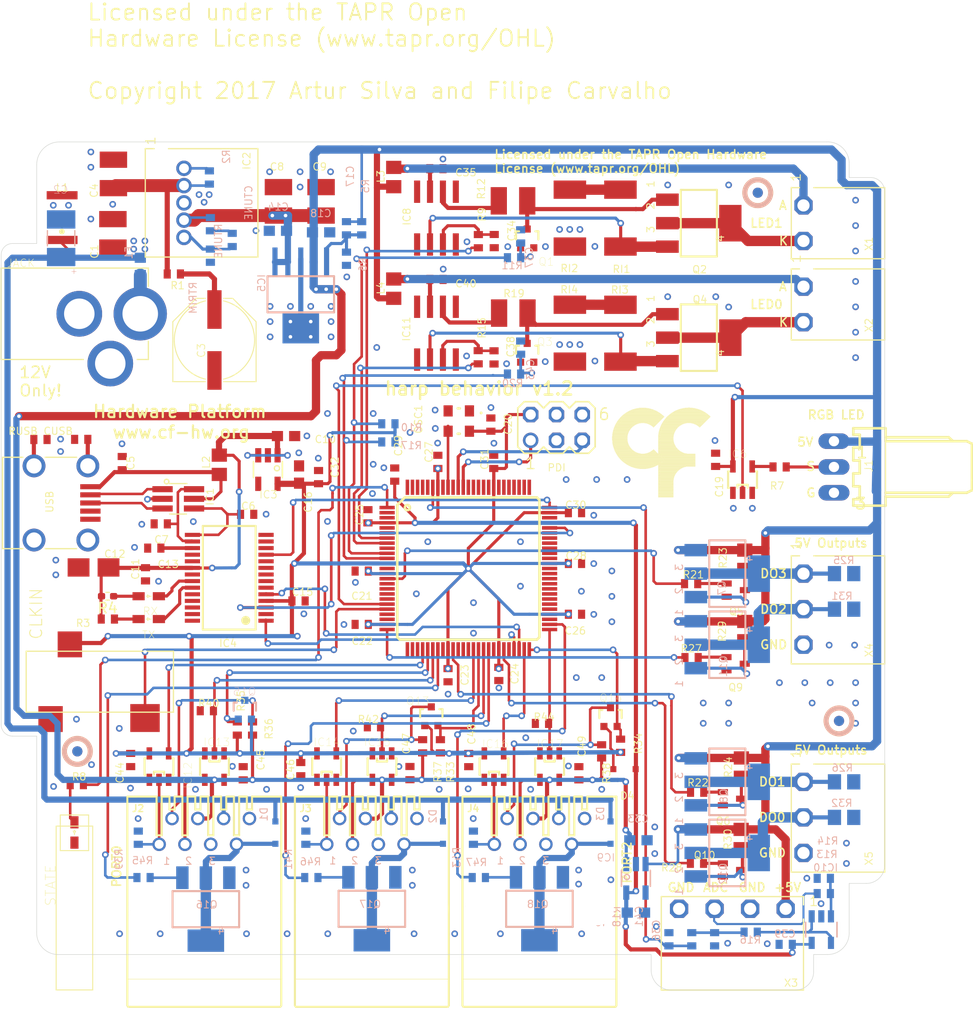
<source format=kicad_pcb>
(kicad_pcb (version 20211014) (generator pcbnew)
  (layers (0 "F.Cu" signal) (1 "In1.Cu" signal) (2 "In2.Cu" signal) (31 "B.Cu" signal) (34 "B.Paste" user) (35 "F.Paste" user) (36 "B.SilkS" user "B.Silkscreen") (37 "F.SilkS" user "F.Silkscreen") (38 "B.Mask" user) (39 "F.Mask" user) (44 "Edge.Cuts" user))
  (net 0 "")
  (net 1 "GND")
  (net 2 "VCCIO")
  (net 3 "PDI-CLK")
  (net 4 "PDI-DATA")
  (net 5 "STATE")
  (net 6 "N$23")
  (net 7 "N$38")
  (net 8 "USBDP")
  (net 9 "USBDM")
  (net 10 "FT_RXD")
  (net 11 "FT_TXD")
  (net 12 "N$39")
  (net 13 "N$40")
  (net 14 "N$62")
  (net 15 "N$47")
  (net 16 "N$48")
  (net 17 "N$49")
  (net 18 "FT_RTS")
  (net 19 "FT_CTS")
  (net 20 "N$50")
  (net 21 "N$59")
  (net 22 "N$61")
  (net 23 "OSC1")
  (net 24 "+5V")
  (net 25 "CLK_IN")
  (net 26 "DI_PK2")
  (net 27 "DO_PK2")
  (net 28 "LED_RTN0")
  (net 29 "DAC1")
  (net 30 "N$1")
  (net 31 "C_M1")
  (net 32 "CTRL_BL")
  (net 33 "N$21")
  (net 34 "I_OFF_DAC1")
  (net 35 "N$45")
  (net 36 "DI_PK0")
  (net 37 "DI_PK1")
  (net 38 "DIO_PK2")
  (net 39 "DIO_PK0")
  (net 40 "DIO_PK1")
  (net 41 "+12V")
  (net 42 "VAL_PK0")
  (net 43 "DO_PK0")
  (net 44 "DO_PK1")
  (net 45 "VAL_PK1")
  (net 46 "VAL_PK2")
  (net 47 "N$2")
  (net 48 "PK0_VAL")
  (net 49 "N$4")
  (net 50 "PK1_VAL")
  (net 51 "N$6")
  (net 52 "PK2_VAL")
  (net 53 "PK0_OUT")
  (net 54 "PK0_IN")
  (net 55 "PK0_IO")
  (net 56 "N$56")
  (net 57 "ADC0")
  (net 58 "N$58")
  (net 59 "N$64")
  (net 60 "N$25")
  (net 61 "N$27")
  (net 62 "ADC0_IN")
  (net 63 "N$11")
  (net 64 "CTRL_BL1")
  (net 65 "N$15")
  (net 66 "N$22")
  (net 67 "DAC0")
  (net 68 "I_OFF_DAC0")
  (net 69 "C_M0")
  (net 70 "LED_RTN1")
  (net 71 "PK1_IO")
  (net 72 "PK1_OUT")
  (net 73 "PK1_IN")
  (net 74 "PK2_IO")
  (net 75 "PK2_IN")
  (net 76 "PK2_OUT")
  (net 77 "5V_RAW")
  (net 78 "VDD")
  (net 79 "LED_5V_1")
  (net 80 "LED_5V_0")
  (net 81 "SERIAL_LED0")
  (net 82 "TOG_D03")
  (net 83 "N$3")
  (net 84 "N$5")
  (net 85 "N$7")
  (net 86 "N$8")
  (net 87 "N$9")
  (net 88 "N$10")
  (net 89 "TOG_D02")
  (net 90 "DO3")
  (net 91 "DO1")
  (net 92 "LED_DATA")
  (net 93 "N$13")
  (net 94 "DO0")
  (net 95 "DO2")
  (net 96 "TOG_D01")
  (net 97 "TOG_D00")
  (net 98 "N$12")
  (net 99 "N$14")
  (net 100 "N$16")
  (net 101 "DCIN")
  (net 102 "N$24")
  (net 103 "P5.45V")
  (net 104 "N$20")
  (net 105 "N$18")
  (net 106 "N$28")
  (net 107 "N$30")
  (footprint "harp behavior v1.2:SOT23-5" (layer "F.Cu") (at 120.54174 124.755243)
    (fp_text reference "IC12")
    (fp_text value "SN74LVC1G125")
  )
  (footprint "harp behavior v1.2:SO8" (layer "F.Cu") (at 147.861281 70.755243)
    (fp_text reference "IC8")
    (fp_text value "")
  )
  (footprint "harp behavior v1.2:C0402" (layer "F.Cu") (at 141.115421 100.109343 90)
    (fp_text reference "C25")
    (fp_text value "100nF")
  )
  (footprint "harp behavior v1.2:R0402" (layer "F.Cu") (at 164.1261 123.255243 90)
    (fp_text reference "R38")
    (fp_text value "10k")
  )
  (footprint "harp behavior v1.2:SOT23-5" (layer "F.Cu") (at 159.0011 124.755243 180)
    (fp_text reference "IC17")
    (fp_text value "M74VHC1GT50DTT1G")
  )
  (footprint "harp behavior v1.2:C0402" (layer "F.Cu") (at 120.7122 100.857343 180)
    (fp_text reference "C7")
    (fp_text value "47pF")
  )
  (footprint "harp behavior v1.2:C0402" (layer "F.Cu") (at 140.5011 105.505243 180)
    (fp_text reference "C21")
    (fp_text value "100nF")
  )
  (footprint "harp behavior v1.2:SO8" (layer "F.Cu") (at 147.861281 82.083284)
    (fp_text reference "IC11")
    (fp_text value "")
  )
  (footprint "harp behavior v1.2:C0402" (layer "F.Cu") (at 153.531318 84.467725 -90)
    (fp_text reference "C38")
    (fp_text value "NA")
  )
  (footprint "harp behavior v1.2:R0402" (layer "F.Cu") (at 122.0011 76.255243 180)
    (fp_text reference "R1")
    (fp_text value "0")
  )
  (footprint "harp behavior v1.2:SOT323-BEC" (layer "F.Cu") (at 176.9624 127.916603 -90)
    (fp_text reference "Q6")
    (fp_text value "BC817-40W")
  )
  (footprint "harp behavior v1.2:C1210" (layer "F.Cu") (at 136.5011 69.105243 90)
    (fp_text reference "C9")
    (fp_text value "47uF")
  )
  (footprint "harp behavior v1.2:C0402" (layer "F.Cu") (at 149.0011 115.755243 -90)
    (fp_text reference "C23")
    (fp_text value "100nF")
  )
  (footprint "harp behavior v1.2:R0805" (layer "F.Cu") (at 143.65264 66.713043 90)
    (fp_text reference "L3")
    (fp_text value "600@100M")
  )
  (footprint "harp behavior v1.2:SOT323" (layer "F.Cu") (at 156.79754 84.014465)
    (fp_text reference "Q3")
    (fp_text value "MOSFET-NCHANNELSOT323")
  )
  (footprint "harp behavior v1.2:SOD323-R" (layer "F.Cu") (at 166.3761 125.005243 180)
    (fp_text reference "D4")
    (fp_text value "NA")
  )
  (footprint "harp behavior v1.2:OSCILLATOR_3.2X2.5" (layer "F.Cu") (at 150.05954 90.736522 180)
    (fp_text reference "OSC1")
    (fp_text value "")
  )
  (footprint "harp behavior v1.2:R0402" (layer "F.Cu") (at 128.2511 121.005243 90)
    (fp_text reference "R35")
    (fp_text value "10k")
  )
  (footprint "harp behavior v1.2:SOT323" (layer "F.Cu") (at 165.0011 119.880243)
    (fp_text reference "Q14")
    (fp_text value "MOSFET-NCHANNELSOT323")
  )
  (footprint "harp behavior v1.2:SOT23-5" (layer "F.Cu") (at 142.5011 124.755243 180)
    (fp_text reference "IC15")
    (fp_text value "M74VHC1GT50DTT1G")
  )
  (footprint "harp behavior v1.2:C1210" (layer "F.Cu") (at 116.0511 66.405243 90)
    (fp_text reference "C4")
    (fp_text value "22uF")
  )
  (footprint "harp behavior v1.2:MA03-2" (layer "F.Cu") (at 159.677937 91.367984)
    (fp_text reference "PDI")
    (fp_text value "")
  )
  (footprint "harp behavior v1.2:R0402" (layer "F.Cu") (at 112.4455 126.535643)
    (fp_text reference "R8")
    (fp_text value "68")
  )
  (footprint "harp behavior v1.2:FIDUCIAL" (layer "F.Cu") (at 112.5011 123.255243)
    (fp_text reference "U$4" hide)
    (fp_text value "" hide)
  )
  (footprint "harp behavior v1.2:C1210" (layer "F.Cu") (at 116.0011 72.255243 90)
    (fp_text reference "C1")
    (fp_text value "22uF")
  )
  (footprint "harp behavior v1.2:R0402" (layer "F.Cu") (at 165.993481 122.701903 90)
    (fp_text reference "R34")
    (fp_text value "10k")
  )
  (footprint "harp behavior v1.2:C0402" (layer "F.Cu") (at 148.0011 94.755243 90)
    (fp_text reference "C27")
    (fp_text value "100nF")
  )
  (footprint "" (layer "F.Cu") (at 181.0011 120.255243)
    (fp_text reference "@HOLE3" hide)
    (fp_text value "")
  )
  (footprint "harp behavior v1.2:C0402" (layer "F.Cu") (at 112.8825 92.537743 180)
    (fp_text reference "CUSB")
    (fp_text value "4.7nF")
  )
  (footprint "harp behavior v1.2:SOT323-BEC" (layer "F.Cu") (at 177.334459 107.380025 -90)
    (fp_text reference "Q5")
    (fp_text value "BC817-40W")
  )
  (footprint "harp behavior v1.2:C0603" (layer "F.Cu") (at 134.333218 96.000703 90)
    (fp_text reference "C16")
    (fp_text value "10uF")
  )
  (footprint "harp behavior v1.2:CON_3.5MM_1X2" (layer "F.Cu") (at 184.0011 79.255243 -90)
    (fp_text reference "X2")
    (fp_text value "CON_3.5MM_1X2")
  )
  (footprint "harp behavior v1.2:C0402" (layer "F.Cu") (at 117.751478 124.105762 -90)
    (fp_text reference "C44")
    (fp_text value "100nF")
  )
  (footprint "harp behavior v1.2:C0402" (layer "F.Cu") (at 161.5011 109.755243)
    (fp_text reference "C26")
    (fp_text value "100nF")
  )
  (footprint "harp behavior v1.2:SOT223" (layer "F.Cu") (at 173.6991 71.255243 -90)
    (fp_text reference "Q2")
    (fp_text value "")
  )
  (footprint "harp behavior v1.2:R0402" (layer "F.Cu") (at 108.8672 92.550543)
    (fp_text reference "RUSB")
    (fp_text value "1M")
  )
  (footprint "harp behavior v1.2:R0402" (layer "F.Cu") (at 173.513359 134.277603)
    (fp_text reference "R28")
    (fp_text value "10k")
  )
  (footprint "harp behavior v1.2:CON_3.5MM_1X3" (layer "F.Cu") (at 184.0011 109.255243 -90)
    (fp_text reference "X4")
    (fp_text value "CON_3.5MM_1X3")
  )
  (footprint "harp behavior v1.2:C0402" (layer "F.Cu") (at 134.2798 108.451943)
    (fp_text reference "C15")
    (fp_text value "100nF")
  )
  (footprint "harp behavior v1.2:LOGO_6" (layer "F.Cu") (at 168.3261 92.505243)
    (fp_text reference "U$9" hide)
    (fp_text value "" hide)
  )
  (footprint "harp behavior v1.2:R0805" (layer "F.Cu") (at 178.220621 111.412343 -90)
    (fp_text reference "R29")
    (fp_text value "549")
  )
  (footprint "harp behavior v1.2:SOT323-BEC" (layer "F.Cu") (at 177.316918 114.627665 -90)
    (fp_text reference "Q9")
    (fp_text value "BC817-40W")
  )
  (footprint "harp behavior v1.2:C0402" (layer "F.Cu") (at 140.5011 110.755243 180)
    (fp_text reference "C22")
    (fp_text value "100nF")
  )
  (footprint "harp behavior v1.2:CON_3.5MM_1X2" (layer "F.Cu") (at 184.0011 71.255243 -90)
    (fp_text reference "X1")
    (fp_text value "CON_3.5MM_1X2")
  )
  (footprint "harp behavior v1.2:C0402" (layer "F.Cu") (at 175.34974 94.552143 90)
    (fp_text reference "C19")
    (fp_text value "100nF")
  )
  (footprint "harp behavior v1.2:R2512" (layer "F.Cu") (at 160.9991 70.755243 90)
    (fp_text reference "RI2")
    (fp_text value "4.99")
  )
  (footprint "harp behavior v1.2:R2512" (layer "F.Cu") (at 160.9991 82.083284 90)
    (fp_text reference "RI4")
    (fp_text value "4.99")
  )
  (footprint "harp behavior v1.2:C0402" (layer "F.Cu") (at 147.854618 65.887962)
    (fp_text reference "C35")
    (fp_text value "100nF")
  )
  (footprint "harp behavior v1.2:C0402" (layer "F.Cu") (at 129.2212 99.917543)
    (fp_text reference "C6")
    (fp_text value "47pF")
  )
  (footprint "harp behavior v1.2:SOT323" (layer "F.Cu") (at 156.79754 72.755243)
    (fp_text reference "Q1")
    (fp_text value "MOSFET-NCHANNELSOT323")
  )
  (footprint "harp behavior v1.2:IND_LPS4012" (layer "F.Cu") (at 111.0011 70.705243 90)
    (fp_text reference "L1")
    (fp_text value "1.5u" hide)
  )
  (footprint "harp behavior v1.2:R0805" (layer "F.Cu") (at 126.479 95.039643 -90)
    (fp_text reference "L2")
    (fp_text value "???")
  )
  (footprint "harp behavior v1.2:LED_HAND" (layer "F.Cu") (at 112.214581 131.241043 -90)
    (fp_text reference "STATE")
    (fp_text value "GREEN")
  )
  (footprint "harp behavior v1.2:SOT223" (layer "F.Cu") (at 173.6991 82.525243 -90)
    (fp_text reference "Q4")
    (fp_text value "")
  )
  (footprint "harp behavior v1.2:A_3216-18W" (layer "F.Cu") (at 114.0955 105.149943)
    (fp_text reference "C12")
    (fp_text value "4.7uF")
  )
  (footprint "harp behavior v1.2:7395-03" (layer "F.Cu") (at 187.0011 95.255243 90)
    (fp_text reference "J1")
    (fp_text value "22-05-7038-03")
  )
  (footprint "harp behavior v1.2:SOT23-5" (layer "F.Cu") (at 153.5265 124.755243)
    (fp_text reference "IC16")
    (fp_text value "SN74LVC1G125")
  )
  (footprint "harp behavior v1.2:R2512" (layer "F.Cu") (at 165.977503 70.755243 -90)
    (fp_text reference "RI1")
    (fp_text value "4.99")
  )
  (footprint "harp behavior v1.2:R0402" (layer "F.Cu") (at 151.987375 73.026262 90)
    (fp_text reference "R9")
    (fp_text value "0")
  )
  (footprint "harp behavior v1.2:C0402" (layer "F.Cu") (at 153.5491 73.016903 -90)
    (fp_text reference "C34")
    (fp_text value "NA")
  )
  (footprint "harp behavior v1.2:520426-4" (layer "F.Cu") (at 125.0011 138.755243)
    (fp_text reference "J2")
    (fp_text value "Port 0")
  )
  (footprint "harp behavior v1.2:C0402" (layer "F.Cu") (at 154.0011 115.630243 -90)
    (fp_text reference "C24")
    (fp_text value "100nF")
  )
  (footprint "harp behavior v1.2:35RASMT2BHNTRX" (layer "F.Cu") (at 110.9635 116.398043)
    (fp_text reference "CLKIN")
    (fp_text value "")
  )
  (footprint "harp behavior v1.2:SOT23-5" (layer "F.Cu") (at 126.0011 124.755243 180)
    (fp_text reference "IC13")
    (fp_text value "M74VHC1GT50DTT1G")
  )
  (footprint "harp behavior v1.2:240-0002-1" (layer "F.Cu") (at 105.1345 98.799943 -90)
    (fp_text reference "USB")
    (fp_text value "")
  )
  (footprint "harp behavior v1.2:LED_HAND" (layer "F.Cu") (at 119.5311 107.982043)
    (fp_text reference "RX")
    (fp_text value "GREEN NA")
  )
  (footprint "harp behavior v1.2:SSOP28" (layer "F.Cu") (at 127.4559 106.165943 90)
    (fp_text reference "IC4")
    (fp_text value "FT232RL")
  )
  (footprint "harp behavior v1.2:R0402" (layer "F.Cu") (at 172.94014 106.744703)
    (fp_text reference "R21")
    (fp_text value "10k")
  )
  (footprint "" (layer "F.Cu") (at 181.0011 86.255243)
    (fp_text reference "@HOLE2" hide)
    (fp_text value "")
  )
  (footprint "harp behavior v1.2:C0603" (layer "F.Cu") (at 133.051718 92.213943)
    (fp_text reference "C10")
    (fp_text value "10uF")
  )
  (footprint "harp behavior v1.2:R0402" (layer "F.Cu") (at 115.5052 110.229943 180)
    (fp_text reference "R3")
    (fp_text value "2050 NA")
  )
  (footprint "harp behavior v1.2:R0402" (layer "F.Cu") (at 129.7511 121.005243 90)
    (fp_text reference "R36")
    (fp_text value "10k")
  )
  (footprint "harp behavior v1.2:SOT323" (layer "F.Cu") (at 147.354221 119.800262)
    (fp_text reference "Q13")
    (fp_text value "MOSFET-NCHANNELSOT323")
  )
  (footprint "harp behavior v1.2:C0402" (layer "F.Cu") (at 151.0392 124.113003 -90)
    (fp_text reference "C48")
    (fp_text value "100nF")
  )
  (footprint "harp behavior v1.2:R0805" (layer "F.Cu") (at 143.65264 77.700081 90)
    (fp_text reference "L4")
    (fp_text value "600@100M")
  )
  (footprint "harp behavior v1.2:R0402" (layer "F.Cu") (at 173.532662 127.280643)
    (fp_text reference "R22")
    (fp_text value "10k")
  )
  (footprint "harp behavior v1.2:SOT23-5" (layer "F.Cu") (at 137.04644 124.755243)
    (fp_text reference "IC14")
    (fp_text value "SN74LVC1G125")
  )
  (footprint "harp behavior v1.2:LED_PIPE_7513D2-L" (layer "F.Cu") (at 112.214581 136.648322 90)
    (fp_text reference "U$1" hide)
    (fp_text value "" hide)
  )
  (footprint "harp behavior v1.2:C0402" (layer "F.Cu") (at 161.5011 99.755243)
    (fp_text reference "C30")
    (fp_text value "100nF")
  )
  (footprint "harp behavior v1.2:R0402" (layer "F.Cu") (at 148.2511 122.755243 90)
    (fp_text reference "R33")
    (fp_text value "10k")
  )
  (footprint "harp behavior v1.2:SOT323-BEC" (layer "F.Cu") (at 176.9624 134.930122 -90)
    (fp_text reference "Q10")
    (fp_text value "BC817-40W")
  )
  (footprint "harp behavior v1.2:R0402" (layer "F.Cu") (at 146.5011 122.755243 90)
    (fp_text reference "R37")
    (fp_text value "10k")
  )
  (footprint "harp behavior v1.2:C0402" (layer "F.Cu") (at 153.218259 91.083925 90)
    (fp_text reference "C20")
    (fp_text value "100nF")
  )
  (footprint "harp behavior v1.2:520426-4" (layer "F.Cu") (at 141.5011 138.755243)
    (fp_text reference "J3")
    (fp_text value "Port 1")
  )
  (footprint "harp behavior v1.2:C0402" (layer "F.Cu") (at 128.833462 125.410184 90)
    (fp_text reference "C45")
    (fp_text value "100nF")
  )
  (footprint "harp behavior v1.2:C0402" (layer "F.Cu") (at 161.885721 125.410562 90)
    (fp_text reference "C49")
    (fp_text value "100nF")
  )
  (footprint "harp behavior v1.2:C0402" (layer "F.Cu") (at 120.0772 103.244943 180)
    (fp_text reference "C13")
    (fp_text value "100nF")
  )
  (footprint "harp behavior v1.2:R0805" (layer "F.Cu") (at 177.887878 124.853225 -90)
    (fp_text reference "R24")
    (fp_text value "549")
  )
  (footprint "harp behavior v1.2:C0402" (layer "F.Cu") (at 161.5011 104.755243)
    (fp_text reference "C28")
    (fp_text value "100nF")
  )
  (footprint "harp behavior v1.2:TQFP100" (layer "F.Cu") (at 151.0011 105.255243)
    (fp_text reference "IC7")
    (fp_text value "XMEGA-A1TQFP")
  )
  (footprint "harp behavior v1.2:SIP-5" (layer "F.Cu") (at 123.0011 69.255243 -90)
    (fp_text reference "IC2")
    (fp_text value "DC-DC-SIP-5")
  )
  (footprint "harp behavior v1.2:C0402" (layer "F.Cu") (at 134.5011 125.005243 -90)
    (fp_text reference "C46")
    (fp_text value "100nF")
  )
  (footprint "harp behavior v1.2:C0402" (layer "F.Cu") (at 143.7511 96.005243 90)
    (fp_text reference "C29")
    (fp_text value "330nF")
  )
  (footprint "" (layer "F.Cu") (at 133.5011 120.255243)
    (fp_text reference "@HOLE1" hide)
    (fp_text value "")
  )
  (footprint "harp behavior v1.2:PANASONIC_E" (layer "F.Cu") (at 126.0011 82.755243 90)
    (fp_text reference "C3")
    (fp_text value "100uF")
  )
  (footprint "harp behavior v1.2:R0402" (layer "F.Cu") (at 181.6511 95.255243 180)
    (fp_text reference "R7")
    (fp_text value "100")
  )
  (footprint "Resistor_SMD:R_0402_1005Metric_Pad0.72x0.64mm_HandSolder" (layer "F.Cu") (at 115.4798 107.982043 180)
    (fp_text reference "R4")
    (fp_text value "680 NA")
  )
  (footprint "harp behavior v1.2:C0402" (layer "F.Cu") (at 119.2136 105.823043 -90)
    (fp_text reference "C11")
    (fp_text value "100nF")
  )
  (footprint "harp behavior v1.2:R2512" (layer "F.Cu") (at 165.977503 82.088365 -90)
    (fp_text reference "RI3")
    (fp_text value "4.99")
  )
  (footprint "harp behavior v1.2:R0402" (layer "F.Cu") (at 172.981678 114.020359)
    (fp_text reference "R27")
    (fp_text value "10k")
  )
  (footprint "harp behavior v1.2:CON_3.5MM_1X4" (layer "F.Cu") (at 177.0011 138.755243 180)
    (fp_text reference "X3")
    (fp_text value "CON_3.5MM_1X4")
  )
  (footprint "harp behavior v1.2:R1210" (layer "F.Cu") (at 155.3991 69.054584)
    (fp_text reference "R12")
    (fp_text value "200")
  )
  (footprint "harp behavior v1.2:R0402" (layer "F.Cu") (at 158.2511 120.505243 180)
    (fp_text reference "R44")
    (fp_text value "100k")
  )
  (footprint "harp behavior v1.2:LED_HAND" (layer "F.Cu") (at 119.5311 110.229943)
    (fp_text reference "TX")
    (fp_text value "RED NA")
  )
  (footprint "harp behavior v1.2:R0402" (layer "F.Cu") (at 125.2511 119.255243)
    (fp_text reference "R40")
    (fp_text value "100k")
  )
  (footprint "harp behavior v1.2:R0402" (layer "F.Cu") (at 151.969593 84.452487 90)
    (fp_text reference "R15")
    (fp_text value "0")
  )
  (footprint "harp behavior v1.2:R0805" (layer "F.Cu") (at 178.220621 104.391325 -90)
    (fp_text reference "R23")
    (fp_text value "549")
  )
  (footprint "harp behavior v1.2:CON_3.5MM_1X3" (layer "F.Cu") (at 184.0011 129.755243 -90)
    (fp_text reference "X5")
    (fp_text value "CON_3.5MM_1X3")
  )
  (footprint "harp behavior v1.2:FIDUCIAL" (layer "F.Cu") (at 187.5011 120.255243)
    (fp_text reference "U$2" hide)
    (fp_text value "" hide)
  )
  (footprint "harp behavior v1.2:C0402" (layer "F.Cu") (at 153.5011 94.755243 90)
    (fp_text reference "C31")
    (fp_text value "100nF")
  )
  (footprint "harp behavior v1.2:TSOT23-5" (layer "F.Cu") (at 131.2661 95.511243 180)
    (fp_text reference "IC3")
    (fp_text value "LP5907MFX-3.3")
  )
  (footprint "harp behavior v1.2:DC_POWER_INPUT_2.1MM" (layer "F.Cu") (at 110.193 80.174081)
    (fp_text reference "JACK")
    (fp_text value "DC_JACK2.1MM")
  )
  (footprint "harp behavior v1.2:R1210" (layer "F.Cu") (at 155.429581 80.107525)
    (fp_text reference "R19")
    (fp_text value "200")
  )
  (footprint "harp behavior v1.2:SOT23-5" (layer "F.Cu") (at 178.0011 96.505243)
    (fp_text reference "IC6")
    (fp_text value "M74VHC1GT50DTT1G")
  )
  (footprint "harp behavior v1.2:520426-4" (layer "F.Cu") (at 158.0011 138.755243)
    (fp_text reference "J4")
    (fp_text value "Port 2")
  )
  (footprint "harp behavior v1.2:R0805" (layer "F.Cu") (at 177.861981 131.887043 -90)
    (fp_text reference "R30")
    (fp_text value "549")
  )
  (footprint "" (layer "F.Cu") (at 133.5011 86.255243)
    (fp_text reference "@HOLE0" hide)
    (fp_text value "")
  )
  (footprint "harp behavior v1.2:SOT23-6L" (layer "F.Cu") (at 122.4394 98.393543 -90)
    (fp_text reference "IC1")
    (fp_text value "USBLC6-2SC6")
  )
  (footprint "harp behavior v1.2:C1210" (layer "F.Cu") (at 132.3011 69.105243 90)
    (fp_text reference "C8")
    (fp_text value "47uF")
  )
  (footprint "harp behavior v1.2:R0402" (layer "F.Cu") (at 141.7061 120.837943)
    (fp_text reference "R42")
    (fp_text value "100k")
  )
  (footprint "harp behavior v1.2:C0402" (layer "F.Cu") (at 147.863818 76.794262)
    (fp_text reference "C40")
    (fp_text value "100nF")
  )
  (footprint "harp behavior v1.2:C0402" (layer "F.Cu") (at 145.2511 125.394943 90)
    (fp_text reference "C47")
    (fp_text value "100nF")
  )
  (footprint "harp behavior v1.2:FIDUCIAL" (layer "F.Cu") (at 179.5011 68.255243)
    (fp_text reference "U$3" hide)
    (fp_text value "" hide)
  )
  (footprint "harp behavior v1.2:C0402" (layer "F.Cu") (at 136.2511 96.255243 90)
    (fp_text reference "C32")
    (fp_text value "330nF")
  )
  (footprint "harp behavior v1.2:C0402" (layer "F.Cu") (at 116.9201 94.875643 90)
    (fp_text reference "C5")
    (fp_text value "100nF")
  )
  (footprint "harp behavior v1.2:SOT223" (layer "B.Cu") (at 141.5011 138.755243)
    (fp_text reference "Q17")
    (fp_text value "")
  )
  (footprint "harp behavior v1.2:C0402" (layer "B.Cu") (at 170.7511 141.755243 -90)
    (fp_text reference "C42")
    (fp_text value "15nF 5%")
  )
  (footprint "harp behavior v1.2:C0402" (layer "B.Cu") (at 127.7511 72.905243 -90)
    (fp_text reference "CTUNE")
    (fp_text value "NA")
  )
  (footprint "harp behavior v1.2:R0402" (layer "B.Cu") (at 125.6011 74.455243 90)
    (fp_text reference "RTRIM")
    (fp_text value "243")
  )
  (footprint "harp behavior v1.2:C0603" (layer "B.Cu") (at 136.5011 72.155243)
    (fp_text reference "C18")
    (fp_text value "10uF")
  )
  (footprint "harp behavior v1.2:R0402" (layer "B.Cu") (at 178.8011 141.055243 180)
    (fp_text reference "R16")
    (fp_text value "10k 1%")
  )
  (footprint "harp behavior v1.2:R0402" (layer "B.Cu") (at 143.1261 91.005243 180)
    (fp_text reference "R10")
    (fp_text value "100k")
  )
  (footprint "harp behavior v1.2:SOT23-5" (layer "B.Cu") (at 185.756737 140.803562)
    (fp_text reference "IC10")
    (fp_text value "OPA365")
  )
  (footprint "harp behavior v1.2:R0402" (layer "B.Cu") (at 125.6011 71.355243 90)
    (fp_text reference "RTUNE")
    (fp_text value "NA")
  )
  (footprint "harp behavior v1.2:R0402" (layer "B.Cu") (at 173.0011 141.755243 -90)
    (fp_text reference "R18")
    (fp_text value "10k 1%")
  )
  (footprint "harp behavior v1.2:R0402" (layer "B.Cu") (at 135.542262 135.679043)
    (fp_text reference "R46")
    (fp_text value "330")
  )
  (footprint "harp behavior v1.2:R0402" (layer "B.Cu") (at 151.5011 131.755243 90)
    (fp_text reference "R43")
    (fp_text value "100k")
  )
  (footprint "harp behavior v1.2:C0402" (layer "B.Cu") (at 156.1511 72.555243 90)
    (fp_text reference "C37")
    (fp_text value "100nF")
  )
  (footprint "harp behavior v1.2:SOT223" (layer "B.Cu") (at 176.5011 105.755243 90)
    (fp_text reference "Q7")
    (fp_text value "")
  )
  (footprint "harp behavior v1.2:SOT223" (layer "B.Cu") (at 176.5011 126.255243 90)
    (fp_text reference "Q8")
    (fp_text value "")
  )
  (footprint "harp behavior v1.2:R0402" (layer "B.Cu") (at 139.0011 74.755243 90)
    (fp_text reference "R6")
    (fp_text value "30.9k")
  )
  (footprint "harp behavior v1.2:R0402" (layer "B.Cu") (at 186.0011 137.255243 180)
    (fp_text reference "R13")
    (fp_text value "24k")
  )
  (footprint "harp behavior v1.2:SOT223" (layer "B.Cu") (at 176.5011 112.755243 90)
    (fp_text reference "Q11")
    (fp_text value "")
  )
  (footprint "harp behavior v1.2:R0402" (layer "B.Cu") (at 155.5011 86.105243)
    (fp_text reference "R20")
    (fp_text value "100")
  )
  (footprint "harp behavior v1.2:R0603" (layer "B.Cu") (at 118.7011 75.505243 -90)
    (fp_text reference "F1")
    (fp_text value "1A FB")
  )
  (footprint "harp behavior v1.2:SOT223" (layer "B.Cu") (at 158.0011 138.755243)
    (fp_text reference "Q18")
    (fp_text value "")
  )
  (footprint "harp behavior v1.2:SOD323-R" (layer "B.Cu") (at 148.5011 131.255243 -90)
    (fp_text reference "D2")
    (fp_text value "NA")
  )
  (footprint "harp behavior v1.2:R0402" (layer "B.Cu") (at 143.1261 92.792043 180)
    (fp_text reference "R17")
    (fp_text value "100k")
  )
  (footprint "harp behavior v1.2:R0402" (layer "B.Cu") (at 118.5011 131.755243 90)
    (fp_text reference "R39")
    (fp_text value "100k")
  )
  (footprint "harp behavior v1.2:R0402" (layer "B.Cu") (at 119.0185 135.679043)
    (fp_text reference "R45")
    (fp_text value "330")
  )
  (footprint "harp behavior v1.2:C0402" (layer "B.Cu") (at 182.2511 142.255243 180)
    (fp_text reference "C39")
    (fp_text value "100nF")
  )
  (footprint "harp behavior v1.2:R0402" (layer "B.Cu") (at 125.5011 66.755243 -90)
    (fp_text reference "R2")
    (fp_text value "NA")
  )
  (footprint "harp behavior v1.2:R0402" (layer "B.Cu") (at 135.0011 131.755243 90)
    (fp_text reference "R41")
    (fp_text value "100k")
  )
  (footprint "harp behavior v1.2:SOT223-6" (layer "B.Cu") (at 134.5011 78.255243)
    (fp_text reference "IC5")
    (fp_text value "TPS78630DCQ")
  )
  (footprint "harp behavior v1.2:R0805" (layer "B.Cu") (at 188.0011 129.755243 180)
    (fp_text reference "R32")
    (fp_text value "549")
  )
  (footprint "harp behavior v1.2:SOD323-R" (layer "B.Cu") (at 132.0011 131.255243 -90)
    (fp_text reference "D1")
    (fp_text value "NA")
  )
  (footprint "harp behavior v1.2:FIDUCIAL" (layer "B.Cu") (at 179.5011 68.255243 180)
    (fp_text reference "U$7" hide)
    (fp_text value "" hide)
  )
  (footprint "harp behavior v1.2:C0402" (layer "B.Cu") (at 156.1511 83.505243 90)
    (fp_text reference "C43")
    (fp_text value "100nF")
  )
  (footprint "harp behavior v1.2:R0402" (layer "B.Cu") (at 155.5011 74.655243)
    (fp_text reference "R11")
    (fp_text value "100")
  )
  (footprint "harp behavior v1.2:TSOT23-5" (layer "B.Cu") (at 167.5011 135.755243)
    (fp_text reference "IC9")
    (fp_text value "LP5907MFX-3.3")
  )
  (footprint "harp behavior v1.2:C0402" (layer "B.Cu") (at 139.0011 71.755243 -90)
    (fp_text reference "C17")
    (fp_text value "13pF")
  )
  (footprint "harp behavior v1.2:R0805" (layer "B.Cu") (at 188.0011 105.755243 180)
    (fp_text reference "R25")
    (fp_text value "549")
  )
  (footprint "harp behavior v1.2:C0603" (layer "B.Cu") (at 132.2511 72.005243 180)
    (fp_text reference "C14")
    (fp_text value "10uF")
  )
  (footprint "harp behavior v1.2:SOT223" (layer "B.Cu") (at 176.5011 133.255243 90)
    (fp_text reference "Q12")
    (fp_text value "")
  )
  (footprint "harp behavior v1.2:SOD323-R" (layer "B.Cu") (at 165.0011 131.255243 -90)
    (fp_text reference "D3")
    (fp_text value "NA")
  )
  (footprint "harp behavior v1.2:SOT223" (layer "B.Cu") (at 125.153118 138.793343)
    (fp_text reference "Q16")
    (fp_text value "")
  )
  (footprint "harp behavior v1.2:CAP_100UF_HAND" (layer "B.Cu") (at 110.903921 72.737425 90)
    (fp_text reference "C2")
    (fp_text value "22uF")
  )
  (footprint "harp behavior v1.2:SOT323" (layer "B.Cu") (at 128.993481 119.153325 180)
    (fp_text reference "Q15")
    (fp_text value "MOSFET-NCHANNELSOT323")
  )
  (footprint "harp behavior v1.2:C0603" (layer "B.Cu") (at 167.5011 139.130243)
    (fp_text reference "C36")
    (fp_text value "10uF")
  )
  (footprint "harp behavior v1.2:R0402" (layer "B.Cu") (at 140.5011 71.755243 90)
    (fp_text reference "R5")
    (fp_text value "95.3k")
  )
  (footprint "harp behavior v1.2:FIDUCIAL" (layer "B.Cu") (at 112.5011 123.255243 180)
    (fp_text reference "U$5" hide)
    (fp_text value "" hide)
  )
  (footprint "harp behavior v1.2:R0805" (layer "B.Cu") (at 188.0011 126.255243 180)
    (fp_text reference "R26")
    (fp_text value "549")
  )
  (footprint "harp behavior v1.2:R0805" (layer "B.Cu") (at 188.0011 109.255243 180)
    (fp_text reference "R31")
    (fp_text value "549")
  )
  (footprint "harp behavior v1.2:R0402" (layer "B.Cu") (at 152.034443 135.679043)
    (fp_text reference "R47")
    (fp_text value "330")
  )
  (footprint "harp behavior v1.2:R0402" (layer "B.Cu") (at 186.0011 135.755243)
    (fp_text reference "R14")
    (fp_text value "16k")
  )
  (footprint "harp behavior v1.2:C0402" (layer "B.Cu") (at 175.2511 141.755243 90)
    (fp_text reference "C41")
    (fp_text value "15nF 5%")
  )
  (footprint "harp behavior v1.2:C0603" (layer "B.Cu") (at 167.7511 132.005243)
    (fp_text reference "C33")
    (fp_text value "10uF")
  )
  (footprint "harp behavior v1.2:FIDUCIAL" (layer "B.Cu") (at 187.5011 120.255243 180)
    (fp_text reference "U$6" hide)
    (fp_text value "" hide)
  )
  (gr_arc (start 190.586887 66.755243) (mid 191.586887 67.169457) (end 192.0011 68.169458) (layer "Edge.Cuts") (width 0.05))
  (gr_line (start 186.387106 143.255243) (end 185.0011 143.255243) (layer "Edge.Cuts") (width 0.05))
  (gr_line (start 192.0011 68.169456) (end 192.0011 134.452468) (layer "Edge.Cuts") (width 0.05))
  (gr_arc (start 106.119132 121.755244) (mid 105.328564 121.42778) (end 105.0011 120.637212) (layer "Edge.Cuts") (width 0.05))
  (gr_line (start 105.0011 74.373275) (end 105.0011 120.637212) (layer "Edge.Cuts") (width 0.05))
  (gr_line (start 190.198325 136.255243) (end 188.5011 136.255243) (layer "Edge.Cuts") (width 0.05))
  (gr_arc (start 110.501099 143.255243) (mid 109.037995 142.551424) (end 108.5011 141.019178) (layer "Edge.Cuts") (width 0.05))
  (gr_line (start 169.0011 143.255243) (end 110.5011 143.255243) (layer "Edge.Cuts") (width 0.05))
  (gr_line (start 188.5011 136.255243) (end 188.5011 141.14125) (layer "Edge.Cuts") (width 0.05))
  (gr_line (start 169.0011 144.767346) (end 169.0011 143.255243) (layer "Edge.Cuts") (width 0.05))
  (gr_line (start 185.0011 143.255243) (end 185.0011 144.952468) (layer "Edge.Cuts") (width 0.05))
  (gr_line (start 188.5011 65.255243) (end 188.5011 66.755243) (layer "Edge.Cuts") (width 0.05))
  (gr_line (start 183.198325 146.755243) (end 170.988996 146.755243) (layer "Edge.Cuts") (width 0.05))
  (gr_arc (start 170.988996 146.755243) (mid 169.58334 146.173001) (end 169.001098 144.767345) (layer "Edge.Cuts") (width 0.05))
  (gr_arc (start 192.0011 134.452468) (mid 191.47308 135.727223) (end 190.198325 136.255245) (layer "Edge.Cuts") (width 0.05))
  (gr_line (start 186.265034 63.255243) (end 110.737165 63.255243) (layer "Edge.Cuts") (width 0.05))
  (gr_arc (start 185.0011 144.952468) (mid 184.473078 146.227223) (end 183.198323 146.755243) (layer "Edge.Cuts") (width 0.05))
  (gr_arc (start 186.265034 63.255243) (mid 187.797281 63.792139) (end 188.5011 65.255243) (layer "Edge.Cuts") (width 0.05))
  (gr_arc (start 108.501099 65.491309) (mid 109.156028 63.910172) (end 110.737165 63.255243) (layer "Edge.Cuts") (width 0.05))
  (gr_arc (start 105.0011 74.373275) (mid 105.328564 73.582707) (end 106.119132 73.255243) (layer "Edge.Cuts") (width 0.05))
  (gr_line (start 188.5011 66.755243) (end 190.586887 66.755243) (layer "Edge.Cuts") (width 0.05))
  (gr_line (start 106.119132 121.755243) (end 108.5011 121.755243) (layer "Edge.Cuts") (width 0.05))
  (gr_arc (start 188.5011 141.14125) (mid 187.881925 142.636069) (end 186.387106 143.255244) (layer "Edge.Cuts") (width 0.05))
  (gr_line (start 108.5011 65.491309) (end 108.5011 73.255243) (layer "Edge.Cuts") (width 0.05))
  (gr_line (start 108.5011 121.755243) (end 108.5011 141.019178) (layer "Edge.Cuts") (width 0.05))
  (gr_line (start 108.5011 73.255243) (end 106.119132 73.255243) (layer "Edge.Cuts") (width 0.05))
  (gr_text "12V \nOnly!" (at 106.696557 88.388243) (layer "F.SilkS") (effects (font (size 1.1176 1.1176) (thickness 0.1524)) (justify left bottom)))
  (gr_text "LED0" (at 178.6761 79.755243) (layer "F.SilkS") (effects (font (size 0.8636 0.8636) (thickness 0.1524)) (justify left bottom)))
  (gr_text "harp behavior v1.2" (at 142.645381 88.296565) (layer "F.SilkS") (effects (font (size 1.2954 1.2954) (thickness 0.2286)) (justify left bottom)))
  (gr_text "DO3" (at 179.6511 106.255243) (layer "F.SilkS") (effects (font (size 0.8636 0.8636) (thickness 0.1524)) (justify left bottom)))
  (gr_text "S" (at 184.2011 95.705243) (layer "F.SilkS") (effects (font (size 0.8636 0.8636) (thickness 0.1524)) (justify left bottom)))
  (gr_text "PORT0" (at 116.8761 136.730243 90) (layer "F.SilkS") (effects (font (size 0.8636 0.8636) (thickness 0.1524)) (justify left bottom)))
  (gr_text "A" (at 181.5011 70.005243) (layer "F.SilkS") (effects (font (size 0.8636 0.8636) (thickness 0.1524)) (justify left bottom)))
  (gr_text "Licensed under the TAPR Open\nHardware License (www.tapr.org/OHL)\n\nCopyright 2017 Artur Silva and Filipe Carvalho" (at 113.3891 59.144243) (layer "F.SilkS") (effects (font (size 1.6002 1.6002) (thickness 0.1778)) (justify left bottom)))
  (gr_text "GND" (at 179.6511 113.255243) (layer "F.SilkS") (effects (font (size 0.8636 0.8636) (thickness 0.1524)) (justify left bottom)))
  (gr_text "DO1" (at 179.5261 126.755243) (layer "F.SilkS") (effects (font (size 0.8636 0.8636) (thickness 0.1524)) (justify left bottom)))
  (gr_text "GND" (at 170.5261 137.155243) (layer "F.SilkS") (effects (font (size 0.8636 0.8636) (thickness 0.1524)) (justify left bottom)))
  (gr_text "Hardware Platform" (at 113.922378 90.502587) (layer "F.SilkS") (effects (font (size 1.20904 1.20904) (thickness 0.21336)) (justify left bottom)))
  (gr_text "A" (at 181.5011 78.005243) (layer "F.SilkS") (effects (font (size 0.8636 0.8636) (thickness 0.1524)) (justify left bottom)))
  (gr_text "DO0" (at 179.5261 130.255243) (layer "F.SilkS") (effects (font (size 0.8636 0.8636) (thickness 0.1524)) (justify left bottom)))
  (gr_text "RGB LED" (at 184.3261 90.630243) (layer "F.SilkS") (effects (font (size 0.8636 0.8636) (thickness 0.1524)) (justify left bottom)))
  (gr_text "GND" (at 177.5261 137.155243) (layer "F.SilkS") (effects (font (size 0.8636 0.8636) (thickness 0.1524)) (justify left bottom)))
  (gr_text "G" (at 184.2011 98.305243) (layer "F.SilkS") (effects (font (size 0.8636 0.8636) (thickness 0.1524)) (justify left bottom)))
  (gr_text "DO2" (at 179.6511 109.755243) (layer "F.SilkS") (effects (font (size 0.8636 0.8636) (thickness 0.1524)) (justify left bottom)))
  (gr_text "ADC" (at 174.0261 137.155243) (layer "F.SilkS") (effects (font (size 0.8636 0.8636) (thickness 0.1524)) (justify left bottom)))
  (gr_text "5V Outputs" (at 183.0261 123.630243) (layer "F.SilkS") (effects (font (size 0.8636 0.8636) (thickness 0.1524)) (justify left bottom)))
  (gr_text "K" (at 181.5011 81.505243) (layer "F.SilkS") (effects (font (size 0.8636 0.8636) (thickness 0.1524)) (justify left bottom)))
  (gr_text "LED1" (at 178.6761 71.755243) (layer "F.SilkS") (effects (font (size 0.8636 0.8636) (thickness 0.1524)) (justify left bottom)))
  (gr_text "K" (at 181.5011 73.505243) (layer "F.SilkS") (effects (font (size 0.8636 0.8636) (thickness 0.1524)) (justify left bottom)))
  (gr_text "+5V" (at 181.0261 137.155243) (layer "F.SilkS") (effects (font (size 0.8636 0.8636) (thickness 0.1524)) (justify left bottom)))
  (gr_text "PORT2" (at 167.1261 136.355243 90) (layer "F.SilkS") (effects (font (size 0.8636 0.8636) (thickness 0.1524)) (justify left bottom)))
  (gr_text "5V Outputs" (at 183.0261 103.255243) (layer "F.SilkS") (effects (font (size 0.8636 0.8636) (thickness 0.1524)) (justify left bottom)))
  (gr_text "www.cf-hw.org" (at 115.854378 92.534587) (layer "F.SilkS") (effects (font (size 1.20904 1.20904) (thickness 0.21336)) (justify left bottom)))
  (gr_text "5V" (at 183.3011 93.305243) (layer "F.SilkS") (effects (font (size 0.8636 0.8636) (thickness 0.1524)) (justify left bottom)))
  (gr_text "GND" (at 179.5261 133.755243) (layer "F.SilkS") (effects (font (size 0.8636 0.8636) (thickness 0.1524)) (justify left bottom)))
  (gr_text "Licensed under the TAPR Open Hardware\nLicense (www.tapr.org/OHL)" (at 153.4837 66.383862) (layer "F.SilkS") (effects (font (size 0.8636 0.8636) (thickness 0.1524)) (justify left bottom)))
  (segment (start 119.4422 98.393543) (end 119.4041 98.431643) (width 0.3048) (layer "F.Cu") (net 1))
  (segment (start 120.8894 98.393543) (end 119.4422 98.393543) (width 0.3048) (layer "F.Cu") (net 1))
  (via (at 163.467478 84.821165) (size 0.65) (drill 0.35) (layers "F.Cu" "B.Cu") (net 1))
  (via (at 156.653778 121.913043) (size 0.65) (drill 0.35) (layers "F.Cu" "B.Cu") (net 1))
  (via (at 133.482578 80.942543) (size 0.65) (drill 0.35) (layers "F.Cu" "B.Cu") (net 1))
  (via (at 186.632578 116.492543) (size 0.65) (drill 0.35) (layers "F.Cu" "B.Cu") (net 1))
  (via (at 137.432578 66.192543) (size 0.65) (drill 0.35) (layers "F.Cu" "B.Cu") (net 1))
  (via (at 149.007578 117.617543) (size 0.65) (drill 0.35) (layers "F.Cu" "B.Cu") (net 1))
  (via (at 111.632578 69.492543) (size 0.65) (drill 0.35) (layers "F.Cu" "B.Cu") (net 1))
  (via (at 157.132578 126.992543) (size 0.65) (drill 0.35) (layers "F.Cu" "B.Cu") (net 1))
  (via (at 113.894578 124.559343) (size 0.65) (drill 0.35) (layers "F.Cu" "B.Cu") (net 1))
  (via (at 161.8589 134.945543) (size 0.65) (drill 0.35) (layers "F.Cu" "B.Cu") (net 1))
  (via (at 124.482578 68.442543) (size 0.65) (drill 0.35) (layers "F.Cu" "B.Cu") (net 1))
  (via (at 123.9189 100.634043) (size 0.65) (drill 0.35) (layers "F.Cu" "B.Cu") (net 1))
  (via (at 110.8495 93.732643) (size 0.65) (drill 0.35) (layers "F.Cu" "B.Cu") (net 1))
  (via (at 154.010396 117.005803) (size 0.65) (drill 0.35) (layers "F.Cu" "B.Cu") (net 1))
  (via (at 131.482578 80.942543) (size 0.65) (drill 0.35) (layers "F.Cu" "B.Cu") (net 1))
  (via (at 129.1089 134.945543) (size 0.65) (drill 0.35) (layers "F.Cu" "B.Cu") (net 1))
  (via (at 189.132578 71.492543) (size 0.65) (drill 0.35) (layers "F.Cu" "B.Cu") (net 1))
  (via (at 175.362578 78.492543) (size 0.65) (drill 0.35) (layers "F.Cu" "B.Cu") (net 1))
  (via (at 145.4839 136.445543) (size 0.65) (drill 0.35) (layers "F.Cu" "B.Cu") (net 1))
  (via (at 116.632578 120.992543) (size 0.65) (drill 0.35) (layers "F.Cu" "B.Cu") (net 1))
  (via (at 113.832578 64.242543) (size 0.65) (drill 0.35) (layers "F.Cu" "B.Cu") (net 1))
  (via (at 186.532578 112.792543) (size 0.65) (drill 0.35) (layers "F.Cu" "B.Cu") (net 1))
  (via (at 161.8589 136.320543) (size 0.65) (drill 0.35) (layers "F.Cu" "B.Cu") (net 1))
  (via (at 176.632578 120.492543) (size 0.65) (drill 0.35) (layers "F.Cu" "B.Cu") (net 1))
  (via (at 165.0339 135.895543) (size 0.65) (drill 0.35) (layers "F.Cu" "B.Cu") (net 1))
  (via (at 124.982578 69.192543) (size 0.65) (drill 0.35) (layers "F.Cu" "B.Cu") (net 1))
  (via (at 137.132578 100.617543) (size 0.65) (drill 0.35) (layers "F.Cu" "B.Cu") (net 1))
  (via (at 169.3589 130.695543) (size 0.65) (drill 0.35) (layers "F.Cu" "B.Cu") (net 1))
  (via (at 158.593521 73.555384) (size 0.65) (drill 0.35) (layers "F.Cu" "B.Cu") (net 1))
  (via (at 147.978056 92.904047) (size 0.65) (drill 0.35) (layers "F.Cu" "B.Cu") (net 1))
  (via (at 144.165518 124.747703) (size 0.65) (drill 0.35) (layers "F.Cu" "B.Cu") (net 1))
  (via (at 160.98694 71.869825) (size 0.65) (drill 0.35) (layers "F.Cu" "B.Cu") (net 1))
  (via (at 160.632578 96.492543) (size 0.65) (drill 0.35) (layers "F.Cu" "B.Cu") (net 1))
  (via (at 178.967478 99.321165) (size 0.65) (drill 0.35) (layers "F.Cu" "B.Cu") (net 1))
  (via (at 176.5339 142.145543) (size 0.65) (drill 0.35) (layers "F.Cu" "B.Cu") (net 1))
  (via (at 154.880981 73.566206) (size 0.65) (drill 0.35) (layers "F.Cu" "B.Cu") (net 1))
  (via (at 163.347715 104.771343) (size 0.65) (drill 0.35) (layers "F.Cu" "B.Cu") (net 1))
  (via (at 151.507578 111.617543) (size 0.65) (drill 0.35) (layers "F.Cu" "B.Cu") (net 1))
  (via (at 163.632578 96.492543) (size 0.65) (drill 0.35) (layers "F.Cu" "B.Cu") (net 1))
  (via (at 118.8453 100.895443) (size 0.65) (drill 0.35) (layers "F.Cu" "B.Cu") (net 1))
  (via (at 141.632578 89.992543) (size 0.65) (drill 0.35) (layers "F.Cu" "B.Cu") (net 1))
  (via (at 162.1585 141.212643) (size 0.65) (drill 0.35) (layers "F.Cu" "B.Cu") (net 1))
  (via (at 188.232578 134.292543) (size 0.65) (drill 0.35) (layers "F.Cu" "B.Cu") (net 1))
  (via (at 147.007578 102.617543) (size 0.65) (drill 0.35) (layers "F.Cu" "B.Cu") (net 1))
  (via (at 160.987681 83.208265) (size 0.65) (drill 0.35) (layers "F.Cu" "B.Cu") (net 1))
  (via (at 133.482578 79.442543) (size 0.65) (drill 0.35) (layers "F.Cu" "B.Cu") (net 1))
  (via (at 188.232578 132.292543) (size 0.65) (drill 0.35) (layers "F.Cu" "B.Cu") (net 1))
  (via (at 116.8947 92.970643) (size 0.65) (drill 0.35) (layers "F.Cu" "B.Cu") (net 1))
  (via (at 133.482578 82.442543) (size 0.65) (drill 0.35) (layers "F.Cu" "B.Cu") (net 1))
  (via (at 139.882478 106.618984) (size 0.65) (drill 0.35) (layers "F.Cu" "B.Cu") (net 1))
  (via (at 135.482578 82.442543) (size 0.65) (drill 0.35) (layers "F.Cu" "B.Cu") (net 1))
  (via (at 150.829918 84.329922) (size 0.65) (drill 0.35) (layers "F.Cu" "B.Cu") (net 1))
  (via (at 118.1321 103.170043) (size 0.65) (drill 0.35) (layers "F.Cu" "B.Cu") (net 1))
  (via (at 185.7339 138.245543) (size 0.65) (drill 0.35) (layers "F.Cu" "B.Cu") (net 1))
  (via (at 169.5089 140.495543) (size 0.65) (drill 0.35) (layers "F.Cu" "B.Cu") (net 1))
  (via (at 139.032578 76.542543) (size 0.65) (drill 0.35) (layers "F.Cu" "B.Cu") (net 1))
  (via (at 145.4839 134.945543) (size 0.65) (drill 0.35) (layers "F.Cu" "B.Cu") (net 1))
  (via (at 159.98694 71.869825) (size 0.65) (drill 0.35) (layers "F.Cu" "B.Cu") (net 1))
  (via (at 160.8589 124.695543) (size 0.65) (drill 0.35) (layers "F.Cu" "B.Cu") (net 1))
  (via (at 162.132578 107.492543) (size 0.65) (drill 0.35) (layers "F.Cu" "B.Cu") (net 1))
  (via (at 137.482578 82.442543) (size 0.65) (drill 0.35) (layers "F.Cu" "B.Cu") (net 1))
  (via (at 165.132578 110.492543) (size 0.65) (drill 0.35) (layers "F.Cu" "B.Cu") (net 1))
  (via (at 148.132578 126.992543) (size 0.65) (drill 0.35) (layers "F.Cu" "B.Cu") (net 1))
  (via (at 189.132578 68.992543) (size 0.65) (drill 0.35) (layers "F.Cu" "B.Cu") (net 1))
  (via (at 110.1585 126.712643) (size 0.65) (drill 0.35) (layers "F.Cu" "B.Cu") (net 1))
  (via (at 158.5729 84.884665) (size 0.65) (drill 0.35) (layers "F.Cu" "B.Cu") (net 1))
  (via (at 176.632578 79.508543) (size 0.65) (drill 0.35) (layers "F.Cu" "B.Cu") (net 1))
  (via (at 124.132578 126.992543) (size 0.65) (drill 0.35) (layers "F.Cu" "B.Cu") (net 1))
  (via (at 119.4041 98.431643) (size 0.65) (drill 0.35) (layers "F.Cu" "B.Cu") (net 1))
  (via (at 120.4963 106.508843) (size 0.65) (drill 0.35) (layers "F.Cu" "B.Cu") (net 1))
  (via (at 134.432578 67.692543) (size 0.65) (drill 0.35) (layers "F.Cu" "B.Cu") (net 1))
  (via (at 110.132578 69.492543) (size 0.65) (drill 0.35) (layers "F.Cu" "B.Cu") (net 1))
  (via (at 156.132578 102.617543) (size 0.65) (drill 0.35) (layers "F.Cu" "B.Cu") (net 1))
  (via (at 151.4839 129.870543) (size 0.65) (drill 0.35) (layers "F.Cu" "B.Cu") (net 1))
  (via (at 189.132578 81.992543) (size 0.65) (drill 0.35) (layers "F.Cu" "B.Cu") (net 1))
  (via (at 141.982578 83.492543) (size 0.65) (drill 0.35) (layers "F.Cu" "B.Cu") (net 1))
  (via (at 113.832578 65.742543) (size 0.65) (drill 0.35) (layers "F.Cu" "B.Cu") (net 1))
  (via (at 134.432578 66.192543) (size 0.65) (drill 0.35) (layers "F.Cu" "B.Cu") (net 1))
  (via (at 113.832578 70.842543) (size 0.65) (drill 0.35) (layers "F.Cu" "B.Cu") (net 1))
  (via (at 174.132578 120.492543) (size 0.65) (drill 0.35) (layers "F.Cu" "B.Cu") (net 1))
  (via (at 145.257578 91.867543) (size 0.65) (drill 0.35) (layers "F.Cu" "B.Cu") (net 1))
  (via (at 118.4839 129.870543) (size 0.65) (drill 0.35) (layers "F.Cu" "B.Cu") (net 1))
  (via (at 117.7339 126.870543) (size 0.65) (drill 0.35) (layers "F.Cu" "B.Cu") (net 1))
  (via (at 134.4839 126.820543) (size 0.65) (drill 0.35) (layers "F.Cu" "B.Cu") (net 1))
  (via (at 131.432578 66.192543) (size 0.65) (drill 0.35) (layers "F.Cu" "B.Cu") (net 1))
  (via (at 189.132578 116.492543) (size 0.65) (drill 0.35) (layers "F.Cu" "B.Cu") (net 1))
  (via (at 134.307237 93.865028) (size 0.65) (drill 0.35) (layers "F.Cu" "B.Cu") (net 1))
  (via (at 170.632578 67.492543) (size 0.65) (drill 0.35) (layers "F.Cu" "B.Cu") (net 1))
  (via (at 110.3791 104.426043) (size 0.65) (drill 0.35) (layers "F.Cu" "B.Cu") (net 1))
  (via (at 120.6585 141.212643) (size 0.65) (drill 0.35) (layers "F.Cu" "B.Cu") (net 1))
  (via (at 147.748959 91.461025) (size 0.65) (drill 0.35) (layers "F.Cu" "B.Cu") (net 1))
  (via (at 176.632578 67.492543) (size 0.65) (drill 0.35) (layers "F.Cu" "B.Cu") (net 1))
  (via (at 135.101315 92.198187) (size 0.65) (drill 0.35) (layers "F.Cu" "B.Cu") (net 1))
  (via (at 189.132578 120.492543) (size 0.65) (drill 0.35) (layers "F.Cu" "B.Cu") (net 1))
  (via (at 131.0881 99.904843) (size 0.65) (drill 0.35) (layers "F.Cu" "B.Cu") (net 1))
  (via (at 164.132578 126.992543) (size 0.65) (drill 0.35) (layers "F.Cu" "B.Cu") (net 1))
  (via (at 134.9839 129.870543) (size 0.65) (drill 0.35) (layers "F.Cu" "B.Cu") (net 1))
  (via (at 177.092478 99.321165) (size 0.65) (drill 0.35) (layers "F.Cu" "B.Cu") (net 1))
  (via (at 148.523681 75.777125) (size 0.65) (drill 0.35) (layers "F.Cu" "B.Cu") (net 1))
  (via (at 130.082578 71.992543) (size 0.65) (drill 0.35) (layers "F.Cu" "B.Cu") (net 1))
  (via (at 165.132578 105.492543) (size 0.65) (drill 0.35) (layers "F.Cu" "B.Cu") (net 1))
  (via (at 176.632578 118.492543) (size 0.65) (drill 0.35) (layers "F.Cu" "B.Cu") (net 1))
  (via (at 139.669878 121.255543) (size 0.65) (drill 0.35) (layers "F.Cu" "B.Cu") (net 1))
  (via (at 154.1585 141.212643) (size 0.65) (drill 0.35) (layers "F.Cu" "B.Cu") (net 1))
  (via (at 180.4339 142.195543) (size 0.65) (drill 0.35) (layers "F.Cu" "B.Cu") (net 1))
  (via (at 156.132578 106.992543) (size 0.65) (drill 0.35) (layers "F.Cu" "B.Cu") (net 1))
  (via (at 134.803778 109.713765) (size 0.65) (drill 0.35) (layers "F.Cu" "B.Cu") (net 1))
  (via (at 149.6585 141.212643) (size 0.65) (drill 0.35) (layers "F.Cu" "B.Cu") (net 1))
  (via (at 166.632578 96.492543) (size 0.65) (drill 0.35) (layers "F.Cu" "B.Cu") (net 1))
  (via (at 184.3339 135.745543) (size 0.65) (drill 0.35) (layers "F.Cu" "B.Cu") (net 1))
  (via (at 161.632578 115.992543) (size 0.65) (drill 0.35) (layers "F.Cu" "B.Cu") (net 1))
  (via (at 189.132578 84.492543) (size 0.65) (drill 0.35) (layers "F.Cu" "B.Cu") (net 1))
  (via (at 112.413578 120.087843) (size 0.65) (drill 0.35) (layers "F.Cu" "B.Cu") (net 1))
  (via (at 170.632578 78.492543) (size 0.65) (drill 0.35) (layers "F.Cu" "B.Cu") (net 1))
  (via (at 184.854578 118.492543) (size 0.65) (drill 0.35) (layers "F.Cu" "B.Cu") (net 1))
  (via (at 127.764737 124.727381) (size 0.65) (drill 0.35) (layers "F.Cu" "B.Cu") (net 1))
  (via (at 189.132578 118.492543) (size 0.65) (drill 0.35) (layers "F.Cu" "B.Cu") (net 1))
  (via (at 150.9839 126.945543) (size 0.65) (drill 0.35) (layers "F.Cu" "B.Cu") (net 1))
  (via (at 148.500662 64.936187) (size 0.65) (drill 0.35) (layers "F.Cu" "B.Cu") (net 1))
  (via (at 163.347715 100.012465) (size 0.65) (drill 0.35) (layers "F.Cu" "B.Cu") (net 1))
  (via (at 135.482578 79.442543) (size 0.65) (drill 0.35) (layers "F.Cu" "B.Cu") (net 1))
  (via (at 145.882578 107.742543) (size 0.65) (drill 0.35) (layers "F.Cu" "B.Cu") (net 1))
  (via (at 189.132578 76.992543) (size 0.65) (drill 0.35) (layers "F.Cu" "B.Cu") (net 1))
  (via (at 154.7686 85.091884) (size 0.65) (drill 0.35) (layers "F.Cu" "B.Cu") (net 1))
  (via (at 174.132578 118.492543) (size 0.65) (drill 0.35) (layers "F.Cu" "B.Cu") (net 1))
  (via (at 163.4627 73.540143) (size 0.65) (drill 0.35) (layers "F.Cu" "B.Cu") (net 1))
  (via (at 141.632578 94.992543) (size 0.65) (drill 0.35) (layers "F.Cu" "B.Cu") (net 1))
  (via (at 137.482578 80.942543) (size 0.65) (drill 0.35) (layers "F.Cu" "B.Cu") (net 1))
  (via (at 189.132578 73.992543) (size 0.65) (drill 0.35) (layers "F.Cu" "B.Cu") (net 1))
  (via (at 145.6585 141.212643) (size 0.65) (drill 0.35) (layers "F.Cu" "B.Cu") (net 1))
  (via (at 165.132578 107.992543) (size 0.65) (drill 0.35) (layers "F.Cu" "B.Cu") (net 1))
  (via (at 161.98694 71.869825) (size 0.65) (drill 0.35) (layers "F.Cu" "B.Cu") (net 1))
  (via (at 151.507578 108.617543) (size 0.65) (drill 0.35) (layers "F.Cu" "B.Cu") (net 1))
  (via (at 138.749859 110.764306) (size 0.65) (drill 0.35) (layers "F.Cu" "B.Cu") (net 1))
  (via (at 175.287675 92.653765) (size 0.65) (drill 0.35) (layers "F.Cu" "B.Cu") (net 1))
  (via (at 131.482578 82.442543) (size 0.65) (drill 0.35) (layers "F.Cu" "B.Cu") (net 1))
  (via (at 189.132578 79.492543) (size 0.65) (drill 0.35) (layers "F.Cu" "B.Cu") (net 1))
  (via (at 135.482578 80.942543) (size 0.65) (drill 0.35) (layers "F.Cu" "B.Cu") (net 1))
  (via (at 184.132578 116.492543) (size 0.65) (drill 0.35) (layers "F.Cu" "B.Cu") (net 1))
  (via (at 110.3791 105.873843) (size 0.65) (drill 0.35) (layers "F.Cu" "B.Cu") (net 1))
  (via (at 110.8495 92.513443) (size 0.65) (drill 0.35) (layers "F.Cu" "B.Cu") (net 1))
  (via (at 147.728056 89.654047) (size 0.65) (drill 0.35) (layers "F.Cu" "B.Cu") (net 1))
  (via (at 153.517796 92.916747) (size 0.65) (drill 0.35) (layers "F.Cu" "B.Cu") (net 1))
  (via (at 131.482578 79.442543) (size 0.65) (drill 0.35) (layers "F.Cu" "B.Cu") (net 1))
  (via (at 137.132578 89.992543) (size 0.65) (drill 0.35) (layers "F.Cu" "B.Cu") (net 1))
  (via (at 164.132578 115.992543) (size 0.65) (drill 0.35) (layers "F.Cu" "B.Cu") (net 1))
  (via (at 116.6585 141.212643) (size 0.65) (drill 0.35) (layers "F.Cu" "B.Cu") (net 1))
  (via (at 169.3589 133.320543) (size 0.65) (drill 0.35) (layers "F.Cu" "B.Cu") (net 1))
  (via (at 161.987681 83.208265) (size 0.65) (drill 0.35) (layers "F.Cu" "B.Cu") (net 1))
  (via (at 141.557481 97.874362) (size 0.65) (drill 0.35) (layers "F.Cu" "B.Cu") (net 1))
  (via (at 137.1585 141.212643) (size 0.65) (drill 0.35) (layers "F.Cu" "B.Cu") (net 1))
  (via (at 189.032578 112.792543) (size 0.65) (drill 0.35) (layers "F.Cu" "B.Cu") (net 1))
  (via (at 136.224878 94.392965) (size 0.65) (drill 0.35) (layers "F.Cu" "B.Cu") (net 1))
  (via (at 150.86294 73.083143) (size 0.65) (drill 0.35) (layers "F.Cu" "B.Cu") (net 1))
  (via (at 129.1089 136.445543) (size 0.65) (drill 0.35) (layers "F.Cu" "B.Cu") (net 1))
  (via (at 181.632578 116.492543) (size 0.65) (drill 0.35) (layers "F.Cu" "B.Cu") (net 1))
  (via (at 115.982578 69.392543) (size 0.65) (drill 0.35) (layers "F.Cu" "B.Cu") (net 1))
  (via (at 163.350256 109.764984) (size 0.65) (drill 0.35) (layers "F.Cu" "B.Cu") (net 1))
  (via (at 159.987681 83.208265) (size 0.65) (drill 0.35) (layers "F.Cu" "B.Cu") (net 1))
  (via (at 137.482578 79.442543) (size 0.65) (drill 0.35) (layers "F.Cu" "B.Cu") (net 1))
  (via (at 131.132578 126.992543) (size 0.65) (drill 0.35) (layers "F.Cu" "B.Cu") (net 1))
  (via (at 125.482578 68.442543) (size 0.65) (drill 0.35) (layers "F.Cu" "B.Cu") (net 1))
  (via (at 153.228056 89.404047) (size 0.65) (drill 0.35) (layers "F.Cu" "B.Cu") (net 1))
  (via (at 129.1585 141.212643) (size 0.65) (drill 0.35) (layers "F.Cu" "B.Cu") (net 1))
  (via (at 133.1585 141.212643) (size 0.65) (drill 0.35) (layers "F.Cu" "B.Cu") (net 1))
  (via (at 142.679156 95.334547) (size 0.65) (drill 0.35) (layers "F.Cu" "B.Cu") (net 1))
  (segment (start 134.5011 74.755243) (end 134.5011 81.255243) (width 0.508) (layer "B.Cu") (net 1))
  (segment (start 141.398421 105.755243) (end 141.148421 105.505243) (width 0.3048) (layer "F.Cu") (net 2))
  (segment (start 150.3761 105.880243) (end 150.376103 105.880243) (width 0.3048) (layer "F.Cu") (net 2))
  (segment (start 133.8761 104.755243) (end 133.8761 104.75524) (width 0.4064) (layer "F.Cu") (net 2))
  (segment (start 154.0011 108.255243) (end 151.713628 105.967772) (width 0.3048) (layer "F.Cu") (net 2))
  (segment (start 133.6298 108.451943) (end 133.6298 108.266243) (width 0.2032) (layer "F.Cu") (net 2))
  (segment (start 165.374434 123.335906) (end 165.982118 123.335906) (width 0.254) (layer "F.Cu") (net 2))
  (segment (start 165.0011 122.961075) (end 165.375925 123.3359) (width 0.254) (layer "F.Cu") (net 2))
  (segment (start 123.7511 122.958484) (end 123.2511 123.458484) (width 0.4064) (layer "F.Cu") (net 2))
  (segment (start 165.982118 123.335906) (end 165.98454 123.333484) (width 0.254) (layer "F.Cu") (net 2))
  (segment (start 131.0809 108.440943) (end 133.6188 108.440943) (width 0.3556) (layer "F.Cu") (net 2))
  (segment (start 160.8511 104.755243) (end 160.85124 104.755243) (width 0.3048) (layer "F.Cu") (net 2))
  (segment (start 165.98454 123.333484) (end 165.947859 123.333484) (width 0.254) (layer "F.Cu") (net 2))
  (segment (start 153.5011 95.405243) (end 153.5011 97.255243) (width 0.3048) (layer "F.Cu") (net 2))
  (segment (start 151.037221 123.461025) (end 151.0392 123.463003) (width 0.4064) (layer "F.Cu") (net 2))
  (segment (start 141.1511 110.755243) (end 141.145881 110.752703) (width 0.3048) (layer "F.Cu") (net 2))
  (segment (start 164.4261 120.805243) (end 165.0011 121.380243) (width 0.254) (layer "F.Cu") (net 2))
  (segment (start 146.704221 120.725262) (end 146.971118 120.725262) (width 0.254) (layer "F.Cu") (net 2))
  (segment (start 165.375925 123.3359) (end 165.982125 123.3359) (width 0.254) (layer "F.Cu") (net 2))
  (segment (start 146.971118 120.725262) (end 147.3761 121.130243) (width 0.254) (layer "F.Cu") (net 2))
  (segment (start 111.7635 112.723043) (end 111.7635 112.588043) (width 0.4064) (layer "F.Cu") (net 2))
  (segment (start 148.7511 123.458484) (end 149.10954 123.458484) (width 0.3048) (layer "F.Cu") (net 2))
  (segment (start 136.0931 123.458484) (end 136.09644 123.455143) (width 0.3048) (layer "F.Cu") (net 2))
  (segment (start 151.0392 123.463003) (end 151.015037 123.463003) (width 0.254) (layer "F.Cu") (net 2))
  (segment (start 117.502096 123.455143) (end 117.751478 123.455762) (width 0.3048) (layer "F.Cu") (net 2))
  (segment (start 165.2761 125.005243) (end 165.2761 123.43424) (width 0.254) (layer "F.Cu") (net 2))
  (segment (start 137.1735 96.900243) (end 136.2561 96.900243) (width 0.3048) (layer "F.Cu") (net 2))
  (segment (start 148.2511 123.405243) (end 148.2511 123.208484) (width 0.3048) (layer "F.Cu") (net 2))
  (segment (start 151.0392 123.463003) (end 152.54324 123.463003) (width 0.3048) (layer "F.Cu") (net 2))
  (segment (start 164.3511 120.805243) (end 164.4261 120.805243) (width 0.254) (layer "F.Cu") (net 2))
  (segment (start 128.2511 121.655243) (end 128.2511 123.208484) (width 0.3048) (layer "F.Cu") (net 2))
  (segment (start 153.5011 95.405243) (end 154.6011 95.405243) (width 0.3048) (layer "F.Cu") (net 2))
  (segment (start 149.10954 123.458484) (end 149.112081 123.461025) (width 0.3048) (layer "F.Cu") (net 2))
  (segment (start 160.8511 99.755243) (end 160.858859 99.755243) (width 0.3048) (layer "F.Cu") (net 2))
  (segment (start 154.6011 95.405243) (end 154.7511 95.255243) (width 0.3048) (layer "F.Cu") (net 2))
  (segment (start 114.8337 112.588043) (end 115.5101 111.911643) (width 0.4064) (layer "F.Cu") (net 2))
  (segment (start 134.7511 123.458484) (end 136.0931 123.458484) (width 0.3048) (layer "F.Cu") (net 2))
  (segment (start 133.7511 111.911643) (end 134.1631 111.911643) (width 0.4064) (layer "F.Cu") (net 2))
  (segment (start 133.8761 104.75524) (end 133.845012 104.724153) (width 0.4064) (layer "F.Cu") (net 2))
  (segment (start 148.996018 107.260325) (end 150.3761 105.880243) (width 0.3048) (layer "F.Cu") (net 2))
  (segment (start 154.0011 114.980243) (end 153.993481 115.120625) (width 0.3048) (layer "F.Cu") (net 2))
  (segment (start 154.0011 113.255243) (end 154.0011 108.255243) (width 0.3048) (layer "F.Cu") (net 2))
  (segment (start 132.2161 96.915243) (end 133.8075 96.915243) (width 0.6096) (layer "F.Cu") (net 2))
  (segment (start 154.7511 91.255243) (end 154.7511 90.380243) (width 0.3048) (layer "F.Cu") (net 2))
  (segment (start 141.1511 110.755243) (end 143.0011 110.755243) (width 0.3048) (layer "F.Cu") (net 2))
  (segment (start 160.8511 104.755243) (end 159.0011 104.755243) (width 0.3048) (layer "F.Cu") (net 2))
  (segment (start 134.5011 123.708484) (end 134.7511 123.458484) (width 0.3048) (layer "F.Cu") (net 2))
  (segment (start 133.6298 108.266243) (end 133.6188 108.255243) (width 0.2032) (layer "F.Cu") (net 2))
  (segment (start 153.5011 100.755243) (end 151.0011 103.255243) (width 0.3048) (layer "F.Cu") (net 2))
  (segment (start 143.0011 105.755243) (end 141.398421 105.755243) (width 0.3048) (layer "F.Cu") (net 2))
  (segment (start 134.137759 96.905243) (end 134.333218 96.850703) (width 0.4064) (layer "F.Cu") (net 2))
  (segment (start 154.7511 95.255243) (end 154.7511 91.255243) (width 0.3048) (layer "F.Cu") (net 2))
  (segment (start 156.5011 99.755243) (end 151.000562 105.255784) (width 0.3048) (layer "F.Cu") (net 2))
  (segment (start 123.7511 112.161643) (end 123.5011 111.911643) (width 0.4064) (layer "F.Cu") (net 2))
  (segment (start 153.218259 91.733925) (end 151.112137 91.733925) (width 0.3048) (layer "F.Cu") (net 2))
  (segment (start 154.272418 91.733925) (end 154.7511 91.255243) (width 0.3048) (layer "F.Cu") (net 2))
  (segment (start 134.7511 96.905243) (end 134.137759 96.905243) (width 0.4064) (layer "F.Cu") (net 2))
  (segment (start 136.2511 96.905243) (end 134.7511 96.905243) (width 0.4064) (layer "F.Cu") (net 2))
  (segment (start 141.1511 105.505243) (end 141.148421 105.505243) (width 0.3048) (layer "F.Cu") (net 2))
  (segment (start 154.0011 114.980243) (end 154.0011 113.255243) (width 0.3048) (layer "F.Cu") (net 2))
  (segment (start 117.502096 123.455143) (end 116.31494 123.455143) (width 0.4064) (layer "F.Cu") (net 2))
  (segment (start 133.6188 108.440943) (end 133.6188 108.255243) (width 0.4064) (layer "F.Cu") (net 2))
  (segment (start 134.5011 124.355243) (end 134.5011 123.458484) (width 0.4064) (layer "F.Cu") (net 2))
  (segment (start 160.8511 109.755243) (end 160.856318 109.757781) (width 0.3048) (layer "F.Cu") (net 2))
  (segment (start 134.5011 124.355243) (end 134.5011 123.708484) (width 0.3048) (layer "F.Cu") (net 2))
  (segment (start 133.6188 108.255243) (end 133.6188 104.950365) (width 0.4064) (layer "F.Cu") (net 2))
  (segment (start 165.0011 121.380243) (end 165.0011 122.961075) (width 0.254) (layer "F.Cu") (net 2))
  (segment (start 150.376103 105.880243) (end 151.000562 105.255784) (width 0.3048) (layer "F.Cu") (net 2))
  (segment (start 133.8075 96.915243) (end 134.333218 96.850703) (width 0.3048) (layer "F.Cu") (net 2))
  (segment (start 134.813921 96.968065) (end 134.7511 96.905243) (width 0.4064) (layer "F.Cu") (net 2))
  (segment (start 134.813921 96.968065) (end 134.813921 103.755243) (width 0.4064) (layer "F.Cu") (net 2))
  (segment (start 148.5011 123.458484) (end 148.7511 123.458484) (width 0.3048) (layer "F.Cu") (net 2))
  (segment (start 123.7511 122.958484) (end 123.7511 112.161643) (width 0.4064) (layer "F.Cu") (net 2))
  (segment (start 160.8511 99.755243) (end 159.0011 99.755243) (width 0.3048) (layer "F.Cu") (net 2))
  (segment (start 151.0011 103.255243) (end 151.0011 105.005243) (width 0.3048) (layer "F.Cu") (net 2))
  (segment (start 133.845012 104.724153) (end 134.813921 103.755243) (width 0.4064) (layer "F.Cu") (net 2))
  (segment (start 147.3761 121.130243) (end 147.3761 123.083484) (width 0.254) (layer "F.Cu") (net 2))
  (segment (start 151.0011 105.005243) (end 151.0011 105.255247) (width 0.254) (layer "F.Cu") (net 2))
  (segment (start 133.6298 108.451943) (end 133.6298 111.790343) (width 0.4064) (layer "F.Cu") (net 2))
  (segment (start 165.947859 123.333484) (end 165.993481 123.351903) (width 0.254) (layer "F.Cu") (net 2))
  (segment (start 119.59174 123.455143) (end 117.502096 123.455143) (width 0.3048) (layer "F.Cu") (net 2))
  (segment (start 165.2761 123.43424) (end 165.374434 123.335906) (width 0.254) (layer "F.Cu") (net 2))
  (segment (start 155.033359 90.097984) (end 154.7511 90.380243) (width 0.3048) (layer "F.Cu") (net 2))
  (segment (start 157.137937 90.097984) (end 155.033359 90.097984) (width 0.3048) (layer "F.Cu") (net 2))
  (segment (start 133.6298 111.790343) (end 133.7511 111.911643) (width 0.4064) (layer "F.Cu") (net 2))
  (segment (start 148.996018 115.113003) (end 148.996018 107.260325) (width 0.3048) (layer "F.Cu") (net 2))
  (segment (start 111.7635 112.588043) (end 114.8337 112.588043) (width 0.4064) (layer "F.Cu") (net 2))
  (segment (start 151.713628 105.967772) (end 151.71255 105.967772) (width 0.3048) (layer "F.Cu") (net 2))
  (segment (start 165.982125 123.3359) (end 165.98454 123.333484) (width 0.254) (layer "F.Cu") (net 2))
  (segment (start 151.71255 105.967772) (end 151.000562 105.255784) (width 0.3048) (layer "F.Cu") (net 2))
  (segment (start 147.3761 123.083484) (end 147.7511 123.458484) (width 0.254) (layer "F.Cu") (net 2))
  (segment (start 137.3761 96.697643) (end 137.1735 96.900243) (width 0.3048) (layer "F.Cu") (net 2))
  (segment (start 149.0011 115.105243) (end 149.0011 113.255243) (width 0.3048) (layer "F.Cu") (net 2))
  (segment (start 151.112137 91.733925) (end 151.10954 91.736522) (width 0.3048) (layer "F.Cu") (net 2))
  (segment (start 159.0011 99.755243) (end 156.5011 99.755243) (width 0.3048) (layer "F.Cu") (net 2))
  (segment (start 151.015037 123.463003) (end 151.000671 123.448637) (width 0.254) (layer "F.Cu") (net 2))
  (segment (start 153.218259 91.733925) (end 154.272418 91.733925) (width 0.3048) (layer "F.Cu") (net 2))
  (segment (start 151.0011 105.255247) (end 151.000562 105.255784) (width 0.254) (layer "F.Cu") (net 2))
  (segment (start 136.2561 96.900243) (end 136.2511 96.905243) (width 0.3048) (layer "F.Cu") (net 2))
  (segment (start 133.6188 104.950365) (end 133.845012 104.724153) (width 0.4064) (layer "F.Cu") (net 2))
  (segment (start 149.0011 115.105243) (end 148.996018 115.113003) (width 0.3048) (layer "F.Cu") (net 2))
  (segment (start 128.2511 123.208484) (end 128.5011 123.458484) (width 0.3048) (layer "F.Cu") (net 2))
  (segment (start 152.54324 123.463003) (end 152.5765 123.455143) (width 0.3048) (layer "F.Cu") (net 2))
  (segment (start 137.3761 92.130243) (end 137.3761 96.697643) (width 0.3048) (layer "F.Cu") (net 2))
  (segment (start 160.8511 109.755243) (end 159.0011 109.755243) (width 0.3048) (layer "F.Cu") (net 2))
  (segment (start 153.5011 95.405243) (end 153.5011 100.755243) (width 0.3048) (layer "F.Cu") (net 2))
  (segment (start 116.31494 123.455143) (end 116.3116 123.458484) (width 0.4064) (layer "F.Cu") (net 2))
  (segment (start 148.2511 123.208484) (end 148.5011 123.458484) (width 0.3048) (layer "F.Cu") (net 2))
  (segment (start 147.7511 123.458484) (end 148.7511 123.458484) (width 0.254) (layer "F.Cu") (net 2))
  (via (at 160.856318 109.757781) (size 0.65) (drill 0.35) (layers "F.Cu" "B.Cu") (net 2))
  (via (at 148.996018 115.113003) (size 0.65) (drill 0.35) (layers "F.Cu" "B.Cu") (net 2))
  (via (at 123.2511 123.458484) (size 0.65) (drill 0.35) (layers "F.Cu" "B.Cu") (net 2))
  (via (at 165.98454 123.333484) (size 0.65) (drill 0.35) (layers "F.Cu" "B.Cu") (net 2))
  (via (at 123.5011 111.911643) (size 0.65) (drill 0.35) (layers "F.Cu" "B.Cu") (net 2))
  (via (at 149.112081 123.461025) (size 0.65) (drill 0.35) (layers "F.Cu" "B.Cu") (net 2))
  (via (at 134.5011 123.458484) (size 0.65) (drill 0.35) (layers "F.Cu" "B.Cu") (net 2))
  (via (at 151.000562 105.255784) (size 0.65) (drill 0.35) (layers "F.Cu" "B.Cu") (net 2))
  (via (at 141.148421 105.505243) (size 0.65) (drill 0.35) (layers "F.Cu" "B.Cu") (net 2))
  (via (at 115.5101 111.911643) (size 0.65) (drill 0.35) (layers "F.Cu" "B.Cu") (net 2))
  (via (at 134.1631 111.911643) (size 0.65) (drill 0.35) (layers "F.Cu" "B.Cu") (net 2))
  (via (at 133.8761 104.755243) (size 0.65) (drill 0.35) (layers "F.Cu" "B.Cu") (net 2))
  (via (at 141.145881 110.752703) (size 0.65) (drill 0.35) (layers "F.Cu" "B.Cu") (net 2))
  (via (at 153.993481 115.120625) (size 0.65) (drill 0.35) (layers "F.Cu" "B.Cu") (net 2))
  (via (at 116.3116 123.458484) (size 0.65) (drill 0.35) (layers "F.Cu" "B.Cu") (net 2))
  (via (at 128.5011 123.458484) (size 0.65) (drill 0.35) (layers "F.Cu" "B.Cu") (net 2))
  (via (at 160.85124 104.755243) (size 0.65) (drill 0.35) (layers "F.Cu" "B.Cu") (net 2))
  (via (at 137.3761 92.130243) (size 0.65) (drill 0.35) (layers "F.Cu" "B.Cu") (net 2))
  (via (at 151.000671 123.448637) (size 0.65) (drill 0.35) (layers "F.Cu" "B.Cu") (net 2))
  (segment (start 141.148421 105.505243) (end 141.2511 105.505243) (width 0.3048) (layer "B.Cu") (net 2))
  (segment (start 157.0011 109.755243) (end 155.5011 109.755243) (width 0.3048) (layer "B.Cu") (net 2))
  (segment (start 129.643481 123.350865) (end 129.7511 123.458484) (width 0.3048) (layer "B.Cu") (net 2))
  (segment (start 143.7761 91.005243) (end 143.7761 92.792043) (width 0.3048) (layer "B.Cu") (net 2))
  (segment (start 150.996865 123.448637) (end 151.000643 123.444859) (width 0.254) (layer "B.Cu") (net 2))
  (segment (start 137.6261 91.880243) (end 137.3761 92.130243) (width 0.3048) (layer "B.Cu") (net 2))
  (segment (start 115.5101 111.911643) (end 123.5011 111.911643) (width 0.4064) (layer "B.Cu") (net 2))
  (segment (start 151.000671 123.448637) (end 150.996865 123.448637) (width 0.254) (layer "B.Cu") (net 2))
  (segment (start 155.5011 109.755243) (end 151.0011 105.255243) (width 0.3048) (layer "B.Cu") (net 2))
  (segment (start 128.5011 123.458484) (end 129.7511 123.458484) (width 0.4064) (layer "B.Cu") (net 2))
  (segment (start 123.5011 111.911643) (end 134.1631 111.911643) (width 0.4064) (layer "B.Cu") (net 2))
  (segment (start 151.000562 105.255784) (end 151.0011 105.255243) (width 0.3048) (layer "B.Cu") (net 2))
  (segment (start 141.5011 105.755243) (end 150.5011 105.755243) (width 0.3048) (layer "B.Cu") (net 2))
  (segment (start 129.643481 120.078325) (end 129.643481 123.350865) (width 0.3048) (layer "B.Cu") (net 2))
  (segment (start 129.7511 123.458484) (end 134.5011 123.458484) (width 0.4064) (layer "B.Cu") (net 2))
  (segment (start 123.2511 123.458484) (end 128.5011 123.458484) (width 0.4064) (layer "B.Cu") (net 2))
  (segment (start 165.98454 123.333484) (end 151.000643 123.444859) (width 0.4064) (layer "B.Cu") (net 2))
  (segment (start 150.500021 104.755243) (end 151.000562 105.255784) (width 0.4064) (layer "B.Cu") (net 2))
  (segment (start 150.501103 105.755243) (end 151.000562 105.255784) (width 0.3048) (layer "B.Cu") (net 2))
  (segment (start 143.7511 91.880243) (end 137.6261 91.880243) (width 0.3048) (layer "B.Cu") (net 2))
  (segment (start 134.5011 123.458484) (end 165.98454 123.333484) (width 0.4064) (layer "B.Cu") (net 2))
  (segment (start 160.856318 109.757781) (end 157.0011 109.755243) (width 0.3048) (layer "B.Cu") (net 2))
  (segment (start 143.7761 91.855243) (end 143.7511 91.880243) (width 0.3048) (layer "B.Cu") (net 2))
  (segment (start 141.145881 110.752703) (end 145.0011 110.755243) (width 0.3048) (layer "B.Cu") (net 2))
  (segment (start 151.0011 105.255243) (end 151.5011 104.755243) (width 0.3048) (layer "B.Cu") (net 2))
  (segment (start 151.000643 123.444859) (end 151.000671 123.448637) (width 0.4064) (layer "B.Cu") (net 2))
  (segment (start 143.7761 91.005243) (end 143.7761 91.855243) (width 0.3048) (layer "B.Cu") (net 2))
  (segment (start 133.8761 104.755243) (end 150.500021 104.755243) (width 0.4064) (layer "B.Cu") (net 2))
  (segment (start 145.5011 110.755243) (end 150.5011 105.755243) (width 0.3048) (layer "B.Cu") (net 2))
  (segment (start 150.6261 105.630243) (end 151.000562 105.255784) (width 0.3048) (layer "B.Cu") (net 2))
  (segment (start 145.0011 110.755243) (end 145.5011 110.755243) (width 0.3048) (layer "B.Cu") (net 2))
  (segment (start 141.2511 105.505243) (end 141.5011 105.755243) (width 0.3048) (layer "B.Cu") (net 2))
  (segment (start 150.5011 105.755243) (end 150.501103 105.755243) (width 0.3048) (layer "B.Cu") (net 2))
  (segment (start 116.3116 123.458484) (end 123.2511 123.458484) (width 0.4064) (layer "B.Cu") (net 2))
  (segment (start 151.000671 123.448637) (end 149.112081 123.461025) (width 0.4064) (layer "B.Cu") (net 2))
  (segment (start 160.85124 104.755243) (end 151.5011 104.755243) (width 0.3048) (layer "B.Cu") (net 2))
  (segment (start 150.0011 94.255243) (end 150.5011 93.755243) (width 0.3048) (layer "F.Cu") (net 3))
  (segment (start 150.0011 97.255243) (end 150.0011 94.255243) (width 0.3048) (layer "F.Cu") (net 3))
  (via (at 150.5011 93.755243) (size 0.65) (drill 0.35) (layers "F.Cu" "B.Cu") (net 3))
  (segment (start 162.217937 93.288406) (end 161.7511 93.755243) (width 0.3048) (layer "B.Cu") (net 3))
  (segment (start 162.217937 92.637984) (end 162.217937 93.288406) (width 0.3048) (layer "B.Cu") (net 3))
  (segment (start 150.5011 93.755243) (end 161.7511 93.755243) (width 0.3048) (layer "B.Cu") (net 3))
  (segment (start 157.137937 94.368406) (end 156.7511 94.755243) (width 0.3048) (layer "F.Cu") (net 4))
  (segment (start 157.137937 92.637984) (end 157.137937 94.368406) (width 0.3048) (layer "F.Cu") (net 4))
  (segment (start 150.5011 97.255243) (end 150.5011 95.255243) (width 0.3048) (layer "F.Cu") (net 4))
  (segment (start 156.7511 94.755243) (end 156.0011 94.755243) (width 0.3048) (layer "F.Cu") (net 4))
  (segment (start 150.5011 95.255243) (end 151.0011 94.755243) (width 0.3048) (layer "F.Cu") (net 4))
  (via (at 151.0011 94.755243) (size 0.65) (drill 0.35) (layers "F.Cu" "B.Cu") (net 4))
  (via (at 156.0011 94.755243) (size 0.65) (drill 0.35) (layers "F.Cu" "B.Cu") (net 4))
  (segment (start 151.0011 94.755243) (end 156.0011 94.755243) (width 0.3048) (layer "B.Cu") (net 4))
  (segment (start 137.6292 97.877143) (end 137.6261 97.880243) (width 0.254) (layer "F.Cu") (net 5))
  (segment (start 114.505659 126.539503) (end 113.099359 126.539503) (width 0.254) (layer "F.Cu") (net 5))
  (segment (start 114.77744 126.267722) (end 114.505659 126.539503) (width 0.254) (layer "F.Cu") (net 5))
  (segment (start 137.3761 99.505243) (end 137.6261 99.255243) (width 0.254) (layer "F.Cu") (net 5))
  (segment (start 114.77744 114.728903) (end 115.2511 114.255243) (width 0.254) (layer "F.Cu") (net 5))
  (segment (start 143.0011 99.255243) (end 143.0011 97.505243) (width 0.254) (layer "F.Cu") (net 5))
  (segment (start 137.6261 99.255243) (end 137.6261 97.880243) (width 0.254) (layer "F.Cu") (net 5))
  (segment (start 114.77744 126.267722) (end 114.77744 114.728903) (width 0.254) (layer "F.Cu") (net 5))
  (segment (start 136.2511 114.005243) (end 136.2511 99.755243) (width 0.254) (layer "F.Cu") (net 5))
  (segment (start 113.099359 126.539503) (end 113.0955 126.535643) (width 0.254) (layer "F.Cu") (net 5))
  (segment (start 136.5011 99.505243) (end 137.3761 99.505243) (width 0.254) (layer "F.Cu") (net 5))
  (segment (start 143.0011 97.505243) (end 142.7511 97.255243) (width 0.254) (layer "F.Cu") (net 5))
  (segment (start 137.6292 97.336443) (end 137.6292 97.877143) (width 0.254) (layer "F.Cu") (net 5))
  (segment (start 136.2511 99.755243) (end 136.5011 99.505243) (width 0.254) (layer "F.Cu") (net 5))
  (via (at 137.6292 97.336443) (size 0.65) (drill 0.35) (layers "F.Cu" "B.Cu") (net 5))
  (via (at 136.2511 114.005243) (size 0.65) (drill 0.35) (layers "F.Cu" "B.Cu") (net 5))
  (via (at 142.7511 97.255243) (size 0.65) (drill 0.35) (layers "F.Cu" "B.Cu") (net 5))
  (via (at 115.2511 114.255243) (size 0.65) (drill 0.35) (layers "F.Cu" "B.Cu") (net 5))
  (segment (start 142.7511 97.255243) (end 137.7104 97.255243) (width 0.254) (layer "B.Cu") (net 5))
  (segment (start 136.0011 114.255243) (end 136.2511 114.005243) (width 0.254) (layer "B.Cu") (net 5))
  (segment (start 115.2511 114.255243) (end 136.0011 114.255243) (width 0.254) (layer "B.Cu") (net 5))
  (segment (start 137.7104 97.255243) (end 137.6292 97.336443) (width 0.254) (layer "B.Cu") (net 5))
  (segment (start 111.7955 129.821962) (end 112.214581 130.241043) (width 0.254) (layer "F.Cu") (net 6))
  (segment (start 111.7955 126.535643) (end 111.7955 129.821962) (width 0.254) (layer "F.Cu") (net 6))
  (segment (start 123.8309 103.240943) (end 121.036 103.240943) (width 0.3556) (layer "F.Cu") (net 7))
  (segment (start 121.036 103.240943) (end 120.7272 103.244943) (width 0.3048) (layer "F.Cu") (net 7))
  (segment (start 123.835 101.936843) (end 123.8309 101.940943) (width 0.3048) (layer "F.Cu") (net 8))
  (segment (start 128.5712 99.917543) (end 127.2908 99.917543) (width 0.254) (layer "F.Cu") (net 8))
  (segment (start 126.7168 99.343543) (end 127.2781 99.904843) (width 0.254) (layer "F.Cu") (net 8))
  (segment (start 127.2781 99.904843) (end 127.2781 99.930243) (width 0.3048) (layer "F.Cu") (net 8))
  (segment (start 127.2781 99.930243) (end 127.2781 101.060543) (width 0.254) (layer "F.Cu") (net 8))
  (segment (start 123.9894 99.343543) (end 126.7168 99.343543) (width 0.254) (layer "F.Cu") (net 8))
  (segment (start 123.8223 101.949543) (end 123.8309 101.940943) (width 0.3048) (layer "F.Cu") (net 8))
  (segment (start 126.4018 101.936843) (end 123.835 101.936843) (width 0.254) (layer "F.Cu") (net 8))
  (segment (start 127.2781 101.060543) (end 126.4018 101.936843) (width 0.254) (layer "F.Cu") (net 8))
  (segment (start 127.2908 99.917543) (end 127.2781 99.930243) (width 0.3048) (layer "F.Cu") (net 8))
  (segment (start 123.7737 102.533743) (end 122.8839 102.533743) (width 0.254) (layer "F.Cu") (net 9))
  (segment (start 122.4013 102.051143) (end 122.4013 100.844643) (width 0.254) (layer "F.Cu") (net 9))
  (segment (start 122.4013 102.051143) (end 122.8839 102.533743) (width 0.254) (layer "F.Cu") (net 9))
  (segment (start 122.4013 97.758543) (end 122.7163 97.443543) (width 0.254) (layer "F.Cu") (net 9))
  (segment (start 122.4013 100.844643) (end 122.4013 97.758543) (width 0.254) (layer "F.Cu") (net 9))
  (segment (start 121.3622 100.857343) (end 122.3886 100.857343) (width 0.254) (layer "F.Cu") (net 9))
  (segment (start 123.7737 102.533743) (end 123.8309 102.590943) (width 0.3048) (layer "F.Cu") (net 9))
  (segment (start 122.3886 100.857343) (end 122.4013 100.844643) (width 0.254) (layer "F.Cu") (net 9))
  (segment (start 123.9894 97.443543) (end 122.7163 97.443543) (width 0.254) (layer "F.Cu") (net 9))
  (segment (start 131.0942 107.791543) (end 131.0809 107.790943) (width 0.4064) (layer "F.Cu") (net 10))
  (segment (start 131.0868 107.796843) (end 131.0809 107.790943) (width 0.3048) (layer "F.Cu") (net 10))
  (segment (start 136.8761 107.255243) (end 136.8761 111.505243) (width 0.254) (layer "F.Cu") (net 10))
  (segment (start 156.0011 113.255243) (end 156.0011 111.255243) (width 0.254) (layer "F.Cu") (net 10))
  (segment (start 136.8761 111.505243) (end 137.0011 111.630243) (width 0.254) (layer "F.Cu") (net 10))
  (segment (start 156.0011 111.255243) (end 155.7511 111.005243) (width 0.254) (layer "F.Cu") (net 10))
  (segment (start 132.5061 107.796843) (end 132.6311 107.671843) (width 0.254) (layer "F.Cu") (net 10))
  (segment (start 131.0868 107.796843) (end 132.5061 107.796843) (width 0.254) (layer "F.Cu") (net 10))
  (segment (start 131.1196 107.829643) (end 131.0868 107.796843) (width 0.3048) (layer "F.Cu") (net 10))
  (via (at 136.8761 107.255243) (size 0.65) (drill 0.35) (layers "F.Cu" "B.Cu") (net 10))
  (via (at 137.0011 111.630243) (size 0.65) (drill 0.35) (layers "F.Cu" "B.Cu") (net 10))
  (via (at 132.6311 107.671843) (size 0.65) (drill 0.35) (layers "F.Cu" "B.Cu") (net 10))
  (via (at 155.7511 111.005243) (size 0.65) (drill 0.35) (layers "F.Cu" "B.Cu") (net 10))
  (segment (start 136.8761 107.255243) (end 133.0477 107.255243) (width 0.254) (layer "B.Cu") (net 10))
  (segment (start 146.5011 111.005243) (end 145.7511 111.755243) (width 0.254) (layer "B.Cu") (net 10))
  (segment (start 133.0477 107.255243) (end 132.6311 107.671843) (width 0.254) (layer "B.Cu") (net 10))
  (segment (start 145.7511 111.755243) (end 137.1261 111.755243) (width 0.254) (layer "B.Cu") (net 10))
  (segment (start 137.1261 111.755243) (end 137.0011 111.630243) (width 0.254) (layer "B.Cu") (net 10))
  (segment (start 155.7511 111.005243) (end 146.5011 111.005243) (width 0.254) (layer "B.Cu") (net 10))
  (segment (start 155.5011 112.005243) (end 155.2511 111.755243) (width 0.254) (layer "F.Cu") (net 11))
  (segment (start 131.0596 112.425484) (end 131.267118 112.633003) (width 0.254) (layer "F.Cu") (net 11))
  (segment (start 131.0596 110.369643) (end 131.0596 112.425484) (width 0.254) (layer "F.Cu") (net 11))
  (segment (start 131.0596 110.369643) (end 131.0809 110.390943) (width 0.4064) (layer "F.Cu") (net 11))
  (segment (start 155.5011 113.255243) (end 155.5011 112.005243) (width 0.254) (layer "F.Cu") (net 11))
  (via (at 155.2511 111.755243) (size 0.65) (drill 0.35) (layers "F.Cu" "B.Cu") (net 11))
  (via (at 131.267118 112.633003) (size 0.65) (drill 0.35) (layers "F.Cu" "B.Cu") (net 11))
  (segment (start 136.100481 112.655862) (end 136.5011 112.255243) (width 0.254) (layer "B.Cu") (net 11))
  (segment (start 136.100481 112.655862) (end 131.289978 112.655862) (width 0.254) (layer "B.Cu") (net 11))
  (segment (start 155.2511 112.005243) (end 155.0011 112.255243) (width 0.254) (layer "B.Cu") (net 11))
  (segment (start 155.0011 112.255243) (end 136.5011 112.255243) (width 0.254) (layer "B.Cu") (net 11))
  (segment (start 131.289978 112.655862) (end 131.267118 112.633003) (width 0.254) (layer "B.Cu") (net 11))
  (segment (start 155.2511 111.755243) (end 155.2511 112.005243) (width 0.254) (layer "B.Cu") (net 11))
  (segment (start 126.6431 96.399643) (end 126.0081 95.764643) (width 0.3048) (layer "F.Cu") (net 12))
  (segment (start 116.1581 95.764643) (end 114.6595 97.263243) (width 0.4064) (layer "F.Cu") (net 12))
  (segment (start 114.6595 97.263243) (end 113.8351 97.250543) (width 0.3048) (layer "F.Cu") (net 12))
  (segment (start 125.9192 98.393543) (end 126.6431 97.669643) (width 0.3048) (layer "F.Cu") (net 12))
  (segment (start 116.7931 95.764643) (end 116.1581 95.764643) (width 0.4064) (layer "F.Cu") (net 12))
  (segment (start 123.9894 98.393543) (end 125.9192 98.393543) (width 0.3048) (layer "F.Cu") (net 12))
  (segment (start 126.6431 97.669643) (end 126.6431 96.399643) (width 0.3048) (layer "F.Cu") (net 12))
  (segment (start 126.0081 95.764643) (end 126.4932 95.764643) (width 0.3048) (layer "F.Cu") (net 12))
  (segment (start 116.9201 95.637643) (end 116.7931 95.764643) (width 0.4064) (layer "F.Cu") (net 12))
  (segment (start 126.0081 95.764643) (end 116.7931 95.764643) (width 0.4064) (layer "F.Cu") (net 12))
  (segment (start 113.8351 97.250543) (end 113.7845 97.199943) (width 0.3048) (layer "F.Cu") (net 12))
  (segment (start 116.9201 95.525643) (end 116.9201 95.637643) (width 0.3048) (layer "F.Cu") (net 12))
  (segment (start 126.4932 95.764643) (end 126.479 95.989643) (width 0.3048) (layer "F.Cu") (net 12))
  (segment (start 113.8735 97.910943) (end 113.7845 97.999943) (width 0.3048) (layer "F.Cu") (net 13))
  (segment (start 118.9215 97.910943) (end 113.8735 97.910943) (width 0.254) (layer "F.Cu") (net 13))
  (segment (start 113.81 97.974443) (end 113.7845 97.999943) (width 0.3048) (layer "F.Cu") (net 13))
  (segment (start 119.3889 97.443543) (end 118.9215 97.910943) (width 0.254) (layer "F.Cu") (net 13))
  (segment (start 120.8894 97.443543) (end 119.3889 97.443543) (width 0.254) (layer "F.Cu") (net 13))
  (segment (start 118.5311 110.229943) (end 116.1552 110.229943) (width 0.3048) (layer "F.Cu") (net 14))
  (segment (start 118.5311 107.982043) (end 116.1298 107.982043) (width 0.3048) (layer "F.Cu") (net 15))
  (segment (start 122.5791 107.448643) (end 122.5791 108.718643) (width 0.3048) (layer "F.Cu") (net 16))
  (segment (start 122.8868 107.140943) (end 122.5791 107.448643) (width 0.3048) (layer "F.Cu") (net 16))
  (segment (start 121.0551 110.242643) (end 120.5438 110.242643) (width 0.3048) (layer "F.Cu") (net 16))
  (segment (start 122.5791 108.718643) (end 121.0551 110.242643) (width 0.3048) (layer "F.Cu") (net 16))
  (segment (start 123.8309 107.140943) (end 122.8868 107.140943) (width 0.3048) (layer "F.Cu") (net 16))
  (segment (start 120.5438 110.242643) (end 120.5311 110.229943) (width 0.3048) (layer "F.Cu") (net 16))
  (segment (start 121.8171 107.448643) (end 121.3091 107.956643) (width 0.3048) (layer "F.Cu") (net 17))
  (segment (start 121.8171 107.194643) (end 121.8171 107.448643) (width 0.3048) (layer "F.Cu") (net 17))
  (segment (start 122.5208 106.490943) (end 121.8171 107.194643) (width 0.3048) (layer "F.Cu") (net 17))
  (segment (start 123.8309 106.490943) (end 122.5208 106.490943) (width 0.3048) (layer "F.Cu") (net 17))
  (segment (start 120.5565 107.956643) (end 120.5311 107.982043) (width 0.3048) (layer "F.Cu") (net 17))
  (segment (start 121.3091 107.956643) (end 120.5565 107.956643) (width 0.3048) (layer "F.Cu") (net 17))
  (segment (start 128.5481 109.099643) (end 131.0896 109.099643) (width 0.3048) (layer "F.Cu") (net 18))
  (segment (start 131.0896 109.099643) (end 131.0809 109.090943) (width 0.3048) (layer "F.Cu") (net 18))
  (segment (start 160.5011 101.255243) (end 161.0011 101.755243) (width 0.254) (layer "F.Cu") (net 18))
  (segment (start 137.5011 108.755243) (end 137.5011 102.005243) (width 0.254) (layer "F.Cu") (net 18))
  (segment (start 159.0011 101.255243) (end 160.5011 101.255243) (width 0.254) (layer "F.Cu") (net 18))
  (via (at 128.5481 109.099643) (size 0.65) (drill 0.35) (layers "F.Cu" "B.Cu") (net 18))
  (via (at 137.5011 102.005243) (size 0.65) (drill 0.35) (layers "F.Cu" "B.Cu") (net 18))
  (via (at 137.5011 108.755243) (size 0.65) (drill 0.35) (layers "F.Cu" "B.Cu") (net 18))
  (via (at 161.0011 101.755243) (size 0.65) (drill 0.35) (layers "F.Cu" "B.Cu") (net 18))
  (segment (start 161.0011 101.755243) (end 137.7511 101.755243) (width 0.254) (layer "B.Cu") (net 18))
  (segment (start 137.1567 109.099643) (end 128.5481 109.099643) (width 0.254) (layer "B.Cu") (net 18))
  (segment (start 137.1567 109.099643) (end 137.5011 108.755243) (width 0.254) (layer "B.Cu") (net 18))
  (segment (start 137.7511 101.755243) (end 137.5011 102.005243) (width 0.254) (layer "B.Cu") (net 18))
  (segment (start 133.5074 103.892862) (end 131.082818 103.892862) (width 0.254) (layer "F.Cu") (net 19))
  (segment (start 131.0826 103.892643) (end 131.0809 103.890943) (width 0.3048) (layer "F.Cu") (net 19))
  (segment (start 131.082818 103.892862) (end 131.0809 103.890943) (width 0.254) (layer "F.Cu") (net 19))
  (segment (start 133.7511 103.649162) (end 133.5074 103.892862) (width 0.254) (layer "F.Cu") (net 19))
  (segment (start 159.0011 98.755243) (end 158.7511 98.505243) (width 0.254) (layer "F.Cu") (net 19))
  (segment (start 159.0011 99.255243) (end 159.0011 98.755243) (width 0.254) (layer "F.Cu") (net 19))
  (segment (start 131.08914 103.882703) (end 131.0809 103.890943) (width 0.254) (layer "F.Cu") (net 19))
  (segment (start 133.7511 98.755243) (end 133.7511 103.649162) (width 0.254) (layer "F.Cu") (net 19))
  (segment (start 131.0919 103.879943) (end 131.0809 103.890943) (width 0.3048) (layer "F.Cu") (net 19))
  (via (at 133.7511 98.755243) (size 0.65) (drill 0.35) (layers "F.Cu" "B.Cu") (net 19))
  (via (at 158.7511 98.505243) (size 0.65) (drill 0.35) (layers "F.Cu" "B.Cu") (net 19))
  (segment (start 134.0011 98.505243) (end 133.7511 98.755243) (width 0.254) (layer "B.Cu") (net 19))
  (segment (start 158.7511 98.505243) (end 134.0011 98.505243) (width 0.254) (layer "B.Cu") (net 19))
  (segment (start 118.8199 98.812643) (end 113.7972 98.812643) (width 0.254) (layer "F.Cu") (net 20))
  (segment (start 120.8894 99.343543) (end 119.3508 99.343543) (width 0.254) (layer "F.Cu") (net 20))
  (segment (start 113.8099 98.825343) (end 113.7845 98.799943) (width 0.3048) (layer "F.Cu") (net 20))
  (segment (start 119.3508 99.343543) (end 118.8199 98.812643) (width 0.254) (layer "F.Cu") (net 20))
  (segment (start 113.7972 98.812643) (end 113.7845 98.799943) (width 0.3048) (layer "F.Cu") (net 20))
  (segment (start 113.5131 95.128543) (end 113.5345 95.149943) (width 0.3048) (layer "F.Cu") (net 21))
  (segment (start 113.5325 92.537743) (end 113.5131 95.128543) (width 0.4064) (layer "F.Cu") (net 21))
  (segment (start 108.2172 95.132643) (end 108.2345 95.149943) (width 0.3048) (layer "F.Cu") (net 22))
  (segment (start 108.2172 92.550543) (end 108.2172 95.132643) (width 0.4064) (layer "F.Cu") (net 22))
  (segment (start 149.0011 97.255243) (end 149.0011 91.244962) (width 0.254) (layer "F.Cu") (net 23))
  (segment (start 149.0011 91.244962) (end 149.00954 91.736522) (width 0.3048) (layer "F.Cu") (net 23))
  (segment (start 143.65264 67.663043) (end 142.0933 67.663043) (width 0.6096) (layer "F.Cu") (net 24))
  (segment (start 142.5011 129.380243) (end 142.5011 126.060184) (width 0.4064) (layer "F.Cu") (net 24))
  (segment (start 124.3661 129.865243) (end 125.3911 129.865243) (width 0.4064) (layer "F.Cu") (net 24))
  (segment (start 180.2511 103.255243) (end 180.2511 110.255243) (width 0.8128) (layer "F.Cu") (net 24))
  (segment (start 171.656318 110.462343) (end 171.655278 110.461303) (width 0.8128) (layer "F.Cu") (net 24))
  (segment (start 180.2511 123.005243) (end 180.5011 122.755243) (width 0.8128) (layer "F.Cu") (net 24))
  (segment (start 166.5011 131.005243) (end 166.5011 126.255243) (width 0.4064) (layer "F.Cu") (net 24))
  (segment (start 143.65264 78.650081) (end 142.145937 78.650081) (width 0.6096) (layer "F.Cu") (net 24))
  (segment (start 146.235859 126.044943) (end 146.40604 126.060184) (width 0.4064) (layer "F.Cu") (net 24))
  (segment (start 142.5011 129.380243) (end 142.0011 129.880243) (width 0.4064) (layer "F.Cu") (net 24))
  (segment (start 163.22794 126.069603) (end 163.2254 126.067062) (width 0.3048) (layer "F.Cu") (net 24))
  (segment (start 178.220621 110.462343) (end 180.044 110.462343) (width 0.8128) (layer "F.Cu") (net 24))
  (segment (start 125.7511 129.505243) (end 125.7511 126.310184) (width 0.4064) (layer "F.Cu") (net 24))
  (segment (start 138.0011 77.755243) (end 138.5011 78.255243) (width 0.8128) (layer "F.Cu") (net 24))
  (segment (start 143.4615 126.044943) (end 143.4511 126.055343) (width 0.3048) (layer "F.Cu") (net 24))
  (segment (start 142.0011 64.255243) (end 142.2511 64.005243) (width 0.6096) (layer "F.Cu") (net 24))
  (segment (start 128.833462 126.060184) (end 129.7511 126.060184) (width 0.4064) (layer "F.Cu") (net 24))
  (segment (start 136.0011 84.755243) (end 136.0011 89.755243) (width 0.8128) (layer "F.Cu") (net 24))
  (segment (start 178.220621 110.462343) (end 171.656318 110.462343) (width 0.8128) (layer "F.Cu") (net 24))
  (segment (start 163.865481 126.069603) (end 163.22794 126.069603) (width 0.3048) (layer "F.Cu") (net 24))
  (segment (start 171.920659 123.903225) (end 171.715821 123.908062) (width 0.8128) (layer "F.Cu") (net 24))
  (segment (start 159.9511 126.055343) (end 162.130503 126.055343) (width 0.3048) (layer "F.Cu") (net 24))
  (segment (start 173.7376 130.923543) (end 173.7511 130.937043) (width 0.8128) (layer "F.Cu") (net 24))
  (segment (start 142.0933 67.663043) (end 142.0011 67.755243) (width 0.6096) (layer "F.Cu") (net 24))
  (segment (start 136.0011 89.755243) (end 135.5011 90.255243) (width 0.8128) (layer "F.Cu") (net 24))
  (segment (start 146.5011 125.965125) (end 146.40604 126.060184) (width 0.3048) (layer "F.Cu") (net 24))
  (segment (start 138.0011 84.255243) (end 136.5011 84.255243) (width 0.8128) (layer "F.Cu") (net 24))
  (segment (start 128.828621 126.055343) (end 128.833462 126.060184) (width 0.3048) (layer "F.Cu") (net 24))
  (segment (start 178.220621 103.441325) (end 180.065018 103.441325) (width 0.8128) (layer "F.Cu") (net 24))
  (segment (start 142.0011 78.505243) (end 142.0011 67.755243) (width 0.6096) (layer "F.Cu") (net 24))
  (segment (start 158.7511 126.310184) (end 159.0011 126.060184) (width 0.4064) (layer "F.Cu") (net 24))
  (segment (start 137.0011 77.755243) (end 138.0011 77.755243) (width 0.8128) (layer "F.Cu") (net 24))
  (segment (start 180.2511 130.937043) (end 180.2511 123.755243) (width 0.8128) (layer "F.Cu") (net 24))
  (segment (start 125.3911 129.865243) (end 125.7511 129.505243) (width 0.4064) (layer "F.Cu") (net 24))
  (segment (start 138.5011 83.755243) (end 138.0011 84.255243) (width 0.8128) (layer "F.Cu") (net 24))
  (segment (start 177.887878 123.903225) (end 180.103118 123.903225) (width 0.8128) (layer "F.Cu") (net 24))
  (segment (start 180.2511 130.937043) (end 181.2511 130.937043) (width 0.8128) (layer "F.Cu") (net 24))
  (segment (start 175.34974 95.202143) (end 177.0481 95.202143) (width 0.3048) (layer "F.Cu") (net 24))
  (segment (start 142.145937 78.650081) (end 142.0011 78.505243) (width 0.6096) (layer "F.Cu") (net 24))
  (segment (start 163.2254 126.067062) (end 162.142221 126.067062) (width 0.4064) (layer "F.Cu") (net 24))
  (segment (start 164.1261 125.808984) (end 163.865481 126.069603) (width 0.3048) (layer "F.Cu") (net 24))
  (segment (start 158.3911 129.865243) (end 158.7511 129.505243) (width 0.4064) (layer "F.Cu") (net 24))
  (segment (start 140.8811 129.880243) (end 140.8661 129.865243) (width 0.4064) (layer "F.Cu") (net 24))
  (segment (start 182.2511 138.755243) (end 182.2511 131.937043) (width 0.8128) (layer "F.Cu") (net 24))
  (segment (start 138.5011 78.255243) (end 138.5011 83.755243) (width 0.8128) (layer "F.Cu") (net 24))
  (segment (start 177.0481 88.583243) (end 177.2511 88.380243) (width 0.4064) (layer "F.Cu") (net 24))
  (segment (start 173.7511 130.937043) (end 172.518759 130.937043) (width 0.8128) (layer "F.Cu") (net 24))
  (segment (start 180.065018 103.441325) (end 180.2511 103.255243) (width 0.8128) (layer "F.Cu") (net 24))
  (segment (start 180.2511 123.755243) (end 180.2511 123.005243) (width 0.8128) (layer "F.Cu") (net 24))
  (segment (start 180.103118 123.903225) (end 180.2511 123.755243) (width 0.8128) (layer "F.Cu") (net 24))
  (segment (start 146.5011 123.405243) (end 146.5011 125.965125) (width 0.3048) (layer "F.Cu") (net 24))
  (segment (start 129.7511 121.655243) (end 129.7511 126.060184) (width 0.3048) (layer "F.Cu") (net 24))
  (segment (start 180.044 110.462343) (end 180.2511 110.255243) (width 0.8128) (layer "F.Cu") (net 24))
  (segment (start 142.0011 129.880243) (end 140.8811 129.880243) (width 0.4064) (layer "F.Cu") (net 24))
  (segment (start 171.642581 130.923543) (end 173.7376 130.923543) (width 0.8128) (layer "F.Cu") (net 24))
  (segment (start 142.0011 67.755243) (end 142.0011 64.255243) (width 0.6096) (layer "F.Cu") (net 24))
  (segment (start 106.7511 90.255243) (end 135.5011 90.255243) (width 0.8128) (layer "F.Cu") (net 24))
  (segment (start 126.9511 126.055343) (end 128.828621 126.055343) (width 0.3048) (layer "F.Cu") (net 24))
  (segment (start 177.861981 130.937043) (end 180.2511 130.937043) (width 0.8128) (layer "F.Cu") (net 24))
  (segment (start 145.2511 126.044943) (end 143.4615 126.044943) (width 0.3048) (layer "F.Cu") (net 24))
  (segment (start 136.5011 84.255243) (end 136.0011 84.755243) (width 0.8128) (layer "F.Cu") (net 24))
  (segment (start 145.2511 126.044943) (end 146.235859 126.044943) (width 0.4064) (layer "F.Cu") (net 24))
  (segment (start 158.7511 129.505243) (end 158.7511 126.310184) (width 0.4064) (layer "F.Cu") (net 24))
  (segment (start 157.3661 129.865243) (end 158.3911 129.865243) (width 0.4064) (layer "F.Cu") (net 24))
  (segment (start 180.2511 101.755243) (end 180.2511 103.255243) (width 0.8128) (layer "F.Cu") (net 24))
  (segment (start 177.887878 123.903225) (end 171.920659 123.903225) (width 0.8128) (layer "F.Cu") (net 24))
  (segment (start 125.7511 126.310184) (end 126.0011 126.060184) (width 0.4064) (layer "F.Cu") (net 24))
  (segment (start 162.142221 126.067062) (end 161.885721 126.060562) (width 0.4064) (layer "F.Cu") (net 24))
  (segment (start 177.0481 95.202143) (end 177.0481 88.583243) (width 0.4064) (layer "F.Cu") (net 24))
  (segment (start 177.0481 95.202143) (end 177.0511 95.205143) (width 0.3048) (layer "F.Cu") (net 24))
  (segment (start 178.220621 103.441325) (end 171.651378 103.441325) (width 0.8128) (layer "F.Cu") (net 24))
  (segment (start 136.0011 77.755243) (end 137.0011 77.755243) (width 0.8128) (layer "F.Cu") (net 24))
  (segment (start 177.861981 130.937043) (end 173.7511 130.937043) (width 0.8128) (layer "F.Cu") (net 24))
  (segment (start 162.130503 126.055343) (end 161.885721 126.060562) (width 0.3048) (layer "F.Cu") (net 24))
  (segment (start 182.2511 131.937043) (end 181.2511 130.937043) (width 0.8128) (layer "F.Cu") (net 24))
  (segment (start 164.1261 123.905243) (end 164.1261 125.808984) (width 0.3048) (layer "F.Cu") (net 24))
  (via (at 126.0011 126.060184) (size 0.65) (drill 0.35) (layers "F.Cu" "B.Cu") (net 24))
  (via (at 180.2511 101.755243) (size 0.65) (drill 0.35) (layers "F.Cu" "B.Cu") (net 24))
  (via (at 171.642581 130.923543) (size 0.65) (drill 0.35) (layers "F.Cu" "B.Cu") (net 24))
  (via (at 137.0011 77.755243) (size 0.65) (drill 0.35) (layers "F.Cu" "B.Cu") (net 24))
  (via (at 106.7511 90.255243) (size 0.65) (drill 0.35) (layers "F.Cu" "B.Cu") (net 24))
  (via (at 177.2511 88.380243) (size 0.65) (drill 0.35) (layers "F.Cu" "B.Cu") (net 24))
  (via (at 142.5011 126.060184) (size 0.65) (drill 0.35) (layers "F.Cu" "B.Cu") (net 24))
  (via (at 142.2511 64.005243) (size 0.65) (drill 0.35) (layers "F.Cu" "B.Cu") (net 24))
  (via (at 138.0011 77.755243) (size 0.65) (drill 0.35) (layers "F.Cu" "B.Cu") (net 24))
  (via (at 136.0011 77.755243) (size 0.65) (drill 0.35) (layers "F.Cu" "B.Cu") (net 24))
  (via (at 171.655278 110.461303) (size 0.65) (drill 0.35) (layers "F.Cu" "B.Cu") (net 24))
  (via (at 129.7511 126.060184) (size 0.65) (drill 0.35) (layers "F.Cu" "B.Cu") (net 24))
  (via (at 159.0011 126.060184) (size 0.65) (drill 0.35) (layers "F.Cu" "B.Cu") (net 24))
  (via (at 180.5011 122.755243) (size 0.65) (drill 0.35) (layers "F.Cu" "B.Cu") (net 24))
  (via (at 166.5011 131.005243) (size 0.65) (drill 0.35) (layers "F.Cu" "B.Cu") (net 24))
  (via (at 146.40604 126.060184) (size 0.65) (drill 0.35) (layers "F.Cu" "B.Cu") (net 24))
  (via (at 171.651378 103.441325) (size 0.65) (drill 0.35) (layers "F.Cu" "B.Cu") (net 24))
  (via (at 171.715821 123.908062) (size 0.65) (drill 0.35) (layers "F.Cu" "B.Cu") (net 24))
  (via (at 163.2254 126.067062) (size 0.65) (drill 0.35) (layers "F.Cu" "B.Cu") (net 24))
  (via (at 166.5011 126.255243) (size 0.65) (drill 0.35) (layers "F.Cu" "B.Cu") (net 24))
  (segment (start 142.2511 64.005243) (end 186.7511 64.005243) (width 0.8128) (layer "B.Cu") (net 24))
  (segment (start 136.0011 77.755243) (end 138.0011 77.755243) (width 0.8128) (layer "B.Cu") (net 24))
  (segment (start 135.7711 64.485243) (end 136.2511 64.005243) (width 0.8128) (layer "B.Cu") (net 24))
  (segment (start 110.5479 120.505243) (end 109.7979 119.755243) (width 0.6096) (layer "B.Cu") (net 24))
  (segment (start 166.5511 134.351243) (end 166.5511 132.355243) (width 0.3048) (layer "B.Cu") (net 24))
  (segment (start 171.643759 130.924722) (end 171.643759 134.112584) (width 0.254) (layer "B.Cu") (net 24))
  (segment (start 135.7711 71.255243) (end 135.7711 75.080243) (width 0.8128) (layer "B.Cu") (net 24))
  (segment (start 173.38454 130.926084) (end 173.4023 130.943843) (width 0.8128) (layer "B.Cu") (net 24))
  (segment (start 177.2511 88.380243) (end 191.0011 88.380243) (width 0.4064) (layer "B.Cu") (net 24))
  (segment (start 187.7511 65.005243) (end 187.7511 67.005243) (width 0.8128) (layer "B.Cu") (net 24))
  (segment (start 140.5011 71.105243) (end 140.5011 64.005243) (width 0.254) (layer "B.Cu") (net 24))
  (segment (start 190.5011 101.505243) (end 191.2511 100.755243) (width 0.8128) (layer "B.Cu") (net 24))
  (segment (start 173.293103 103.441325) (end 173.4023 103.443843) (width 0.8128) (layer "B.Cu") (net 24))
  (segment (start 159.0011 126.060184) (end 165.718521 126.060184) (width 0.4064) (layer "B.Cu") (net 24))
  (segment (start 173.288318 110.461303) (end 173.4023 110.443843) (width 0.8128) (layer "B.Cu") (net 24))
  (segment (start 136.2511 64.005243) (end 140.5011 64.005243) (width 0.8128) (layer "B.Cu") (net 24))
  (segment (start 191.2511 100.755243) (end 191.2511 92.755243) (width 0.8128) (layer "B.Cu") (net 24))
  (segment (start 171.651378 103.441325) (end 173.293103 103.441325) (width 0.8128) (layer "B.Cu") (net 24))
  (segment (start 191.0011 88.380243) (end 191.2511 88.005243) (width 0.4064) (layer "B.Cu") (net 24))
  (segment (start 171.645121 130.926084) (end 171.642581 130.923543) (width 0.8128) (layer "B.Cu") (net 24))
  (segment (start 166.30604 126.060184) (end 166.5011 126.255243) (width 0.4064) (layer "B.Cu") (net 24))
  (segment (start 135.7711 75.080243) (end 135.7711 77.525243) (width 0.8128) (layer "B.Cu") (net 24))
  (segment (start 107.2511 119.755243) (end 106.5011 119.005243) (width 0.6096) (layer "B.Cu") (net 24))
  (segment (start 180.5011 122.755243) (end 190.7511 122.755243) (width 0.8128) (layer "B.Cu") (net 24))
  (segment (start 110.5479 125.505243) (end 110.5479 120.505243) (width 0.6096) (layer "B.Cu") (net 24))
  (segment (start 180.5011 101.505243) (end 180.2511 101.755243) (width 0.8128) (layer "B.Cu") (net 24))
  (segment (start 165.718521 126.060184) (end 163.2254 126.067062) (width 0.4064) (layer "B.Cu") (net 24))
  (segment (start 171.715821 123.908062) (end 173.366518 123.908062) (width 0.8128) (layer "B.Cu") (net 24))
  (segment (start 109.7979 119.755243) (end 107.2511 119.755243) (width 0.6096) (layer "B.Cu") (net 24))
  (segment (start 142.5011 126.060184) (end 146.40604 126.060184) (width 0.4064) (layer "B.Cu") (net 24))
  (segment (start 126.0011 126.060184) (end 126.946259 126.060184) (width 0.4064) (layer "B.Cu") (net 24))
  (segment (start 135.7711 77.525243) (end 136.0011 77.755243) (width 0.8128) (layer "B.Cu") (net 24))
  (segment (start 191.2511 97.505243) (end 191.1261 97.630243) (width 0.8128) (layer "B.Cu") (net 24))
  (segment (start 171.655278 110.461303) (end 173.288318 110.461303) (width 0.8128) (layer "B.Cu") (net 24))
  (segment (start 135.7711 72.275243) (end 135.6511 72.155243) (width 0.254) (layer "B.Cu") (net 24))
  (segment (start 111.10284 126.060184) (end 110.5479 125.505243) (width 0.6096) (layer "B.Cu") (net 24))
  (segment (start 166.9011 131.405243) (end 166.5011 131.005243) (width 0.4064) (layer "B.Cu") (net 24))
  (segment (start 187.7511 67.005243) (end 188.2511 67.505243) (width 0.8128) (layer "B.Cu") (net 24))
  (segment (start 171.643759 130.924722) (end 171.642581 130.923543) (width 0.254) (layer "B.Cu") (net 24))
  (segment (start 166.5511 132.355243) (end 166.9011 132.005243) (width 0.3048) (layer "B.Cu") (net 24))
  (segment (start 191.2511 88.005243) (end 191.2511 92.755243) (width 0.8128) (layer "B.Cu") (net 24))
  (segment (start 190.7511 122.755243) (end 191.2511 122.255243) (width 0.8128) (layer "B.Cu") (net 24))
  (segment (start 180.5011 101.505243) (end 190.5011 101.505243) (width 0.8128) (layer "B.Cu") (net 24))
  (segment (start 187.0411 92.755243) (end 187.0011 92.715243) (width 0.4064) (layer "B.Cu") (net 24))
  (segment (start 165.718521 126.060184) (end 166.30604 126.060184) (width 0.4064) (layer "B.Cu") (net 24))
  (segment (start 166.9011 132.005243) (end 166.9011 131.405243) (width 0.4064) (layer "B.Cu") (net 24))
  (segment (start 139.0011 71.105243) (end 140.5011 71.105243) (width 0.254) (layer "B.Cu") (net 24))
  (segment (start 188.2511 67.505243) (end 190.7511 67.505243) (width 0.8128) (layer "B.Cu") (net 24))
  (segment (start 173.366518 123.908062) (end 173.4023 123.943843) (width 0.8128) (layer "B.Cu") (net 24))
  (segment (start 168.464659 134.337684) (end 171.418659 134.337684) (width 0.254) (layer "B.Cu") (net 24))
  (segment (start 173.38454 130.926084) (end 171.645121 130.926084) (width 0.8128) (layer "B.Cu") (net 24))
  (segment (start 135.9211 71.105243) (end 135.7711 71.255243) (width 0.3048) (layer "B.Cu") (net 24))
  (segment (start 171.643759 134.112584) (end 171.418659 134.337684) (width 0.254) (layer "B.Cu") (net 24))
  (segment (start 168.464659 134.337684) (end 168.4511 134.351243) (width 0.254) (layer "B.Cu") (net 24))
  (segment (start 135.7711 71.255243) (end 135.7711 64.485243) (width 0.8128) (layer "B.Cu") (net 24))
  (segment (start 106.5011 90.505243) (end 106.7511 90.255243) (width 0.6096) (layer "B.Cu") (net 24))
  (segment (start 126.946259 126.060184) (end 126.9511 126.055343) (width 0.4064) (layer "B.Cu") (net 24))
  (segment (start 135.7711 75.080243) (end 135.7711 72.275243) (width 0.254) (layer "B.Cu") (net 24))
  (segment (start 146.40604 126.060184) (end 159.0011 126.060184) (width 0.4064) (layer "B.Cu") (net 24))
  (segment (start 126.0011 126.060184) (end 129.7511 126.060184) (width 0.4064) (layer "B.Cu") (net 24))
  (segment (start 191.2511 92.755243) (end 187.0411 92.755243) (width 0.8128) (layer "B.Cu") (net 24))
  (segment (start 186.7511 64.005243) (end 187.7511 65.005243) (width 0.8128) (layer "B.Cu") (net 24))
  (segment (start 191.2511 68.005243) (end 191.2511 88.005243) (width 0.8128) (layer "B.Cu") (net 24))
  (segment (start 191.2511 92.755243) (end 191.1261 97.630243) (width 0.8128) (layer "B.Cu") (net 24))
  (segment (start 190.7511 67.505243) (end 191.2511 68.005243) (width 0.8128) (layer "B.Cu") (net 24))
  (segment (start 126.0011 126.060184) (end 111.10284 126.060184) (width 0.6096) (layer "B.Cu") (net 24))
  (segment (start 106.5011 119.005243) (end 106.5011 90.505243) (width 0.6096) (layer "B.Cu") (net 24))
  (segment (start 191.2511 122.255243) (end 191.2511 100.755243) (width 0.8128) (layer "B.Cu") (net 24))
  (segment (start 140.5011 64.005243) (end 142.2511 64.005243) (width 0.8128) (layer "B.Cu") (net 24))
  (segment (start 129.7511 126.060184) (end 142.5011 126.060184) (width 0.4064) (layer "B.Cu") (net 24))
  (segment (start 138.0011 113.005243) (end 137.7511 113.255243) (width 0.254) (layer "F.Cu") (net 25))
  (segment (start 119.166559 113.466125) (end 119.166559 119.969984) (width 0.254) (layer "F.Cu") (net 25))
  (segment (start 138.0011 109.505243) (end 138.0011 113.005243) (width 0.254) (layer "F.Cu") (net 25))
  (segment (start 119.166559 119.969984) (end 119.1635 119.973043) (width 0.254) (layer "F.Cu") (net 25))
  (segment (start 138.2511 109.255243) (end 138.0011 109.505243) (width 0.254) (layer "F.Cu") (net 25))
  (segment (start 143.0011 109.255243) (end 138.2511 109.255243) (width 0.254) (layer "F.Cu") (net 25))
  (via (at 137.7511 113.255243) (size 0.65) (drill 0.35) (layers "F.Cu" "B.Cu") (net 25))
  (via (at 119.166559 113.466125) (size 0.65) (drill 0.35) (layers "F.Cu" "B.Cu") (net 25))
  (segment (start 137.7511 113.255243) (end 119.37744 113.255243) (width 0.254) (layer "B.Cu") (net 25))
  (segment (start 119.37744 113.255243) (end 119.166559 113.466125) (width 0.254) (layer "B.Cu") (net 25))
  (segment (start 153.5265 132.375643) (end 153.5561 132.405243) (width 0.254) (layer "F.Cu") (net 26))
  (segment (start 153.5265 126.055343) (end 153.5265 132.375643) (width 0.254) (layer "F.Cu") (net 26))
  (segment (start 151.5011 132.405243) (end 153.5561 132.405243) (width 0.254) (layer "B.Cu") (net 26))
  (segment (start 158.047 126.059443) (end 158.0511 126.055343) (width 0.3048) (layer "F.Cu") (net 27))
  (segment (start 156.3801 126.059443) (end 158.047 126.059443) (width 0.3048) (layer "F.Cu") (net 27))
  (segment (start 156.0961 126.343443) (end 156.3801 126.059443) (width 0.3048) (layer "F.Cu") (net 27))
  (segment (start 156.0961 132.405243) (end 156.0961 126.343443) (width 0.3048) (layer "F.Cu") (net 27))
  (segment (start 178.5481 73.005243) (end 176.7981 71.255243) (width 1.016) (layer "F.Cu") (net 28))
  (segment (start 184.0011 73.005243) (end 178.5481 73.005243) (width 1.016) (layer "F.Cu") (net 28))
  (segment (start 170.6003 71.255243) (end 176.7981 71.255243) (width 1.016) (layer "F.Cu") (net 28))
  (segment (start 143.0011 102.255243) (end 140.5011 102.255243) (width 0.254) (layer "F.Cu") (net 29))
  (segment (start 151.330081 73.676262) (end 151.0011 74.005243) (width 0.254) (layer "F.Cu") (net 29))
  (segment (start 140.2511 98.130243) (end 141.0011 97.380243) (width 0.254) (layer "F.Cu") (net 29))
  (segment (start 140.2511 98.130243) (end 140.2511 102.005243) (width 0.254) (layer "F.Cu") (net 29))
  (segment (start 141.0011 73.880243) (end 141.0011 97.380243) (width 0.254) (layer "F.Cu") (net 29))
  (segment (start 140.5011 102.255243) (end 140.2511 102.005243) (width 0.254) (layer "F.Cu") (net 29))
  (segment (start 151.987375 73.676262) (end 151.330081 73.676262) (width 0.254) (layer "F.Cu") (net 29))
  (via (at 151.0011 74.005243) (size 0.65) (drill 0.35) (layers "F.Cu" "B.Cu") (net 29))
  (via (at 141.0011 73.880243) (size 0.65) (drill 0.35) (layers "F.Cu" "B.Cu") (net 29))
  (segment (start 141.0011 74.005243) (end 141.0011 73.880243) (width 0.254) (layer "B.Cu") (net 29))
  (segment (start 151.0011 74.005243) (end 141.0011 74.005243) (width 0.254) (layer "B.Cu") (net 29))
  (segment (start 156.79754 83.089465) (end 156.79754 80.408803) (width 0.4064) (layer "F.Cu") (net 30))
  (segment (start 157.6471 81.255243) (end 156.829581 80.107525) (width 0.4064) (layer "F.Cu") (net 30))
  (segment (start 156.79754 80.408803) (end 156.829581 80.107525) (width 0.4064) (layer "F.Cu") (net 30))
  (segment (start 168.1111 81.255243) (end 169.1525 80.213843) (width 0.4064) (layer "F.Cu") (net 30))
  (segment (start 157.6471 81.255243) (end 168.1111 81.255243) (width 0.4064) (layer "F.Cu") (net 30))
  (segment (start 170.6003 80.213843) (end 169.1525 80.213843) (width 0.4064) (layer "F.Cu") (net 30))
  (segment (start 166.0011 82.255243) (end 166.0011 84.864768) (width 0.3048) (layer "F.Cu") (net 31))
  (segment (start 170.6511 84.887443) (end 170.6003 84.836643) (width 0.4064) (layer "F.Cu") (net 31))
  (segment (start 165.3679 84.811243) (end 165.3425 84.836643) (width 0.254) (layer "F.Cu") (net 31))
  (segment (start 147.226281 84.683284) (end 147.226281 82.339943) (width 0.3048) (layer "F.Cu") (net 31))
  (segment (start 166.0011 84.864768) (end 165.977503 84.888365) (width 0.3048) (layer "F.Cu") (net 31))
  (segment (start 165.84034 84.416003) (end 166.0011 84.255243) (width 0.4064) (layer "F.Cu") (net 31))
  (segment (start 166.070375 84.864768) (end 166.0985 84.836643) (width 0.254) (layer "F.Cu") (net 31))
  (segment (start 166.0011 84.255243) (end 166.0011 84.722525) (width 0.4064) (layer "F.Cu") (net 31))
  (segment (start 165.3425 84.836643) (end 165.3171 84.811243) (width 0.2032) (layer "F.Cu") (net 31))
  (segment (start 147.226281 82.339943) (end 147.485859 82.080365) (width 0.3048) (layer "F.Cu") (net 31))
  (segment (start 165.977503 84.888365) (end 165.84034 84.416003) (width 0.4064) (layer "F.Cu") (net 31))
  (segment (start 166.0011 84.864768) (end 166.070375 84.864768) (width 0.254) (layer "F.Cu") (net 31))
  (segment (start 165.7683 84.811243) (end 165.3679 84.811243) (width 0.254) (layer "F.Cu") (net 31))
  (segment (start 166.0011 84.722525) (end 165.977503 84.888365) (width 0.4064) (layer "F.Cu") (net 31))
  (segment (start 170.6003 84.836643) (end 166.0985 84.836643) (width 1.016) (layer "F.Cu") (net 31))
  (segment (start 165.7683 84.811243) (end 165.977503 84.888365) (width 0.2032) (layer "F.Cu") (net 31))
  (via (at 166.0011 82.255243) (size 0.65) (drill 0.35) (layers "F.Cu" "B.Cu") (net 31))
  (via (at 147.485859 82.080365) (size 0.65) (drill 0.35) (layers "F.Cu" "B.Cu") (net 31))
  (segment (start 165.826221 82.080365) (end 166.0011 82.255243) (width 0.3048) (layer "B.Cu") (net 31))
  (segment (start 147.485859 82.080365) (end 165.826221 82.080365) (width 0.3048) (layer "B.Cu") (net 31))
  (segment (start 153.3741 81.032243) (end 154.029581 80.107525) (width 0.4064) (layer "F.Cu") (net 32))
  (segment (start 148.5011 79.131762) (end 148.496281 79.483284) (width 0.4064) (layer "F.Cu") (net 32))
  (segment (start 148.5011 80.380243) (end 148.5011 79.131762) (width 0.4064) (layer "F.Cu") (net 32))
  (segment (start 149.1531 81.032243) (end 153.3741 81.032243) (width 0.4064) (layer "F.Cu") (net 32))
  (segment (start 148.5011 80.380243) (end 149.1531 81.032243) (width 0.4064) (layer "F.Cu") (net 32))
  (segment (start 148.483318 83.293725) (end 148.483318 84.860606) (width 0.3048) (layer "F.Cu") (net 33))
  (segment (start 151.983318 83.788762) (end 151.969593 83.802487) (width 0.3048) (layer "F.Cu") (net 33))
  (segment (start 151.984831 83.817725) (end 151.969593 83.802487) (width 0.254) (layer "F.Cu") (net 33))
  (segment (start 148.483318 84.860606) (end 148.496281 84.683284) (width 0.3048) (layer "F.Cu") (net 33))
  (segment (start 151.572218 82.882625) (end 151.983318 83.293725) (width 0.3048) (layer "F.Cu") (net 33))
  (segment (start 151.983318 83.293725) (end 151.983318 83.788762) (width 0.3048) (layer "F.Cu") (net 33))
  (segment (start 148.894418 82.882625) (end 148.483318 83.293725) (width 0.3048) (layer "F.Cu") (net 33))
  (segment (start 148.894418 82.882625) (end 151.572218 82.882625) (width 0.3048) (layer "F.Cu") (net 33))
  (segment (start 153.531318 83.817725) (end 151.984831 83.817725) (width 0.254) (layer "F.Cu") (net 33))
  (segment (start 151.983318 83.735425) (end 151.969593 83.802487) (width 0.3048) (layer "F.Cu") (net 33))
  (segment (start 139.2511 97.380243) (end 139.7511 96.880243) (width 0.254) (layer "F.Cu") (net 34))
  (segment (start 143.0011 103.755243) (end 139.5011 103.755243) (width 0.254) (layer "F.Cu") (net 34))
  (segment (start 139.2511 103.505243) (end 139.2511 97.380243) (width 0.254) (layer "F.Cu") (net 34))
  (segment (start 140.5011 84.380243) (end 140.5011 75.255243) (width 0.254) (layer "F.Cu") (net 34))
  (segment (start 139.7511 90.880243) (end 139.7511 85.130243) (width 0.254) (layer "F.Cu") (net 34))
  (segment (start 139.7511 85.130243) (end 140.5011 84.380243) (width 0.254) (layer "F.Cu") (net 34))
  (segment (start 139.7511 96.880243) (end 139.7511 90.880243) (width 0.254) (layer "F.Cu") (net 34))
  (segment (start 139.5011 103.755243) (end 139.2511 103.505243) (width 0.254) (layer "F.Cu") (net 34))
  (segment (start 140.5011 75.255243) (end 140.0011 74.755243) (width 0.254) (layer "F.Cu") (net 34))
  (via (at 140.0011 74.755243) (size 0.65) (drill 0.35) (layers "F.Cu" "B.Cu") (net 34))
  (via (at 139.7511 90.880243) (size 0.65) (drill 0.35) (layers "F.Cu" "B.Cu") (net 34))
  (segment (start 140.1011 74.655243) (end 154.8511 74.655243) (width 0.254) (layer "B.Cu") (net 34))
  (segment (start 142.4761 91.005243) (end 140.0011 91.005243) (width 0.254) (layer "B.Cu") (net 34))
  (segment (start 140.0011 91.005243) (end 139.7511 90.880243) (width 0.254) (layer "B.Cu") (net 34))
  (segment (start 140.1011 74.655243) (end 140.0011 74.755243) (width 0.254) (layer "B.Cu") (net 34))
  (segment (start 165.977503 79.288365) (end 160.9991 79.283284) (width 1.016) (layer "F.Cu") (net 35))
  (segment (start 120.5561 132.405243) (end 120.5561 126.610343) (width 0.254) (layer "F.Cu") (net 36))
  (segment (start 120.5561 126.610343) (end 120.54174 126.055343) (width 0.254) (layer "F.Cu") (net 36))
  (segment (start 118.5011 132.405243) (end 120.5561 132.405243) (width 0.254) (layer "B.Cu") (net 36))
  (segment (start 137.0561 132.405243) (end 137.0561 126.065003) (width 0.254) (layer "F.Cu") (net 37))
  (segment (start 137.0561 126.065003) (end 137.04644 126.055343) (width 0.254) (layer "F.Cu") (net 37))
  (segment (start 135.0011 132.405243) (end 137.0561 132.405243) (width 0.254) (layer "B.Cu") (net 37))
  (segment (start 163.1761 118.955243) (end 163.0011 119.130243) (width 0.254) (layer "F.Cu") (net 38))
  (segment (start 155.5011 128.505243) (end 155.5011 122.505243) (width 0.254) (layer "F.Cu") (net 38))
  (segment (start 164.1261 122.605243) (end 163.0261 122.605243) (width 0.254) (layer "F.Cu") (net 38))
  (segment (start 165.0011 118.955243) (end 163.1761 118.955243) (width 0.254) (layer "F.Cu") (net 38))
  (segment (start 154.8261 129.180243) (end 155.5011 128.505243) (width 0.254) (layer "F.Cu") (net 38))
  (segment (start 163.0011 119.130243) (end 163.0011 122.580243) (width 0.254) (layer "F.Cu") (net 38))
  (segment (start 163.0011 122.580243) (end 163.0261 122.605243) (width 0.254) (layer "F.Cu") (net 38))
  (segment (start 154.8261 129.865243) (end 154.8261 129.180243) (width 0.254) (layer "F.Cu") (net 38))
  (via (at 163.0261 122.605243) (size 0.65) (drill 0.35) (layers "F.Cu" "B.Cu") (net 38))
  (via (at 155.5011 122.505243) (size 0.65) (drill 0.35) (layers "F.Cu" "B.Cu") (net 38))
  (segment (start 155.6511 122.605243) (end 155.5011 122.505243) (width 0.254) (layer "B.Cu") (net 38))
  (segment (start 163.0261 122.605243) (end 155.6511 122.605243) (width 0.254) (layer "B.Cu") (net 38))
  (segment (start 121.8261 128.930243) (end 122.5011 128.255243) (width 0.254) (layer "F.Cu") (net 39))
  (segment (start 122.5011 128.255243) (end 122.5011 118.505243) (width 0.254) (layer "F.Cu") (net 39))
  (segment (start 129.7511 118.255243) (end 129.7511 120.355243) (width 0.254) (layer "F.Cu") (net 39))
  (segment (start 121.8261 129.865243) (end 121.8261 128.930243) (width 0.254) (layer "F.Cu") (net 39))
  (via (at 122.5011 118.505243) (size 0.65) (drill 0.35) (layers "F.Cu" "B.Cu") (net 39))
  (via (at 129.7511 118.255243) (size 0.65) (drill 0.35) (layers "F.Cu" "B.Cu") (net 39))
  (segment (start 128.993481 118.228325) (end 122.800881 118.228325) (width 0.254) (layer "B.Cu") (net 39))
  (segment (start 129.724181 118.228325) (end 129.7511 118.255243) (width 0.254) (layer "B.Cu") (net 39))
  (segment (start 128.993481 118.228325) (end 129.724181 118.228325) (width 0.254) (layer "B.Cu") (net 39))
  (segment (start 122.800881 118.228325) (end 122.5011 118.505243) (width 0.254) (layer "B.Cu") (net 39))
  (segment (start 145.38444 122.099584) (end 145.389518 122.104662) (width 0.254) (layer "F.Cu") (net 40))
  (segment (start 138.3261 129.180243) (end 139.0011 128.505243) (width 0.254) (layer "F.Cu") (net 40))
  (segment (start 139.0011 128.505243) (end 139.0011 122.255243) (width 0.254) (layer "F.Cu") (net 40))
  (segment (start 146.5011 122.105243) (end 145.3901 122.105243) (width 0.254) (layer "F.Cu") (net 40))
  (segment (start 138.3261 129.865243) (end 138.3261 129.180243) (width 0.254) (layer "F.Cu") (net 40))
  (segment (start 145.545521 118.875262) (end 145.38444 119.036343) (width 0.254) (layer "F.Cu") (net 40))
  (segment (start 145.38444 119.036343) (end 145.38444 122.099584) (width 0.254) (layer "F.Cu") (net 40))
  (segment (start 147.354221 118.875262) (end 145.545521 118.875262) (width 0.254) (layer "F.Cu") (net 40))
  (segment (start 145.3901 122.105243) (end 145.389518 122.104662) (width 0.254) (layer "F.Cu") (net 40))
  (via (at 145.389518 122.104662) (size 0.65) (drill 0.35) (layers "F.Cu" "B.Cu") (net 40))
  (via (at 139.0011 122.255243) (size 0.65) (drill 0.35) (layers "F.Cu" "B.Cu") (net 40))
  (segment (start 145.389518 122.104662) (end 139.151681 122.104662) (width 0.254) (layer "B.Cu") (net 40))
  (segment (start 139.151681 122.104662) (end 139.0011 122.255243) (width 0.254) (layer "B.Cu") (net 40))
  (segment (start 111.0011 73.255243) (end 111.5011 73.755243) (width 0.254) (layer "F.Cu") (net 41))
  (segment (start 111.0011 72.905243) (end 111.0011 73.255243) (width 0.254) (layer "F.Cu") (net 41))
  (via (at 119.1511 73.805243) (size 0.65) (drill 0.35) (layers "F.Cu" "B.Cu") (net 41))
  (via (at 118.0511 73.805243) (size 0.65) (drill 0.35) (layers "F.Cu" "B.Cu") (net 41))
  (via (at 118.0511 73.005243) (size 0.65) (drill 0.35) (layers "F.Cu" "B.Cu") (net 41))
  (via (at 119.1511 73.005243) (size 0.65) (drill 0.35) (layers "F.Cu" "B.Cu") (net 41))
  (segment (start 165.0011 130.155243) (end 165.0011 128.005243) (width 0.4064) (layer "B.Cu") (net 41))
  (segment (start 159.9061 129.865243) (end 159.9061 128.100243) (width 0.4064) (layer "B.Cu") (net 41))
  (segment (start 143.4061 129.865243) (end 143.4061 128.100243) (width 0.4064) (layer "B.Cu") (net 41))
  (segment (start 105.6261 75.130243) (end 106.1011 74.655243) (width 0.6096) (layer "B.Cu") (net 41))
  (segment (start 110.903921 74.658065) (end 111.0011 74.755243) (width 0.254) (layer "B.Cu") (net 41))
  (segment (start 118.7011 74.655243) (end 106.1011 74.655243) (width 0.6096) (layer "B.Cu") (net 41))
  (segment (start 159.9061 128.100243) (end 160.0011 128.005243) (width 0.4064) (layer "B.Cu") (net 41))
  (segment (start 126.9061 129.865243) (end 126.9061 128.100243) (width 0.4064) (layer "B.Cu") (net 41))
  (segment (start 109.5011 128.005243) (end 109.2511 127.755243) (width 0.6096) (layer "B.Cu") (net 41))
  (segment (start 148.5011 130.155243) (end 148.5011 128.005243) (width 0.4064) (layer "B.Cu") (net 41))
  (segment (start 143.5011 128.005243) (end 132.0011 128.005243) (width 0.6096) (layer "B.Cu") (net 41))
  (segment (start 127.0011 128.005243) (end 109.5011 128.005243) (width 0.6096) (layer "B.Cu") (net 41))
  (segment (start 132.0011 128.005243) (end 127.0011 128.005243) (width 0.6096) (layer "B.Cu") (net 41))
  (segment (start 105.6261 120.505243) (end 105.6261 75.130243) (width 0.6096) (layer "B.Cu") (net 41))
  (segment (start 160.0011 128.005243) (end 148.5011 128.005243) (width 0.6096) (layer "B.Cu") (net 41))
  (segment (start 126.9061 128.100243) (end 127.0011 128.005243) (width 0.6096) (layer "B.Cu") (net 41))
  (segment (start 108.7511 121.005243) (end 106.0011 121.005243) (width 0.6096) (layer "B.Cu") (net 41))
  (segment (start 110.903921 74.587425) (end 110.903921 74.658065) (width 0.254) (layer "B.Cu") (net 41))
  (segment (start 148.5011 128.005243) (end 143.5011 128.005243) (width 0.6096) (layer "B.Cu") (net 41))
  (segment (start 165.0011 128.005243) (end 160.0011 128.005243) (width 0.6096) (layer "B.Cu") (net 41))
  (segment (start 143.4061 128.100243) (end 143.5011 128.005243) (width 0.4064) (layer "B.Cu") (net 41))
  (segment (start 109.2511 121.505243) (end 108.7511 121.005243) (width 0.6096) (layer "B.Cu") (net 41))
  (segment (start 106.0011 121.005243) (end 105.6261 120.505243) (width 0.6096) (layer "B.Cu") (net 41))
  (segment (start 109.2511 127.755243) (end 109.2511 121.505243) (width 0.6096) (layer "B.Cu") (net 41))
  (segment (start 132.0011 130.155243) (end 132.0011 128.005243) (width 0.4064) (layer "B.Cu") (net 41))
  (segment (start 125.49664 133.755243) (end 125.155881 134.096003) (width 0.6096) (layer "B.Cu") (net 42))
  (segment (start 127.5011 133.755243) (end 125.49664 133.755243) (width 0.6096) (layer "B.Cu") (net 42))
  (segment (start 128.1761 132.405243) (end 128.1761 133.080243) (width 0.6096) (layer "B.Cu") (net 42))
  (segment (start 125.153118 141.892343) (end 125.153118 135.694543) (width 1.016) (layer "B.Cu") (net 42))
  (segment (start 128.1761 133.080243) (end 127.5011 133.755243) (width 0.6096) (layer "B.Cu") (net 42))
  (segment (start 132.0011 132.355243) (end 128.2261 132.355243) (width 0.4064) (layer "B.Cu") (net 42))
  (segment (start 125.155881 134.096003) (end 125.155881 135.691781) (width 0.6096) (layer "B.Cu") (net 42))
  (segment (start 128.2261 132.355243) (end 128.1761 132.405243) (width 0.4064) (layer "B.Cu") (net 42))
  (segment (start 125.155881 135.691781) (end 125.153118 135.694543) (width 0.6096) (layer "B.Cu") (net 42))
  (segment (start 125.047 126.059443) (end 125.0511 126.055343) (width 0.3048) (layer "F.Cu") (net 43))
  (segment (start 123.497259 126.059443) (end 125.047 126.059443) (width 0.3048) (layer "F.Cu") (net 43))
  (segment (start 123.0961 126.460603) (end 123.497259 126.059443) (width 0.3048) (layer "F.Cu") (net 43))
  (segment (start 123.0961 132.405243) (end 123.0961 127.660243) (width 0.3048) (layer "F.Cu") (net 43))
  (segment (start 123.0961 127.660243) (end 123.0961 126.460603) (width 0.3048) (layer "F.Cu") (net 43))
  (segment (start 139.5961 126.379165) (end 139.925981 126.049284) (width 0.3048) (layer "F.Cu") (net 44))
  (segment (start 141.54504 126.049284) (end 141.5511 126.055343) (width 0.3048) (layer "F.Cu") (net 44))
  (segment (start 139.925981 126.049284) (end 141.54504 126.049284) (width 0.3048) (layer "F.Cu") (net 44))
  (segment (start 139.5961 132.405243) (end 139.5961 126.379165) (width 0.3048) (layer "F.Cu") (net 44))
  (segment (start 141.5011 134.255243) (end 142.0011 133.755243) (width 0.6096) (layer "B.Cu") (net 45))
  (segment (start 144.7261 132.355243) (end 144.6761 132.405243) (width 0.4064) (layer "B.Cu") (net 45))
  (segment (start 144.67324 132.408103) (end 144.6761 132.405243) (width 0.6096) (layer "B.Cu") (net 45))
  (segment (start 144.67324 133.306062) (end 144.67324 132.408103) (width 0.6096) (layer "B.Cu") (net 45))
  (segment (start 148.5011 132.355243) (end 144.7261 132.355243) (width 0.4064) (layer "B.Cu") (net 45))
  (segment (start 144.224059 133.755243) (end 144.67324 133.306062) (width 0.6096) (layer "B.Cu") (net 45))
  (segment (start 141.5011 135.656443) (end 141.5011 134.255243) (width 0.6096) (layer "B.Cu") (net 45))
  (segment (start 141.5011 141.854243) (end 141.5011 135.656443) (width 1.016) (layer "B.Cu") (net 45))
  (segment (start 142.0011 133.755243) (end 144.224059 133.755243) (width 0.6096) (layer "B.Cu") (net 45))
  (segment (start 158.0011 135.656443) (end 158.0011 134.255243) (width 0.6096) (layer "B.Cu") (net 46))
  (segment (start 158.0011 135.656443) (end 158.0011 141.854243) (width 1.016) (layer "B.Cu") (net 46))
  (segment (start 165.0011 132.355243) (end 161.2261 132.355243) (width 0.4064) (layer "B.Cu") (net 46))
  (segment (start 161.18324 132.412384) (end 161.1761 132.405243) (width 0.6096) (layer "B.Cu") (net 46))
  (segment (start 158.5011 133.755243) (end 160.70104 133.755243) (width 0.6096) (layer "B.Cu") (net 46))
  (segment (start 161.2261 132.355243) (end 161.1761 132.405243) (width 0.4064) (layer "B.Cu") (net 46))
  (segment (start 160.70104 133.755243) (end 161.18324 133.273043) (width 0.6096) (layer "B.Cu") (net 46))
  (segment (start 158.0011 134.255243) (end 158.5011 133.755243) (width 0.6096) (layer "B.Cu") (net 46))
  (segment (start 161.18324 133.273043) (end 161.18324 132.412384) (width 0.6096) (layer "B.Cu") (net 46))
  (segment (start 122.841718 135.694543) (end 119.684 135.694543) (width 0.254) (layer "B.Cu") (net 47))
  (segment (start 119.684 135.694543) (end 119.6685 135.679043) (width 0.254) (layer "B.Cu") (net 47))
  (segment (start 115.5011 117.755243) (end 115.5011 133.169103) (width 0.254) (layer "F.Cu") (net 48))
  (segment (start 148.0011 116.755243) (end 147.7511 117.005243) (width 0.254) (layer "F.Cu") (net 48))
  (segment (start 115.5011 133.169103) (end 115.257881 133.425884) (width 0.254) (layer "F.Cu") (net 48))
  (segment (start 148.0011 113.255243) (end 148.0011 116.755243) (width 0.254) (layer "F.Cu") (net 48))
  (via (at 147.7511 117.005243) (size 0.65) (drill 0.35) (layers "F.Cu" "B.Cu") (net 48))
  (via (at 115.257881 133.425884) (size 0.65) (drill 0.35) (layers "F.Cu" "B.Cu") (net 48))
  (via (at 115.5011 117.755243) (size 0.65) (drill 0.35) (layers "F.Cu" "B.Cu") (net 48))
  (segment (start 119.3761 117.630243) (end 115.6261 117.630243) (width 0.254) (layer "B.Cu") (net 48))
  (segment (start 118.36534 135.675884) (end 115.47174 135.675884) (width 0.254) (layer "B.Cu") (net 48))
  (segment (start 118.36534 135.675884) (end 118.3685 135.679043) (width 0.254) (layer "B.Cu") (net 48))
  (segment (start 115.2511 135.455243) (end 115.2511 133.682665) (width 0.254) (layer "B.Cu") (net 48))
  (segment (start 147.7511 117.005243) (end 120.0011 117.005243) (width 0.254) (layer "B.Cu") (net 48))
  (segment (start 120.0011 117.005243) (end 119.3761 117.630243) (width 0.254) (layer "B.Cu") (net 48))
  (segment (start 115.2511 133.682665) (end 115.257881 133.425884) (width 0.254) (layer "B.Cu") (net 48))
  (segment (start 115.6261 117.630243) (end 115.5011 117.755243) (width 0.254) (layer "B.Cu") (net 48))
  (segment (start 115.47174 135.675884) (end 115.2511 135.455243) (width 0.254) (layer "B.Cu") (net 48))
  (segment (start 136.214862 135.656443) (end 136.192262 135.679043) (width 0.254) (layer "B.Cu") (net 49))
  (segment (start 139.1897 135.656443) (end 136.214862 135.656443) (width 0.254) (layer "B.Cu") (net 49))
  (segment (start 133.0011 122.755243) (end 133.2511 122.505243) (width 0.254) (layer "F.Cu") (net 50))
  (segment (start 133.0011 133.505243) (end 133.0011 122.755243) (width 0.254) (layer "F.Cu") (net 50))
  (segment (start 153.0011 120.255243) (end 152.7511 120.505243) (width 0.254) (layer "F.Cu") (net 50))
  (segment (start 153.0011 113.255243) (end 153.0011 120.255243) (width 0.254) (layer "F.Cu") (net 50))
  (via (at 133.2511 122.505243) (size 0.65) (drill 0.35) (layers "F.Cu" "B.Cu") (net 50))
  (via (at 152.7511 120.505243) (size 0.65) (drill 0.35) (layers "F.Cu" "B.Cu") (net 50))
  (via (at 133.0011 133.505243) (size 0.65) (drill 0.35) (layers "F.Cu" "B.Cu") (net 50))
  (segment (start 133.0011 135.405243) (end 133.3011 135.705243) (width 0.254) (layer "B.Cu") (net 50))
  (segment (start 133.3011 135.705243) (end 134.866062 135.705243) (width 0.254) (layer "B.Cu") (net 50))
  (segment (start 135.5011 122.255243) (end 135.5011 120.755243) (width 0.254) (layer "B.Cu") (net 50))
  (segment (start 152.7511 120.505243) (end 135.7511 120.505243) (width 0.254) (layer "B.Cu") (net 50))
  (segment (start 133.0011 133.505243) (end 133.0011 135.405243) (width 0.254) (layer "B.Cu") (net 50))
  (segment (start 134.866062 135.705243) (end 134.892262 135.679043) (width 0.254) (layer "B.Cu") (net 50))
  (segment (start 135.7511 120.505243) (end 135.5011 120.755243) (width 0.254) (layer "B.Cu") (net 50))
  (segment (start 133.2511 122.505243) (end 135.2511 122.505243) (width 0.254) (layer "B.Cu") (net 50))
  (segment (start 135.2511 122.505243) (end 135.5011 122.255243) (width 0.254) (layer "B.Cu") (net 50))
  (segment (start 152.707043 135.656443) (end 152.684443 135.679043) (width 0.254) (layer "B.Cu") (net 51))
  (segment (start 155.6897 135.656443) (end 152.707043 135.656443) (width 0.254) (layer "B.Cu") (net 51))
  (segment (start 149.932181 121.604284) (end 149.932181 133.505243) (width 0.254) (layer "F.Cu") (net 52))
  (segment (start 160.2511 110.755243) (end 160.5011 111.005243) (width 0.254) (layer "F.Cu") (net 52))
  (segment (start 160.5011 111.005243) (end 160.5011 121.005243) (width 0.254) (layer "F.Cu") (net 52))
  (segment (start 160.5011 121.005243) (end 160.2511 121.255243) (width 0.254) (layer "F.Cu") (net 52))
  (segment (start 159.0011 110.755243) (end 160.2511 110.755243) (width 0.254) (layer "F.Cu") (net 52))
  (via (at 149.932181 133.505243) (size 0.65) (drill 0.35) (layers "F.Cu" "B.Cu") (net 52))
  (via (at 149.932181 121.604284) (size 0.65) (drill 0.35) (layers "F.Cu" "B.Cu") (net 52))
  (via (at 160.2511 121.255243) (size 0.65) (drill 0.35) (layers "F.Cu" "B.Cu") (net 52))
  (segment (start 150.281221 121.255243) (end 149.932181 121.604284) (width 0.254) (layer "B.Cu") (net 52))
  (segment (start 149.932181 135.312281) (end 150.261368 135.641468) (width 0.254) (layer "B.Cu") (net 52))
  (segment (start 151.422018 135.641468) (end 151.384443 135.679043) (width 0.254) (layer "B.Cu") (net 52))
  (segment (start 160.2511 121.255243) (end 150.281221 121.255243) (width 0.254) (layer "B.Cu") (net 52))
  (segment (start 151.422018 135.641468) (end 150.261368 135.641468) (width 0.254) (layer "B.Cu") (net 52))
  (segment (start 149.932181 133.505243) (end 149.932181 135.312281) (width 0.254) (layer "B.Cu") (net 52))
  (segment (start 147.5011 116.005243) (end 147.2511 116.255243) (width 0.254) (layer "F.Cu") (net 53))
  (segment (start 126.0011 119.255243) (end 126.0011 116.505243) (width 0.254) (layer "F.Cu") (net 53))
  (segment (start 147.5011 113.255243) (end 147.5011 116.005243) (width 0.254) (layer "F.Cu") (net 53))
  (segment (start 126.0011 116.505243) (end 126.2511 116.255243) (width 0.254) (layer "F.Cu") (net 53))
  (segment (start 126.0011 123.455143) (end 126.0011 119.255243) (width 0.254) (layer "F.Cu") (net 53))
  (segment (start 125.9011 119.255243) (end 126.0011 119.255243) (width 0.254) (layer "F.Cu") (net 53))
  (via (at 147.2511 116.255243) (size 0.65) (drill 0.35) (layers "F.Cu" "B.Cu") (net 53))
  (via (at 126.2511 116.255243) (size 0.65) (drill 0.35) (layers "F.Cu" "B.Cu") (net 53))
  (segment (start 147.2511 116.255243) (end 126.2511 116.255243) (width 0.254) (layer "B.Cu") (net 53))
  (segment (start 121.5011 115.005243) (end 121.5011 123.445784) (width 0.254) (layer "F.Cu") (net 54))
  (segment (start 146.5011 114.505243) (end 146.2511 114.755243) (width 0.254) (layer "F.Cu") (net 54))
  (segment (start 146.5011 113.255243) (end 146.5011 114.505243) (width 0.254) (layer "F.Cu") (net 54))
  (segment (start 121.5011 123.445784) (end 121.49174 123.455143) (width 0.254) (layer "F.Cu") (net 54))
  (via (at 121.5011 115.005243) (size 0.65) (drill 0.35) (layers "F.Cu" "B.Cu") (net 54))
  (via (at 146.2511 114.755243) (size 0.65) (drill 0.35) (layers "F.Cu" "B.Cu") (net 54))
  (segment (start 121.7511 114.755243) (end 121.5011 115.005243) (width 0.254) (layer "B.Cu") (net 54))
  (segment (start 146.2511 114.755243) (end 121.7511 114.755243) (width 0.254) (layer "B.Cu") (net 54))
  (segment (start 127.3511 120.355243) (end 127.2511 120.255243) (width 0.254) (layer "F.Cu") (net 55))
  (segment (start 127.2511 115.755243) (end 127.5011 115.505243) (width 0.254) (layer "F.Cu") (net 55))
  (segment (start 127.2511 120.005243) (end 127.2511 119.505243) (width 0.254) (layer "F.Cu") (net 55))
  (segment (start 127.2511 119.505243) (end 127.2511 115.755243) (width 0.254) (layer "F.Cu") (net 55))
  (segment (start 147.0011 113.255243) (end 147.0011 115.255243) (width 0.254) (layer "F.Cu") (net 55))
  (segment (start 147.0011 115.255243) (end 146.7511 115.505243) (width 0.254) (layer "F.Cu") (net 55))
  (segment (start 128.2511 120.355243) (end 127.3511 120.355243) (width 0.254) (layer "F.Cu") (net 55))
  (segment (start 127.2511 120.255243) (end 127.2511 120.005243) (width 0.254) (layer "F.Cu") (net 55))
  (via (at 127.5011 115.505243) (size 0.65) (drill 0.35) (layers "F.Cu" "B.Cu") (net 55))
  (via (at 127.2511 120.005243) (size 0.65) (drill 0.35) (layers "F.Cu" "B.Cu") (net 55))
  (via (at 146.7511 115.505243) (size 0.65) (drill 0.35) (layers "F.Cu" "B.Cu") (net 55))
  (segment (start 128.343481 120.078325) (end 127.324181 120.078325) (width 0.254) (layer "B.Cu") (net 55))
  (segment (start 127.324181 120.078325) (end 127.2511 120.005243) (width 0.254) (layer "B.Cu") (net 55))
  (segment (start 146.7511 115.505243) (end 127.5011 115.505243) (width 0.254) (layer "B.Cu") (net 55))
  (segment (start 175.2511 141.105243) (end 173.0011 141.105243) (width 0.254) (layer "B.Cu") (net 56))
  (segment (start 175.2511 141.105243) (end 178.1011 141.105243) (width 0.254) (layer "B.Cu") (net 56))
  (segment (start 178.1011 141.105243) (end 178.1511 141.055243) (width 0.254) (layer "B.Cu") (net 56))
  (segment (start 168.462881 99.467025) (end 168.2511 99.255243) (width 0.254) (layer "F.Cu") (net 57))
  (segment (start 168.462881 141.717025) (end 168.5011 141.755243) (width 0.254) (layer "F.Cu") (net 57))
  (segment (start 168.462881 141.717025) (end 168.462881 99.467025) (width 0.254) (layer "F.Cu") (net 57))
  (segment (start 147.5011 99.005243) (end 147.2511 99.255243) (width 0.254) (layer "F.Cu") (net 57))
  (segment (start 147.5011 97.255243) (end 147.5011 99.005243) (width 0.254) (layer "F.Cu") (net 57))
  (via (at 168.5011 141.755243) (size 0.65) (drill 0.35) (layers "F.Cu" "B.Cu") (net 57))
  (via (at 168.2511 99.255243) (size 0.65) (drill 0.35) (layers "F.Cu" "B.Cu") (net 57))
  (via (at 147.2511 99.255243) (size 0.65) (drill 0.35) (layers "F.Cu" "B.Cu") (net 57))
  (segment (start 170.7511 142.405243) (end 170.3511 142.405243) (width 0.254) (layer "B.Cu") (net 57))
  (segment (start 147.2511 99.255243) (end 168.2511 99.255243) (width 0.254) (layer "B.Cu") (net 57))
  (segment (start 169.7011 141.755243) (end 168.5011 141.755243) (width 0.254) (layer "B.Cu") (net 57))
  (segment (start 170.7511 142.405243) (end 173.0011 142.405243) (width 0.254) (layer "B.Cu") (net 57))
  (segment (start 170.3511 142.405243) (end 169.7011 141.755243) (width 0.254) (layer "B.Cu") (net 57))
  (segment (start 186.691837 141.481703) (end 186.691837 142.494662) (width 0.254) (layer "B.Cu") (net 58))
  (segment (start 186.265378 141.055243) (end 186.691837 141.481703) (width 0.254) (layer "B.Cu") (net 58))
  (segment (start 184.806737 139.497562) (end 184.806737 140.755243) (width 0.254) (layer "B.Cu") (net 58))
  (segment (start 186.691837 142.494662) (end 186.706737 142.109562) (width 0.254) (layer "B.Cu") (net 58))
  (segment (start 179.4511 141.055243) (end 184.506737 141.055243) (width 0.254) (layer "B.Cu") (net 58))
  (segment (start 184.799056 139.905243) (end 184.806737 139.497562) (width 0.254) (layer "B.Cu") (net 58))
  (segment (start 184.506737 141.055243) (end 186.265378 141.055243) (width 0.254) (layer "B.Cu") (net 58))
  (segment (start 184.506737 141.055243) (end 184.806737 140.755243) (width 0.254) (layer "B.Cu") (net 58))
  (segment (start 186.714418 137.818562) (end 186.6511 137.255243) (width 0.254) (layer "B.Cu") (net 59))
  (segment (start 186.714418 139.905243) (end 186.706737 139.497562) (width 0.254) (layer "B.Cu") (net 59))
  (segment (start 186.6511 135.755243) (end 186.6511 137.255243) (width 0.254) (layer "B.Cu") (net 59))
  (segment (start 186.714418 139.905243) (end 186.714418 137.818562) (width 0.254) (layer "B.Cu") (net 59))
  (segment (start 178.234459 107.380025) (end 178.234459 108.419322) (width 0.3048) (layer "F.Cu") (net 60))
  (segment (start 178.234459 107.380025) (end 178.234459 105.031765) (width 0.3048) (layer "F.Cu") (net 60))
  (segment (start 178.234459 108.419322) (end 178.332618 108.571162) (width 0.3048) (layer "F.Cu") (net 60))
  (segment (start 178.234459 105.031765) (end 178.220621 105.341325) (width 0.3048) (layer "F.Cu") (net 60))
  (via (at 178.332618 108.571162) (size 0.65) (drill 0.35) (layers "F.Cu" "B.Cu") (net 60))
  (segment (start 177.8281 108.066643) (end 178.332618 108.571162) (width 0.3048) (layer "B.Cu") (net 60))
  (segment (start 173.4023 108.066643) (end 177.8281 108.066643) (width 0.3048) (layer "B.Cu") (net 60))
  (segment (start 178.234459 108.473003) (end 178.332618 108.571162) (width 0.3048) (layer "B.Cu") (net 60))
  (segment (start 176.434459 106.730025) (end 173.604818 106.730025) (width 0.3048) (layer "F.Cu") (net 61))
  (segment (start 173.604818 106.730025) (end 173.59014 106.744703) (width 0.3048) (layer "F.Cu") (net 61))
  (segment (start 175.2011 139.955243) (end 175.5011 140.255243) (width 0.2032) (layer "B.Cu") (net 62))
  (segment (start 175.5011 140.255243) (end 183.8011 140.255243) (width 0.2032) (layer "B.Cu") (net 62))
  (segment (start 175.2011 139.955243) (end 175.2011 138.805243) (width 0.2032) (layer "B.Cu") (net 62))
  (segment (start 184.0011 137.455243) (end 184.2011 137.255243) (width 0.2032) (layer "B.Cu") (net 62))
  (segment (start 183.8011 140.255243) (end 184.0011 140.055243) (width 0.2032) (layer "B.Cu") (net 62))
  (segment (start 184.2011 137.255243) (end 185.3511 137.255243) (width 0.2032) (layer "B.Cu") (net 62))
  (segment (start 184.0011 140.055243) (end 184.0011 137.455243) (width 0.2032) (layer "B.Cu") (net 62))
  (segment (start 175.2011 138.805243) (end 175.2511 138.755243) (width 0.2032) (layer "B.Cu") (net 62))
  (segment (start 169.104378 68.943843) (end 168.181318 69.866903) (width 0.4064) (layer "F.Cu") (net 63))
  (segment (start 156.7991 71.828684) (end 156.79754 71.830243) (width 0.4064) (layer "F.Cu") (net 63))
  (segment (start 170.6003 68.943843) (end 169.104378 68.943843) (width 0.4064) (layer "F.Cu") (net 63))
  (segment (start 167.501203 69.866903) (end 167.5011 69.867006) (width 0.4064) (layer "F.Cu") (net 63))
  (segment (start 167.5011 69.867006) (end 156.910862 69.867006) (width 0.4064) (layer "F.Cu") (net 63))
  (segment (start 156.7991 69.054584) (end 156.7991 69.755243) (width 0.4064) (layer "F.Cu") (net 63))
  (segment (start 156.7991 69.755243) (end 156.7991 71.828684) (width 0.4064) (layer "F.Cu") (net 63))
  (segment (start 168.181318 69.866903) (end 167.501203 69.866903) (width 0.4064) (layer "F.Cu") (net 63))
  (segment (start 156.910862 69.867006) (end 156.7991 69.755243) (width 0.4064) (layer "F.Cu") (net 63))
  (segment (start 148.496281 69.250425) (end 149.0011 69.755243) (width 0.4064) (layer "F.Cu") (net 64))
  (segment (start 149.0011 69.755243) (end 153.4991 69.755243) (width 0.4064) (layer "F.Cu") (net 64))
  (segment (start 148.496281 68.155243) (end 148.496281 69.250425) (width 0.4064) (layer "F.Cu") (net 64))
  (segment (start 153.4991 69.755243) (end 153.9991 69.054584) (width 0.4064) (layer "F.Cu") (net 64))
  (segment (start 151.987375 72.376262) (end 151.987375 71.884759) (width 0.3048) (layer "F.Cu") (net 65))
  (segment (start 148.536959 73.340725) (end 148.496281 73.355243) (width 0.3048) (layer "F.Cu") (net 65))
  (segment (start 151.987375 71.884759) (end 151.607818 71.505203) (width 0.3048) (layer "F.Cu") (net 65))
  (segment (start 148.536959 71.949703) (end 148.536959 73.340725) (width 0.3048) (layer "F.Cu") (net 65))
  (segment (start 151.987375 72.376262) (end 153.53974 72.376262) (width 0.254) (layer "F.Cu") (net 65))
  (segment (start 153.53974 72.376262) (end 153.5491 72.366903) (width 0.254) (layer "F.Cu") (net 65))
  (segment (start 148.981459 71.505203) (end 148.536959 71.949703) (width 0.3048) (layer "F.Cu") (net 65))
  (segment (start 151.607818 71.505203) (end 148.981459 71.505203) (width 0.3048) (layer "F.Cu") (net 65))
  (segment (start 165.977503 67.955243) (end 160.9991 67.955243) (width 1.016) (layer "F.Cu") (net 66))
  (segment (start 139.7511 102.505243) (end 139.7511 97.880243) (width 0.254) (layer "F.Cu") (net 67))
  (segment (start 140.5011 97.130243) (end 140.5011 85.630243) (width 0.254) (layer "F.Cu") (net 67))
  (segment (start 139.7511 97.880243) (end 140.5011 97.130243) (width 0.254) (layer "F.Cu") (net 67))
  (segment (start 143.0011 102.755243) (end 140.0011 102.755243) (width 0.254) (layer "F.Cu") (net 67))
  (segment (start 140.5011 85.630243) (end 140.3761 85.505243) (width 0.254) (layer "F.Cu") (net 67))
  (segment (start 151.969593 85.102487) (end 151.403856 85.102487) (width 0.254) (layer "F.Cu") (net 67))
  (segment (start 151.403856 85.102487) (end 151.0011 85.505243) (width 0.254) (layer "F.Cu") (net 67))
  (segment (start 140.0011 102.755243) (end 139.7511 102.505243) (width 0.254) (layer "F.Cu") (net 67))
  (via (at 140.3761 85.505243) (size 0.65) (drill 0.35) (layers "F.Cu" "B.Cu") (net 67))
  (via (at 151.0011 85.505243) (size 0.65) (drill 0.35) (layers "F.Cu" "B.Cu") (net 67))
  (segment (start 151.0011 85.505243) (end 140.3761 85.505243) (width 0.254) (layer "B.Cu") (net 67))
  (segment (start 138.7511 92.505243) (end 138.7511 86.630243) (width 0.254) (layer "F.Cu") (net 68))
  (segment (start 143.0011 104.255243) (end 139.0011 104.255243) (width 0.254) (layer "F.Cu") (net 68))
  (segment (start 139.0011 92.630243) (end 138.8761 92.630243) (width 0.254) (layer "F.Cu") (net 68))
  (segment (start 138.7511 86.630243) (end 138.6261 86.505243) (width 0.254) (layer "F.Cu") (net 68))
  (segment (start 138.7511 104.005243) (end 138.7511 92.505243) (width 0.254) (layer "F.Cu") (net 68))
  (segment (start 138.8761 92.630243) (end 138.7511 92.505243) (width 0.254) (layer "F.Cu") (net 68))
  (segment (start 139.0011 104.255243) (end 138.7511 104.005243) (width 0.254) (layer "F.Cu") (net 68))
  (via (at 139.0011 92.630243) (size 0.65) (drill 0.35) (layers "F.Cu" "B.Cu") (net 68))
  (via (at 138.6261 86.505243) (size 0.65) (drill 0.35) (layers "F.Cu" "B.Cu") (net 68))
  (segment (start 154.7011 86.255243) (end 154.8511 86.105243) (width 0.254) (layer "B.Cu") (net 68))
  (segment (start 139.1629 92.792043) (end 139.0011 92.630243) (width 0.254) (layer "B.Cu") (net 68))
  (segment (start 153.4129 86.218443) (end 153.5011 86.255243) (width 0.254) (layer "B.Cu") (net 68))
  (segment (start 154.7011 86.255243) (end 153.5011 86.255243) (width 0.254) (layer "B.Cu") (net 68))
  (segment (start 142.4761 92.792043) (end 139.1629 92.792043) (width 0.254) (layer "B.Cu") (net 68))
  (segment (start 138.8761 86.255243) (end 138.6261 86.505243) (width 0.254) (layer "B.Cu") (net 68))
  (segment (start 153.5011 86.255243) (end 138.8761 86.255243) (width 0.254) (layer "B.Cu") (net 68))
  (segment (start 166.0011 73.531647) (end 165.977503 73.555243) (width 0.4064) (layer "F.Cu") (net 69))
  (segment (start 165.988903 73.566643) (end 165.977503 73.555243) (width 1.016) (layer "F.Cu") (net 69))
  (segment (start 166.0011 71.255243) (end 166.0011 73.531647) (width 0.3048) (layer "F.Cu") (net 69))
  (segment (start 147.226281 73.355243) (end 147.226281 71.030062) (width 0.3048) (layer "F.Cu") (net 69))
  (segment (start 147.226281 71.030062) (end 147.5011 70.755243) (width 0.3048) (layer "F.Cu") (net 69))
  (segment (start 170.6003 73.566643) (end 165.988903 73.566643) (width 1.016) (layer "F.Cu") (net 69))
  (via (at 147.5011 70.755243) (size 0.65) (drill 0.35) (layers "F.Cu" "B.Cu") (net 69))
  (via (at 166.0011 71.255243) (size 0.65) (drill 0.35) (layers "F.Cu" "B.Cu") (net 69))
  (segment (start 165.5011 70.755243) (end 166.0011 71.255243) (width 0.3048) (layer "B.Cu") (net 69))
  (segment (start 147.5011 70.755243) (end 165.5011 70.755243) (width 0.3048) (layer "B.Cu") (net 69))
  (segment (start 178.3181 81.005243) (end 176.7981 82.525243) (width 1.016) (layer "F.Cu") (net 70))
  (segment (start 170.6003 82.525243) (end 176.7981 82.525243) (width 1.016) (layer "F.Cu") (net 70))
  (segment (start 184.0011 81.005243) (end 178.3181 81.005243) (width 1.016) (layer "F.Cu") (net 70))
  (segment (start 151.5011 120.755243) (end 151.5011 119.255243) (width 0.254) (layer "F.Cu") (net 71))
  (segment (start 148.2511 120.97214) (end 151.284203 120.97214) (width 0.254) (layer "F.Cu") (net 71))
  (segment (start 152.0011 113.255243) (end 152.0011 118.755243) (width 0.254) (layer "F.Cu") (net 71))
  (segment (start 151.5011 119.255243) (end 152.0011 118.755243) (width 0.254) (layer "F.Cu") (net 71))
  (segment (start 151.284203 120.97214) (end 151.5011 120.755243) (width 0.254) (layer "F.Cu") (net 71))
  (segment (start 148.2511 120.97214) (end 148.004221 120.725262) (width 0.254) (layer "F.Cu") (net 71))
  (segment (start 148.2511 122.105243) (end 148.2511 120.97214) (width 0.254) (layer "F.Cu") (net 71))
  (segment (start 152.5011 113.255243) (end 152.5011 119.505243) (width 0.254) (layer "F.Cu") (net 72))
  (segment (start 142.4184 120.837943) (end 142.5011 120.755243) (width 0.254) (layer "F.Cu") (net 72))
  (segment (start 142.3561 120.837943) (end 142.4184 120.837943) (width 0.254) (layer "F.Cu") (net 72))
  (segment (start 142.5011 120.755243) (end 142.5011 120.005243) (width 0.254) (layer "F.Cu") (net 72))
  (segment (start 152.5011 119.505243) (end 152.2511 119.755243) (width 0.254) (layer "F.Cu") (net 72))
  (segment (start 142.5011 120.005243) (end 142.7511 119.755243) (width 0.254) (layer "F.Cu") (net 72))
  (segment (start 142.5011 123.455143) (end 142.5011 120.755243) (width 0.254) (layer "F.Cu") (net 72))
  (via (at 152.2511 119.755243) (size 0.65) (drill 0.35) (layers "F.Cu" "B.Cu") (net 72))
  (via (at 142.7511 119.755243) (size 0.65) (drill 0.35) (layers "F.Cu" "B.Cu") (net 72))
  (segment (start 152.2511 119.755243) (end 142.7511 119.755243) (width 0.254) (layer "B.Cu") (net 72))
  (segment (start 137.99644 123.455143) (end 137.99644 118.509903) (width 0.254) (layer "F.Cu") (net 73))
  (segment (start 151.5011 118.005243) (end 151.2511 118.255243) (width 0.254) (layer "F.Cu") (net 73))
  (segment (start 137.99644 118.509903) (end 138.2511 118.255243) (width 0.254) (layer "F.Cu") (net 73))
  (segment (start 151.5011 113.255243) (end 151.5011 118.005243) (width 0.254) (layer "F.Cu") (net 73))
  (via (at 138.2511 118.255243) (size 0.65) (drill 0.35) (layers "F.Cu" "B.Cu") (net 73))
  (via (at 151.2511 118.255243) (size 0.65) (drill 0.35) (layers "F.Cu" "B.Cu") (net 73))
  (segment (start 151.2511 118.255243) (end 138.2511 118.255243) (width 0.254) (layer "B.Cu") (net 73))
  (segment (start 165.6511 113.655243) (end 165.2511 113.255243) (width 0.254) (layer "F.Cu") (net 74))
  (segment (start 165.993481 122.051903) (end 165.993481 121.147625) (width 0.254) (layer "F.Cu") (net 74))
  (segment (start 165.6511 120.805243) (end 165.6511 113.655243) (width 0.254) (layer "F.Cu") (net 74))
  (segment (start 157.7511 113.255243) (end 157.0011 113.255243) (width 0.254) (layer "F.Cu") (net 74))
  (segment (start 165.993481 121.147625) (end 165.6511 120.805243) (width 0.254) (layer "F.Cu") (net 74))
  (via (at 157.7511 113.255243) (size 0.65) (drill 0.35) (layers "F.Cu" "B.Cu") (net 74))
  (via (at 165.2511 113.255243) (size 0.65) (drill 0.35) (layers "F.Cu" "B.Cu") (net 74))
  (segment (start 165.2511 113.255243) (end 157.7511 113.255243) (width 0.254) (layer "B.Cu") (net 74))
  (segment (start 156.5011 113.255243) (end 156.5011 119.505243) (width 0.254) (layer "F.Cu") (net 75))
  (segment (start 156.5011 119.505243) (end 156.2511 119.755243) (width 0.254) (layer "F.Cu") (net 75))
  (segment (start 154.4765 123.455143) (end 154.4765 120.029843) (width 0.254) (layer "F.Cu") (net 75))
  (segment (start 154.4765 120.029843) (end 154.7511 119.755243) (width 0.254) (layer "F.Cu") (net 75))
  (via (at 154.7511 119.755243) (size 0.65) (drill 0.35) (layers "F.Cu" "B.Cu") (net 75))
  (via (at 156.2511 119.755243) (size 0.65) (drill 0.35) (layers "F.Cu" "B.Cu") (net 75))
  (segment (start 154.7511 119.755243) (end 156.2511 119.755243) (width 0.254) (layer "B.Cu") (net 75))
  (segment (start 159.0011 111.255243) (end 159.0011 120.505243) (width 0.254) (layer "F.Cu") (net 76))
  (segment (start 158.9011 120.505243) (end 159.0011 120.505243) (width 0.254) (layer "F.Cu") (net 76))
  (segment (start 159.0011 120.505243) (end 159.0011 123.455143) (width 0.254) (layer "F.Cu") (net 76))
  (segment (start 130.3161 94.107243) (end 129.2665 94.107243) (width 0.254) (layer "F.Cu") (net 77))
  (segment (start 114.8298 107.982043) (end 114.8298 110.204543) (width 0.3048) (layer "F.Cu") (net 77))
  (segment (start 127.0511 92.205243) (end 126.4511 92.805243) (width 0.6096) (layer "F.Cu") (net 77))
  (segment (start 132.2231 94.114243) (end 132.2161 94.107243) (width 0.254) (layer "F.Cu") (net 77))
  (segment (start 123.8309 105.190943) (end 121.3097 105.190943) (width 0.4064) (layer "F.Cu") (net 77))
  (segment (start 128.4331 94.687243) (end 127.8511 94.105243) (width 0.3048) (layer "F.Cu") (net 77))
  (segment (start 123.8407 105.200743) (end 123.8309 105.190943) (width 0.3048) (layer "F.Cu") (net 77))
  (segment (start 132.2059 94.097043) (end 132.2161 94.107243) (width 0.508) (layer "F.Cu") (net 77))
  (segment (start 132.160418 92.255243) (end 132.201718 92.213943) (width 0.508) (layer "F.Cu") (net 77))
  (segment (start 132.2209 94.102443) (end 132.2161 94.107243) (width 0.3048) (layer "F.Cu") (net 77))
  (segment (start 114.8298 110.204543) (end 114.8552 110.229943) (width 0.3048) (layer "F.Cu") (net 77))
  (segment (start 125.7795 105.200743) (end 123.8407 105.200743) (width 0.3048) (layer "F.Cu") (net 77))
  (segment (start 126.4946 94.105243) (end 126.479 94.089643) (width 0.3048) (layer "F.Cu") (net 77))
  (segment (start 127.8511 94.105243) (end 126.4946 94.105243) (width 0.3048) (layer "F.Cu") (net 77))
  (segment (start 114.8448 107.967043) (end 114.8448 105.302343) (width 0.3048) (layer "F.Cu") (net 77))
  (segment (start 129.2665 94.107243) (end 129.2595 94.114243) (width 0.254) (layer "F.Cu") (net 77))
  (segment (start 115.5578 105.162643) (end 115.5705 105.149943) (width 0.3048) (layer "F.Cu") (net 77))
  (segment (start 126.4511 94.061743) (end 126.479 94.089643) (width 0.6096) (layer "F.Cu") (net 77))
  (segment (start 114.8448 105.302343) (end 114.7051 105.162643) (width 0.3048) (layer "F.Cu") (net 77))
  (segment (start 132.2511 92.164562) (end 132.201718 92.213943) (width 0.508) (layer "F.Cu") (net 77))
  (segment (start 132.2059 94.097043) (end 132.2059 92.218125) (width 0.508) (layer "F.Cu") (net 77))
  (segment (start 115.6115 105.190943) (end 115.5705 105.149943) (width 0.4064) (layer "F.Cu") (net 77))
  (segment (start 126.4511 92.805243) (end 126.4511 94.061743) (width 0.6096) (layer "F.Cu") (net 77))
  (segment (start 114.7051 105.162643) (end 115.5578 105.162643) (width 0.3048) (layer "F.Cu") (net 77))
  (segment (start 133.1965 94.114243) (end 132.2231 94.114243) (width 0.254) (layer "F.Cu") (net 77))
  (segment (start 128.4331 97.695043) (end 128.4331 94.687243) (width 0.3048) (layer "F.Cu") (net 77))
  (segment (start 132.193018 92.205243) (end 132.201718 92.213943) (width 0.6096) (layer "F.Cu") (net 77))
  (segment (start 132.2059 92.218125) (end 132.201718 92.213943) (width 0.508) (layer "F.Cu") (net 77))
  (segment (start 126.479 94.089643) (end 126.536059 94.032584) (width 0.4064) (layer "F.Cu") (net 77))
  (segment (start 127.0511 92.205243) (end 132.193018 92.205243) (width 0.6096) (layer "F.Cu") (net 77))
  (segment (start 121.3097 105.190943) (end 119.2136 105.173043) (width 0.3048) (layer "F.Cu") (net 77))
  (segment (start 121.3097 105.190943) (end 115.6115 105.190943) (width 0.4064) (layer "F.Cu") (net 77))
  (segment (start 114.8448 107.967043) (end 114.8298 107.982043) (width 0.3048) (layer "F.Cu") (net 77))
  (via (at 128.4331 97.695043) (size 0.65) (drill 0.35) (layers "F.Cu" "B.Cu") (net 77))
  (via (at 125.7795 105.200743) (size 0.65) (drill 0.35) (layers "F.Cu" "B.Cu") (net 77))
  (via (at 129.2595 94.114243) (size 0.65) (drill 0.35) (layers "F.Cu" "B.Cu") (net 77))
  (via (at 133.1965 94.114243) (size 0.65) (drill 0.35) (layers "F.Cu" "B.Cu") (net 77))
  (segment (start 128.4331 104.794343) (end 128.4331 97.695043) (width 0.3048) (layer "B.Cu") (net 77))
  (segment (start 127.6972 105.188043) (end 125.7795 105.200743) (width 0.3048) (layer "B.Cu") (net 77))
  (segment (start 128.4331 104.794343) (end 128.0648 105.188043) (width 0.3048) (layer "B.Cu") (net 77))
  (segment (start 128.0648 105.188043) (end 127.6972 105.188043) (width 0.3048) (layer "B.Cu") (net 77))
  (segment (start 129.2595 94.114243) (end 133.1965 94.114243) (width 0.254) (layer "B.Cu") (net 77))
  (segment (start 141.115421 100.759343) (end 141.14334 100.762865) (width 0.3048) (layer "F.Cu") (net 78))
  (segment (start 143.0011 100.755243) (end 145.7511 100.755243) (width 0.3048) (layer "F.Cu") (net 78))
  (segment (start 147.5011 100.755243) (end 145.7511 100.755243) (width 0.3048) (layer "F.Cu") (net 78))
  (segment (start 148.0011 95.405243) (end 148.0011 95.410184) (width 0.3048) (layer "F.Cu") (net 78))
  (segment (start 167.5011 101.005243) (end 167.2511 100.755243) (width 0.4064) (layer "F.Cu") (net 78))
  (segment (start 169.5011 142.755243) (end 170.0011 143.255243) (width 0.4064) (layer "F.Cu") (net 78))
  (segment (start 141.150962 100.755243) (end 141.14334 100.762865) (width 0.3048) (layer "F.Cu") (net 78))
  (segment (start 166.5011 140.505243) (end 166.5011 142.255243) (width 0.4064) (layer "F.Cu") (net 78))
  (segment (start 167.5011 125.505243) (end 167.5011 101.005243) (width 0.4064) (layer "F.Cu") (net 78))
  (segment (start 148.0011 95.405243) (end 148.0011 97.255243) (width 0.3048) (layer "F.Cu") (net 78))
  (segment (start 167.5011 137.005243) (end 167.5011 125.505243) (width 0.4064) (layer "F.Cu") (net 78))
  (segment (start 145.7511 100.755243) (end 145.7511 100.255243) (width 0.3048) (layer "F.Cu") (net 78))
  (segment (start 143.7511 96.655243) (end 143.7511 98.255243) (width 0.3048) (layer "F.Cu") (net 78))
  (segment (start 143.0011 100.755243) (end 141.150962 100.755243) (width 0.3048) (layer "F.Cu") (net 78))
  (segment (start 167.4761 125.005243) (end 167.4761 125.480243) (width 0.254) (layer "F.Cu") (net 78))
  (segment (start 182.7011 143.255243) (end 182.9011 143.055243) (width 0.4064) (layer "F.Cu") (net 78))
  (segment (start 145.7511 100.255243) (end 143.7511 98.255243) (width 0.3048) (layer "F.Cu") (net 78))
  (segment (start 167.0011 142.755243) (end 169.5011 142.755243) (width 0.4064) (layer "F.Cu") (net 78))
  (segment (start 170.0011 143.255243) (end 182.7011 143.255243) (width 0.4064) (layer "F.Cu") (net 78))
  (segment (start 166.5011 142.255243) (end 167.0011 142.755243) (width 0.4064) (layer "F.Cu") (net 78))
  (segment (start 148.0011 100.255243) (end 147.5011 100.755243) (width 0.3048) (layer "F.Cu") (net 78))
  (segment (start 167.4761 125.480243) (end 167.5011 125.505243) (width 0.254) (layer "F.Cu") (net 78))
  (segment (start 148.0011 97.255243) (end 148.0011 100.255243) (width 0.3048) (layer "F.Cu") (net 78))
  (via (at 145.7511 100.755243) (size 0.65) (drill 0.35) (layers "F.Cu" "B.Cu") (net 78))
  (via (at 167.2511 100.755243) (size 0.65) (drill 0.35) (layers "F.Cu" "B.Cu") (net 78))
  (via (at 141.14334 100.762865) (size 0.65) (drill 0.35) (layers "F.Cu" "B.Cu") (net 78))
  (via (at 167.5011 137.005243) (size 0.65) (drill 0.35) (layers "F.Cu" "B.Cu") (net 78))
  (via (at 148.0011 95.410184) (size 0.65) (drill 0.35) (layers "F.Cu" "B.Cu") (net 78))
  (via (at 182.9011 143.055243) (size 0.65) (drill 0.35) (layers "F.Cu" "B.Cu") (net 78))
  (via (at 166.5011 140.505243) (size 0.65) (drill 0.35) (layers "F.Cu" "B.Cu") (net 78))
  (segment (start 166.5511 139.155243) (end 166.6511 139.130243) (width 0.4064) (layer "B.Cu") (net 78))
  (segment (start 145.7511 100.755243) (end 167.2511 100.755243) (width 0.4064) (layer "B.Cu") (net 78))
  (segment (start 182.9011 143.055243) (end 182.9011 142.255243) (width 0.4064) (layer "B.Cu") (net 78))
  (segment (start 184.661056 142.255243) (end 184.806737 142.109562) (width 0.254) (layer "B.Cu") (net 78))
  (segment (start 166.5011 140.505243) (end 166.5011 139.280243) (width 0.4064) (layer "B.Cu") (net 78))
  (segment (start 166.6511 139.130243) (end 166.6511 139.355243) (width 0.2032) (layer "B.Cu") (net 78))
  (segment (start 166.5511 137.159243) (end 166.5511 139.155243) (width 0.4064) (layer "B.Cu") (net 78))
  (segment (start 167.3471 137.159243) (end 167.5011 137.005243) (width 0.3048) (layer "B.Cu") (net 78))
  (segment (start 166.5511 137.159243) (end 167.3471 137.159243) (width 0.3048) (layer "B.Cu") (net 78))
  (segment (start 182.9011 142.255243) (end 184.661056 142.255243) (width 0.254) (layer "B.Cu") (net 78))
  (segment (start 166.5011 139.280243) (end 166.6511 139.130243) (width 0.4064) (layer "B.Cu") (net 78))
  (segment (start 147.1748 76.755243) (end 147.213818 76.794262) (width 0.4064) (layer "F.Cu") (net 79))
  (segment (start 144.9951 76.761243) (end 145.0011 76.755243) (width 0.8128) (layer "F.Cu") (net 79))
  (segment (start 143.663803 76.761243) (end 143.65264 76.750081) (width 0.4064) (layer "F.Cu") (net 79))
  (segment (start 147.226281 76.83514) (end 147.213818 76.794262) (width 0.4064) (layer "F.Cu") (net 79))
  (segment (start 145.0011 76.755243) (end 147.1748 76.755243) (width 0.4064) (layer "F.Cu") (net 79))
  (segment (start 143.663803 76.761243) (end 144.9951 76.761243) (width 0.8128) (layer "F.Cu") (net 79))
  (segment (start 147.23414 76.761243) (end 147.213818 76.794262) (width 0.3048) (layer "F.Cu") (net 79))
  (segment (start 147.226281 79.483284) (end 147.226281 76.83514) (width 0.4064) (layer "F.Cu") (net 79))
  (via (at 145.0011 76.755243) (size 0.65) (drill 0.35) (layers "F.Cu" "B.Cu") (net 79))
  (segment (start 145.0011 76.755243) (end 183.2511 76.755243) (width 0.8128) (layer "B.Cu") (net 79))
  (segment (start 183.2511 76.755243) (end 184.0011 77.505243) (width 0.8128) (layer "B.Cu") (net 79))
  (segment (start 147.226281 68.155243) (end 147.226281 65.909625) (width 0.4064) (layer "F.Cu") (net 80))
  (segment (start 143.652721 65.887962) (end 144.993381 65.887962) (width 0.8128) (layer "F.Cu") (net 80))
  (segment (start 147.204618 65.887962) (end 145.008818 65.887962) (width 0.4064) (layer "F.Cu") (net 80))
  (segment (start 143.652721 65.887962) (end 143.65264 65.763043) (width 0.4064) (layer "F.Cu") (net 80))
  (segment (start 147.226281 65.909625) (end 147.204618 65.887962) (width 0.4064) (layer "F.Cu") (net 80))
  (segment (start 144.993381 65.887962) (end 145.0011 65.880243) (width 0.8128) (layer "F.Cu") (net 80))
  (segment (start 145.008818 65.887962) (end 145.0011 65.880243) (width 0.4064) (layer "F.Cu") (net 80))
  (via (at 145.0011 65.880243) (size 0.65) (drill 0.35) (layers "F.Cu" "B.Cu") (net 80))
  (segment (start 183.0011 65.880243) (end 184.0011 66.880243) (width 0.8128) (layer "B.Cu") (net 80))
  (segment (start 145.0011 65.880243) (end 183.0011 65.880243) (width 0.8128) (layer "B.Cu") (net 80))
  (segment (start 184.0011 66.880243) (end 184.0011 69.505243) (width 0.8128) (layer "B.Cu") (net 80))
  (segment (start 182.3011 95.255243) (end 187.0011 95.255243) (width 0.3048) (layer "F.Cu") (net 81))
  (segment (start 144.5011 106.255243) (end 144.7511 106.005243) (width 0.254) (layer "F.Cu") (net 82))
  (segment (start 172.29014 106.744703) (end 169.5011 106.744703) (width 0.254) (layer "F.Cu") (net 82))
  (segment (start 144.7511 106.005243) (end 144.7511 103.755243) (width 0.254) (layer "F.Cu") (net 82))
  (segment (start 169.2511 106.494703) (end 169.5011 106.744703) (width 0.254) (layer "F.Cu") (net 82))
  (segment (start 143.0011 106.255243) (end 144.5011 106.255243) (width 0.254) (layer "F.Cu") (net 82))
  (segment (start 144.7511 103.755243) (end 145.0011 103.505243) (width 0.254) (layer "F.Cu") (net 82))
  (segment (start 169.2511 103.755243) (end 169.2511 106.494703) (width 0.254) (layer "F.Cu") (net 82))
  (via (at 145.0011 103.505243) (size 0.65) (drill 0.35) (layers "F.Cu" "B.Cu") (net 82))
  (via (at 169.2511 103.755243) (size 0.65) (drill 0.35) (layers "F.Cu" "B.Cu") (net 82))
  (segment (start 169.0011 103.505243) (end 169.2511 103.755243) (width 0.254) (layer "B.Cu") (net 82))
  (segment (start 145.0011 103.505243) (end 169.0011 103.505243) (width 0.254) (layer "B.Cu") (net 82))
  (segment (start 177.8624 128.478165) (end 178.03214 128.558425) (width 0.3048) (layer "F.Cu") (net 83))
  (segment (start 177.8624 127.916603) (end 177.8624 128.478165) (width 0.3048) (layer "F.Cu") (net 83))
  (segment (start 177.887878 125.803225) (end 177.886521 127.892481) (width 0.3048) (layer "F.Cu") (net 83))
  (segment (start 177.886521 127.892481) (end 177.8624 127.916603) (width 0.3048) (layer "F.Cu") (net 83))
  (via (at 178.03214 128.558425) (size 0.65) (drill 0.35) (layers "F.Cu" "B.Cu") (net 83))
  (segment (start 173.4023 128.566643) (end 177.9238 128.566643) (width 0.3048) (layer "B.Cu") (net 83))
  (segment (start 177.8624 128.505243) (end 177.8624 128.478165) (width 0.3048) (layer "B.Cu") (net 83))
  (segment (start 177.9238 128.566643) (end 177.8624 128.505243) (width 0.3048) (layer "B.Cu") (net 83))
  (segment (start 177.8624 128.478165) (end 178.03214 128.558425) (width 0.3048) (layer "B.Cu") (net 83))
  (segment (start 174.196703 127.266603) (end 174.182662 127.280643) (width 0.3048) (layer "F.Cu") (net 84))
  (segment (start 176.0624 127.266603) (end 174.196703 127.266603) (width 0.3048) (layer "F.Cu") (net 84))
  (segment (start 178.216918 115.315187) (end 178.427681 115.604425) (width 0.3048) (layer "F.Cu") (net 85))
  (segment (start 178.239778 112.472343) (end 178.220621 112.362343) (width 0.3048) (layer "F.Cu") (net 85))
  (segment (start 178.239778 112.472343) (end 178.216918 112.472343) (width 0.3048) (layer "F.Cu") (net 85))
  (segment (start 178.216918 114.627665) (end 178.216918 115.315187) (width 0.3048) (layer "F.Cu") (net 85))
  (segment (start 178.216918 112.472343) (end 178.216918 114.627665) (width 0.3048) (layer "F.Cu") (net 85))
  (via (at 178.427681 115.604425) (size 0.65) (drill 0.35) (layers "F.Cu" "B.Cu") (net 85))
  (segment (start 173.4023 115.066643) (end 177.8899 115.066643) (width 0.3048) (layer "B.Cu") (net 85))
  (segment (start 178.216918 115.393662) (end 178.427681 115.604425) (width 0.254) (layer "B.Cu") (net 85))
  (segment (start 177.8899 115.066643) (end 178.427681 115.604425) (width 0.3048) (layer "B.Cu") (net 85))
  (segment (start 176.416918 113.977665) (end 173.674371 113.977665) (width 0.3048) (layer "F.Cu") (net 86))
  (segment (start 173.674371 113.977665) (end 173.631678 114.020359) (width 0.3048) (layer "F.Cu") (net 86))
  (segment (start 173.644862 113.977665) (end 173.631678 114.020359) (width 0.3048) (layer "F.Cu") (net 86))
  (segment (start 177.865481 135.441925) (end 178.017981 135.633562) (width 0.3048) (layer "F.Cu") (net 87))
  (segment (start 177.988759 134.92894) (end 177.988759 132.963822) (width 0.3048) (layer "F.Cu") (net 87))
  (segment (start 177.865481 134.933203) (end 177.8624 134.930122) (width 0.3048) (layer "F.Cu") (net 87))
  (segment (start 177.988759 132.963822) (end 177.861981 132.837043) (width 0.3048) (layer "F.Cu") (net 87))
  (segment (start 177.865481 135.441925) (end 177.865481 134.933203) (width 0.3048) (layer "F.Cu") (net 87))
  (segment (start 177.988759 134.92894) (end 177.8624 134.930122) (width 0.3048) (layer "F.Cu") (net 87))
  (via (at 178.017981 135.633562) (size 0.65) (drill 0.35) (layers "F.Cu" "B.Cu") (net 87))
  (segment (start 177.8624 134.930122) (end 177.8624 135.602981) (width 0.3048) (layer "B.Cu") (net 87))
  (segment (start 177.8624 135.602981) (end 178.017981 135.633562) (width 0.3048) (layer "B.Cu") (net 87))
  (segment (start 177.225878 135.566643) (end 177.8624 134.930122) (width 0.3048) (layer "B.Cu") (net 87))
  (segment (start 173.4023 135.566643) (end 177.225878 135.566643) (width 0.3048) (layer "B.Cu") (net 87))
  (segment (start 174.165878 134.280122) (end 174.163359 134.277603) (width 0.3048) (layer "F.Cu") (net 88))
  (segment (start 176.0624 134.280122) (end 174.165878 134.280122) (width 0.3048) (layer "F.Cu") (net 88))
  (segment (start 143.0011 111.255243) (end 143.0011 113.755243) (width 0.254) (layer "F.Cu") (net 89))
  (segment (start 171.2511 114.005243) (end 172.316562 114.005243) (width 0.254) (layer "F.Cu") (net 89))
  (segment (start 172.316562 114.005243) (end 172.331678 114.020359) (width 0.254) (layer "F.Cu") (net 89))
  (segment (start 143.0011 113.755243) (end 143.2511 114.005243) (width 0.254) (layer "F.Cu") (net 89))
  (via (at 171.2511 114.005243) (size 0.65) (drill 0.35) (layers "F.Cu" "B.Cu") (net 89))
  (via (at 143.2511 114.005243) (size 0.65) (drill 0.35) (layers "F.Cu" "B.Cu") (net 89))
  (segment (start 143.2511 114.005243) (end 171.2511 114.005243) (width 0.254) (layer "B.Cu") (net 89))
  (segment (start 179.6001 105.755243) (end 173.4023 105.755243) (width 1.016) (layer "B.Cu") (net 90))
  (segment (start 179.6001 105.755243) (end 184.0011 105.755243) (width 1.016) (layer "B.Cu") (net 90))
  (segment (start 187.0511 105.755243) (end 184.0011 105.755243) (width 0.4064) (layer "B.Cu") (net 90))
  (segment (start 173.4023 126.255243) (end 179.6001 126.255243) (width 1.016) (layer "B.Cu") (net 91))
  (segment (start 187.0511 126.255243) (end 184.0011 126.255243) (width 0.4064) (layer "B.Cu") (net 91))
  (segment (start 179.6001 126.255243) (end 184.0011 126.255243) (width 1.016) (layer "B.Cu") (net 91))
  (segment (start 138.0011 87.505243) (end 138.2511 87.755243) (width 0.254) (layer "F.Cu") (net 92))
  (segment (start 138.7511 108.755243) (end 138.2511 108.255243) (width 0.254) (layer "F.Cu") (net 92))
  (segment (start 138.0011 87.255243) (end 138.0011 87.505243) (width 0.254) (layer "F.Cu") (net 92))
  (segment (start 143.0011 108.755243) (end 138.7511 108.755243) (width 0.254) (layer "F.Cu") (net 92))
  (segment (start 178.0011 97.805343) (end 178.0011 87.755243) (width 0.254) (layer "F.Cu") (net 92))
  (segment (start 138.2511 108.255243) (end 138.2511 87.755243) (width 0.254) (layer "F.Cu") (net 92))
  (segment (start 178.0011 87.755243) (end 177.5011 87.255243) (width 0.254) (layer "F.Cu") (net 92))
  (via (at 138.0011 87.255243) (size 0.65) (drill 0.35) (layers "F.Cu" "B.Cu") (net 92))
  (via (at 177.5011 87.255243) (size 0.65) (drill 0.35) (layers "F.Cu" "B.Cu") (net 92))
  (segment (start 177.5011 87.255243) (end 138.0011 87.255243) (width 0.254) (layer "B.Cu") (net 92))
  (segment (start 181.051 95.205143) (end 181.0011 95.255243) (width 0.3048) (layer "F.Cu") (net 93))
  (segment (start 178.9511 95.205143) (end 181.051 95.205143) (width 0.3048) (layer "F.Cu") (net 93))
  (segment (start 180.0011 130.255243) (end 180.5011 129.755243) (width 1.016) (layer "B.Cu") (net 94))
  (segment (start 179.0011 133.255243) (end 179.6001 133.255243) (width 1.016) (layer "B.Cu") (net 94))
  (segment (start 180.0011 133.255243) (end 179.0011 133.255243) (width 0.4064) (layer "B.Cu") (net 94))
  (segment (start 173.4023 133.255243) (end 179.0011 133.255243) (width 1.016) (layer "B.Cu") (net 94))
  (segment (start 180.5011 129.755243) (end 184.0011 129.755243) (width 1.016) (layer "B.Cu") (net 94))
  (segment (start 184.0011 129.755243) (end 187.0511 129.755243) (width 0.4064) (layer "B.Cu") (net 94))
  (segment (start 180.0011 133.255243) (end 180.0011 130.255243) (width 1.016) (layer "B.Cu") (net 94))
  (segment (start 173.4023 112.755243) (end 179.6001 112.755243) (width 1.016) (layer "B.Cu") (net 95))
  (segment (start 184.0011 109.255243) (end 187.0511 109.255243) (width 0.4064) (layer "B.Cu") (net 95))
  (segment (start 180.0011 109.255243) (end 184.0011 109.255243) (width 1.016) (layer "B.Cu") (net 95))
  (segment (start 179.6001 112.755243) (end 179.6001 109.656243) (width 1.016) (layer "B.Cu") (net 95))
  (segment (start 179.6001 109.656243) (end 180.0011 109.255243) (width 1.016) (layer "B.Cu") (net 95))
  (segment (start 150.0011 114.755243) (end 150.0011 117.380243) (width 0.254) (layer "F.Cu") (net 96))
  (segment (start 171.000718 118.754862) (end 171.0011 118.755243) (width 0.254) (layer "F.Cu") (net 96))
  (segment (start 149.5011 113.255243) (end 149.5011 114.255243) (width 0.254) (layer "F.Cu") (net 96))
  (segment (start 172.879581 127.283725) (end 172.882662 127.280643) (width 0.4064) (layer "F.Cu") (net 96))
  (segment (start 150.0011 117.380243) (end 150.2511 117.630243) (width 0.254) (layer "F.Cu") (net 96))
  (segment (start 171.40274 127.283725) (end 172.879581 127.283725) (width 0.254) (layer "F.Cu") (net 96))
  (segment (start 149.5011 114.255243) (end 150.0011 114.755243) (width 0.254) (layer "F.Cu") (net 96))
  (segment (start 171.000718 117.857784) (end 171.000718 118.754862) (width 0.254) (layer "F.Cu") (net 96))
  (segment (start 171.0011 126.882084) (end 171.0011 118.755243) (width 0.254) (layer "F.Cu") (net 96))
  (segment (start 171.0011 126.882084) (end 171.40274 127.283725) (width 0.254) (layer "F.Cu") (net 96))
  (via (at 171.000718 117.857784) (size 0.65) (drill 0.35) (layers "F.Cu" "B.Cu") (net 96))
  (via (at 150.2511 117.630243) (size 0.65) (drill 0.35) (layers "F.Cu" "B.Cu") (net 96))
  (segment (start 150.2511 117.630243) (end 170.773178 117.630243) (width 0.254) (layer "B.Cu") (net 96))
  (segment (start 170.773178 117.630243) (end 171.000718 117.857784) (width 0.254) (layer "B.Cu") (net 96))
  (segment (start 154.5011 113.255243) (end 154.5011 114.255243) (width 0.254) (layer "F.Cu") (net 97))
  (segment (start 170.3761 118.755243) (end 170.1261 118.505243) (width 0.254) (layer "F.Cu") (net 97))
  (segment (start 154.5011 114.255243) (end 155.0011 114.755243) (width 0.254) (layer "F.Cu") (net 97))
  (segment (start 170.1261 118.505243) (end 169.3761 118.505243) (width 0.254) (layer "F.Cu") (net 97))
  (segment (start 170.6261 134.255243) (end 170.3761 134.005243) (width 0.254) (layer "F.Cu") (net 97))
  (segment (start 172.841 134.255243) (end 172.863359 134.277603) (width 0.4064) (layer "F.Cu") (net 97))
  (segment (start 155.0011 118.255243) (end 155.2511 118.505243) (width 0.254) (layer "F.Cu") (net 97))
  (segment (start 172.841 134.255243) (end 170.6261 134.255243) (width 0.254) (layer "F.Cu") (net 97))
  (segment (start 170.3761 134.005243) (end 170.3761 118.755243) (width 0.254) (layer "F.Cu") (net 97))
  (segment (start 155.0011 114.755243) (end 155.0011 118.255243) (width 0.254) (layer "F.Cu") (net 97))
  (via (at 155.2511 118.505243) (size 0.65) (drill 0.35) (layers "F.Cu" "B.Cu") (net 97))
  (via (at 169.3761 118.505243) (size 0.65) (drill 0.35) (layers "F.Cu" "B.Cu") (net 97))
  (segment (start 155.2511 118.505243) (end 169.3761 118.505243) (width 0.254) (layer "B.Cu") (net 97))
  (segment (start 123.7011 72.655243) (end 124.8511 73.805243) (width 0.3048) (layer "B.Cu") (net 98))
  (segment (start 125.6011 73.805243) (end 127.5011 73.805243) (width 0.254) (layer "B.Cu") (net 98))
  (segment (start 124.8511 73.805243) (end 125.6011 73.805243) (width 0.3048) (layer "B.Cu") (net 98))
  (segment (start 127.5011 73.805243) (end 127.7511 73.555243) (width 0.254) (layer "B.Cu") (net 98))
  (segment (start 123.0011 72.655243) (end 123.7011 72.655243) (width 0.3048) (layer "B.Cu") (net 98))
  (segment (start 125.6011 72.005243) (end 127.3761 72.005243) (width 0.254) (layer "B.Cu") (net 99))
  (segment (start 127.3761 72.005243) (end 127.7511 72.255243) (width 0.254) (layer "B.Cu") (net 99))
  (segment (start 125.2511 65.855243) (end 125.5011 66.105243) (width 0.254) (layer "B.Cu") (net 100))
  (segment (start 123.0011 65.855243) (end 125.2511 65.855243) (width 0.254) (layer "B.Cu") (net 100))
  (segment (start 116.3011 67.555243) (end 116.0511 67.805243) (width 1.27) (layer "F.Cu") (net 101))
  (segment (start 121.3511 67.705243) (end 121.5011 67.555243) (width 0.3048) (layer "F.Cu") (net 101))
  (segment (start 121.3511 76.255243) (end 121.3511 67.705243) (width 0.508) (layer "F.Cu") (net 101))
  (segment (start 121.5011 67.555243) (end 116.3011 67.555243) (width 1.27) (layer "F.Cu") (net 101))
  (segment (start 123.0011 67.555243) (end 121.5011 67.555243) (width 1.27) (layer "F.Cu") (net 101))
  (segment (start 125.3511 67.555243) (end 125.5011 67.405243) (width 0.254) (layer "B.Cu") (net 101))
  (segment (start 123.0011 67.555243) (end 125.3511 67.555243) (width 0.254) (layer "B.Cu") (net 101))
  (segment (start 126.0011 76.755243) (end 126.0011 79.755243) (width 0.508) (layer "F.Cu") (net 102))
  (segment (start 125.5011 76.255243) (end 126.0011 76.755243) (width 0.508) (layer "F.Cu") (net 102))
  (segment (start 122.6511 76.255243) (end 125.5011 76.255243) (width 0.508) (layer "F.Cu") (net 102))
  (segment (start 124.0011 70.955243) (end 123.0011 70.955243) (width 1.27) (layer "F.Cu") (net 103))
  (segment (start 136.5011 70.505243) (end 131.7011 70.505243) (width 1.27) (layer "F.Cu") (net 103))
  (segment (start 124.4511 70.505243) (end 124.0011 70.955243) (width 1.27) (layer "F.Cu") (net 103))
  (segment (start 132.3011 70.505243) (end 131.7011 70.505243) (width 0.8128) (layer "F.Cu") (net 103))
  (segment (start 131.7011 70.505243) (end 133.0011 70.505243) (width 1.27) (layer "F.Cu") (net 103))
  (segment (start 133.0011 70.505243) (end 132.3011 70.505243) (width 1.27) (layer "F.Cu") (net 103))
  (segment (start 132.3011 70.505243) (end 124.4511 70.505243) (width 1.27) (layer "F.Cu") (net 103))
  (via (at 131.7011 70.505243) (size 0.65) (drill 0.35) (layers "F.Cu" "B.Cu") (net 103))
  (via (at 133.0011 70.505243) (size 0.65) (drill 0.35) (layers "F.Cu" "B.Cu") (net 103))
  (segment (start 125.6011 70.705243) (end 123.2511 70.705243) (width 0.254) (layer "B.Cu") (net 103))
  (segment (start 133.2311 75.080243) (end 133.2311 71.875243) (width 0.6096) (layer "B.Cu") (net 103))
  (segment (start 131.9611 75.080243) (end 133.2311 75.080243) (width 0.6096) (layer "B.Cu") (net 103))
  (segment (start 133.2311 71.875243) (end 133.2311 70.735243) (width 0.8128) (layer "B.Cu") (net 103))
  (segment (start 123.2511 70.705243) (end 123.0011 70.955243) (width 0.254) (layer "B.Cu") (net 103))
  (segment (start 131.7011 70.505243) (end 133.2511 70.505243) (width 0.8128) (layer "B.Cu") (net 103))
  (segment (start 133.2311 71.875243) (end 133.1011 72.005243) (width 0.6096) (layer "B.Cu") (net 103))
  (segment (start 133.2311 70.735243) (end 133.0011 70.505243) (width 0.8128) (layer "B.Cu") (net 103))
  (segment (start 139.0011 72.405243) (end 139.0011 72.755243) (width 0.3048) (layer "B.Cu") (net 104))
  (segment (start 139.0011 72.755243) (end 138.5011 73.255243) (width 0.3048) (layer "B.Cu") (net 104))
  (segment (start 139.0011 72.405243) (end 140.5011 72.405243) (width 0.3048) (layer "B.Cu") (net 104))
  (segment (start 137.5011 73.255243) (end 138.5011 73.255243) (width 0.3048) (layer "B.Cu") (net 104))
  (segment (start 139.0011 74.105243) (end 139.0011 72.405243) (width 0.3048) (layer "B.Cu") (net 104))
  (segment (start 137.0411 75.080243) (end 137.0411 73.715243) (width 0.3048) (layer "B.Cu") (net 104))
  (segment (start 137.0411 73.715243) (end 137.5011 73.255243) (width 0.3048) (layer "B.Cu") (net 104))
  (segment (start 118.7011 76.355243) (end 118.7011 80.165981) (width 1.27) (layer "B.Cu") (net 105))
  (segment (start 118.7011 80.165981) (end 118.693 80.174081) (width 1.27) (layer "B.Cu") (net 105))
  (segment (start 156.1511 74.505243) (end 156.1511 73.683803) (width 0.254) (layer "F.Cu") (net 106))
  (segment (start 157.0011 74.655243) (end 156.3011 74.655243) (width 0.254) (layer "F.Cu") (net 106))
  (segment (start 156.1511 73.683803) (end 156.14754 73.680243) (width 0.254) (layer "F.Cu") (net 106))
  (segment (start 157.0011 74.655243) (end 157.1011 74.555243) (width 0.254) (layer "F.Cu") (net 106))
  (segment (start 156.3011 74.655243) (end 156.1511 74.505243) (width 0.254) (layer "F.Cu") (net 106))
  (via (at 157.1011 74.555243) (size 0.65) (drill 0.35) (layers "F.Cu" "B.Cu") (net 106))
  (segment (start 156.1511 74.655243) (end 157.0011 74.655243) (width 0.254) (layer "B.Cu") (net 106))
  (segment (start 157.0011 74.655243) (end 157.1011 74.555243) (width 0.254) (layer "B.Cu") (net 106))
  (segment (start 156.1511 74.655243) (end 156.1511 73.205243) (width 0.254) (layer "B.Cu") (net 106))
  (segment (start 156.1511 85.755243) (end 156.1511 84.943025) (width 0.254) (layer "F.Cu") (net 107))
  (segment (start 156.4011 86.005243) (end 156.1511 85.755243) (width 0.254) (layer "F.Cu") (net 107))
  (segment (start 157.2511 86.005243) (end 156.4011 86.005243) (width 0.254) (layer "F.Cu") (net 107))
  (segment (start 156.1511 84.943025) (end 156.14754 84.939465) (width 0.254) (layer "F.Cu") (net 107))
  (via (at 157.2511 86.005243) (size 0.65) (drill 0.35) (layers "F.Cu" "B.Cu") (net 107))
  (segment (start 156.2511 86.005243) (end 157.2511 86.005243) (width 0.254) (layer "B.Cu") (net 107))
  (segment (start 156.1511 85.905243) (end 156.2511 86.005243) (width 0.254) (layer "B.Cu") (net 107))
  (segment (start 156.1511 86.105243) (end 156.1511 84.155243) (width 0.254) (layer "B.Cu") (net 107))
  (segment (start 156.1511 84.155243) (end 156.1511 85.905243) (width 0.254) (layer "B.Cu") (net 107))
)
</source>
